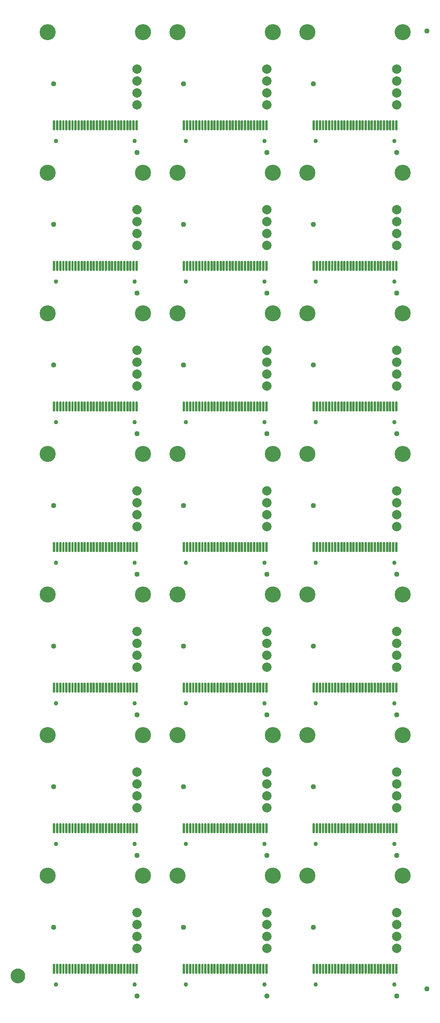
<source format=gbs>
G04 EAGLE Gerber RS-274X export*
G75*
%MOMM*%
%FSLAX34Y34*%
%LPD*%
%INSoldermask Bottom*%
%IPPOS*%
%AMOC8*
5,1,8,0,0,1.08239X$1,22.5*%
G01*
%ADD10C,0.228959*%
%ADD11C,0.927000*%
%ADD12C,3.429000*%
%ADD13C,1.127000*%
%ADD14C,2.006600*%
%ADD15C,1.270000*%
%ADD16C,1.627000*%


D10*
X289710Y149190D02*
X292190Y149190D01*
X292190Y130210D01*
X289710Y130210D01*
X289710Y149190D01*
X289710Y132385D02*
X292190Y132385D01*
X292190Y134560D02*
X289710Y134560D01*
X289710Y136735D02*
X292190Y136735D01*
X292190Y138910D02*
X289710Y138910D01*
X289710Y141085D02*
X292190Y141085D01*
X292190Y143260D02*
X289710Y143260D01*
X289710Y145435D02*
X292190Y145435D01*
X292190Y147610D02*
X289710Y147610D01*
X285690Y149190D02*
X283210Y149190D01*
X285690Y149190D02*
X285690Y130210D01*
X283210Y130210D01*
X283210Y149190D01*
X283210Y132385D02*
X285690Y132385D01*
X285690Y134560D02*
X283210Y134560D01*
X283210Y136735D02*
X285690Y136735D01*
X285690Y138910D02*
X283210Y138910D01*
X283210Y141085D02*
X285690Y141085D01*
X285690Y143260D02*
X283210Y143260D01*
X283210Y145435D02*
X285690Y145435D01*
X285690Y147610D02*
X283210Y147610D01*
X279190Y149190D02*
X276710Y149190D01*
X279190Y149190D02*
X279190Y130210D01*
X276710Y130210D01*
X276710Y149190D01*
X276710Y132385D02*
X279190Y132385D01*
X279190Y134560D02*
X276710Y134560D01*
X276710Y136735D02*
X279190Y136735D01*
X279190Y138910D02*
X276710Y138910D01*
X276710Y141085D02*
X279190Y141085D01*
X279190Y143260D02*
X276710Y143260D01*
X276710Y145435D02*
X279190Y145435D01*
X279190Y147610D02*
X276710Y147610D01*
X272690Y149190D02*
X270210Y149190D01*
X272690Y149190D02*
X272690Y130210D01*
X270210Y130210D01*
X270210Y149190D01*
X270210Y132385D02*
X272690Y132385D01*
X272690Y134560D02*
X270210Y134560D01*
X270210Y136735D02*
X272690Y136735D01*
X272690Y138910D02*
X270210Y138910D01*
X270210Y141085D02*
X272690Y141085D01*
X272690Y143260D02*
X270210Y143260D01*
X270210Y145435D02*
X272690Y145435D01*
X272690Y147610D02*
X270210Y147610D01*
X266190Y149190D02*
X263710Y149190D01*
X266190Y149190D02*
X266190Y130210D01*
X263710Y130210D01*
X263710Y149190D01*
X263710Y132385D02*
X266190Y132385D01*
X266190Y134560D02*
X263710Y134560D01*
X263710Y136735D02*
X266190Y136735D01*
X266190Y138910D02*
X263710Y138910D01*
X263710Y141085D02*
X266190Y141085D01*
X266190Y143260D02*
X263710Y143260D01*
X263710Y145435D02*
X266190Y145435D01*
X266190Y147610D02*
X263710Y147610D01*
X259690Y149190D02*
X257210Y149190D01*
X259690Y149190D02*
X259690Y130210D01*
X257210Y130210D01*
X257210Y149190D01*
X257210Y132385D02*
X259690Y132385D01*
X259690Y134560D02*
X257210Y134560D01*
X257210Y136735D02*
X259690Y136735D01*
X259690Y138910D02*
X257210Y138910D01*
X257210Y141085D02*
X259690Y141085D01*
X259690Y143260D02*
X257210Y143260D01*
X257210Y145435D02*
X259690Y145435D01*
X259690Y147610D02*
X257210Y147610D01*
X253190Y149190D02*
X250710Y149190D01*
X253190Y149190D02*
X253190Y130210D01*
X250710Y130210D01*
X250710Y149190D01*
X250710Y132385D02*
X253190Y132385D01*
X253190Y134560D02*
X250710Y134560D01*
X250710Y136735D02*
X253190Y136735D01*
X253190Y138910D02*
X250710Y138910D01*
X250710Y141085D02*
X253190Y141085D01*
X253190Y143260D02*
X250710Y143260D01*
X250710Y145435D02*
X253190Y145435D01*
X253190Y147610D02*
X250710Y147610D01*
X246690Y149190D02*
X244210Y149190D01*
X246690Y149190D02*
X246690Y130210D01*
X244210Y130210D01*
X244210Y149190D01*
X244210Y132385D02*
X246690Y132385D01*
X246690Y134560D02*
X244210Y134560D01*
X244210Y136735D02*
X246690Y136735D01*
X246690Y138910D02*
X244210Y138910D01*
X244210Y141085D02*
X246690Y141085D01*
X246690Y143260D02*
X244210Y143260D01*
X244210Y145435D02*
X246690Y145435D01*
X246690Y147610D02*
X244210Y147610D01*
X240190Y149190D02*
X237710Y149190D01*
X240190Y149190D02*
X240190Y130210D01*
X237710Y130210D01*
X237710Y149190D01*
X237710Y132385D02*
X240190Y132385D01*
X240190Y134560D02*
X237710Y134560D01*
X237710Y136735D02*
X240190Y136735D01*
X240190Y138910D02*
X237710Y138910D01*
X237710Y141085D02*
X240190Y141085D01*
X240190Y143260D02*
X237710Y143260D01*
X237710Y145435D02*
X240190Y145435D01*
X240190Y147610D02*
X237710Y147610D01*
X233690Y149190D02*
X231210Y149190D01*
X233690Y149190D02*
X233690Y130210D01*
X231210Y130210D01*
X231210Y149190D01*
X231210Y132385D02*
X233690Y132385D01*
X233690Y134560D02*
X231210Y134560D01*
X231210Y136735D02*
X233690Y136735D01*
X233690Y138910D02*
X231210Y138910D01*
X231210Y141085D02*
X233690Y141085D01*
X233690Y143260D02*
X231210Y143260D01*
X231210Y145435D02*
X233690Y145435D01*
X233690Y147610D02*
X231210Y147610D01*
X227190Y149190D02*
X224710Y149190D01*
X227190Y149190D02*
X227190Y130210D01*
X224710Y130210D01*
X224710Y149190D01*
X224710Y132385D02*
X227190Y132385D01*
X227190Y134560D02*
X224710Y134560D01*
X224710Y136735D02*
X227190Y136735D01*
X227190Y138910D02*
X224710Y138910D01*
X224710Y141085D02*
X227190Y141085D01*
X227190Y143260D02*
X224710Y143260D01*
X224710Y145435D02*
X227190Y145435D01*
X227190Y147610D02*
X224710Y147610D01*
X220690Y149190D02*
X218210Y149190D01*
X220690Y149190D02*
X220690Y130210D01*
X218210Y130210D01*
X218210Y149190D01*
X218210Y132385D02*
X220690Y132385D01*
X220690Y134560D02*
X218210Y134560D01*
X218210Y136735D02*
X220690Y136735D01*
X220690Y138910D02*
X218210Y138910D01*
X218210Y141085D02*
X220690Y141085D01*
X220690Y143260D02*
X218210Y143260D01*
X218210Y145435D02*
X220690Y145435D01*
X220690Y147610D02*
X218210Y147610D01*
X214190Y149190D02*
X211710Y149190D01*
X214190Y149190D02*
X214190Y130210D01*
X211710Y130210D01*
X211710Y149190D01*
X211710Y132385D02*
X214190Y132385D01*
X214190Y134560D02*
X211710Y134560D01*
X211710Y136735D02*
X214190Y136735D01*
X214190Y138910D02*
X211710Y138910D01*
X211710Y141085D02*
X214190Y141085D01*
X214190Y143260D02*
X211710Y143260D01*
X211710Y145435D02*
X214190Y145435D01*
X214190Y147610D02*
X211710Y147610D01*
X207690Y149190D02*
X205210Y149190D01*
X207690Y149190D02*
X207690Y130210D01*
X205210Y130210D01*
X205210Y149190D01*
X205210Y132385D02*
X207690Y132385D01*
X207690Y134560D02*
X205210Y134560D01*
X205210Y136735D02*
X207690Y136735D01*
X207690Y138910D02*
X205210Y138910D01*
X205210Y141085D02*
X207690Y141085D01*
X207690Y143260D02*
X205210Y143260D01*
X205210Y145435D02*
X207690Y145435D01*
X207690Y147610D02*
X205210Y147610D01*
X201190Y149190D02*
X198710Y149190D01*
X201190Y149190D02*
X201190Y130210D01*
X198710Y130210D01*
X198710Y149190D01*
X198710Y132385D02*
X201190Y132385D01*
X201190Y134560D02*
X198710Y134560D01*
X198710Y136735D02*
X201190Y136735D01*
X201190Y138910D02*
X198710Y138910D01*
X198710Y141085D02*
X201190Y141085D01*
X201190Y143260D02*
X198710Y143260D01*
X198710Y145435D02*
X201190Y145435D01*
X201190Y147610D02*
X198710Y147610D01*
X194690Y149190D02*
X192210Y149190D01*
X194690Y149190D02*
X194690Y130210D01*
X192210Y130210D01*
X192210Y149190D01*
X192210Y132385D02*
X194690Y132385D01*
X194690Y134560D02*
X192210Y134560D01*
X192210Y136735D02*
X194690Y136735D01*
X194690Y138910D02*
X192210Y138910D01*
X192210Y141085D02*
X194690Y141085D01*
X194690Y143260D02*
X192210Y143260D01*
X192210Y145435D02*
X194690Y145435D01*
X194690Y147610D02*
X192210Y147610D01*
X188190Y149190D02*
X185710Y149190D01*
X188190Y149190D02*
X188190Y130210D01*
X185710Y130210D01*
X185710Y149190D01*
X185710Y132385D02*
X188190Y132385D01*
X188190Y134560D02*
X185710Y134560D01*
X185710Y136735D02*
X188190Y136735D01*
X188190Y138910D02*
X185710Y138910D01*
X185710Y141085D02*
X188190Y141085D01*
X188190Y143260D02*
X185710Y143260D01*
X185710Y145435D02*
X188190Y145435D01*
X188190Y147610D02*
X185710Y147610D01*
X181690Y149190D02*
X179210Y149190D01*
X181690Y149190D02*
X181690Y130210D01*
X179210Y130210D01*
X179210Y149190D01*
X179210Y132385D02*
X181690Y132385D01*
X181690Y134560D02*
X179210Y134560D01*
X179210Y136735D02*
X181690Y136735D01*
X181690Y138910D02*
X179210Y138910D01*
X179210Y141085D02*
X181690Y141085D01*
X181690Y143260D02*
X179210Y143260D01*
X179210Y145435D02*
X181690Y145435D01*
X181690Y147610D02*
X179210Y147610D01*
X175190Y149190D02*
X172710Y149190D01*
X175190Y149190D02*
X175190Y130210D01*
X172710Y130210D01*
X172710Y149190D01*
X172710Y132385D02*
X175190Y132385D01*
X175190Y134560D02*
X172710Y134560D01*
X172710Y136735D02*
X175190Y136735D01*
X175190Y138910D02*
X172710Y138910D01*
X172710Y141085D02*
X175190Y141085D01*
X175190Y143260D02*
X172710Y143260D01*
X172710Y145435D02*
X175190Y145435D01*
X175190Y147610D02*
X172710Y147610D01*
X168690Y149190D02*
X166210Y149190D01*
X168690Y149190D02*
X168690Y130210D01*
X166210Y130210D01*
X166210Y149190D01*
X166210Y132385D02*
X168690Y132385D01*
X168690Y134560D02*
X166210Y134560D01*
X166210Y136735D02*
X168690Y136735D01*
X168690Y138910D02*
X166210Y138910D01*
X166210Y141085D02*
X168690Y141085D01*
X168690Y143260D02*
X166210Y143260D01*
X166210Y145435D02*
X168690Y145435D01*
X168690Y147610D02*
X166210Y147610D01*
X162190Y149190D02*
X159710Y149190D01*
X162190Y149190D02*
X162190Y130210D01*
X159710Y130210D01*
X159710Y149190D01*
X159710Y132385D02*
X162190Y132385D01*
X162190Y134560D02*
X159710Y134560D01*
X159710Y136735D02*
X162190Y136735D01*
X162190Y138910D02*
X159710Y138910D01*
X159710Y141085D02*
X162190Y141085D01*
X162190Y143260D02*
X159710Y143260D01*
X159710Y145435D02*
X162190Y145435D01*
X162190Y147610D02*
X159710Y147610D01*
X155690Y149190D02*
X153210Y149190D01*
X155690Y149190D02*
X155690Y130210D01*
X153210Y130210D01*
X153210Y149190D01*
X153210Y132385D02*
X155690Y132385D01*
X155690Y134560D02*
X153210Y134560D01*
X153210Y136735D02*
X155690Y136735D01*
X155690Y138910D02*
X153210Y138910D01*
X153210Y141085D02*
X155690Y141085D01*
X155690Y143260D02*
X153210Y143260D01*
X153210Y145435D02*
X155690Y145435D01*
X155690Y147610D02*
X153210Y147610D01*
X149190Y149190D02*
X146710Y149190D01*
X149190Y149190D02*
X149190Y130210D01*
X146710Y130210D01*
X146710Y149190D01*
X146710Y132385D02*
X149190Y132385D01*
X149190Y134560D02*
X146710Y134560D01*
X146710Y136735D02*
X149190Y136735D01*
X149190Y138910D02*
X146710Y138910D01*
X146710Y141085D02*
X149190Y141085D01*
X149190Y143260D02*
X146710Y143260D01*
X146710Y145435D02*
X149190Y145435D01*
X149190Y147610D02*
X146710Y147610D01*
X142690Y149190D02*
X140210Y149190D01*
X142690Y149190D02*
X142690Y130210D01*
X140210Y130210D01*
X140210Y149190D01*
X140210Y132385D02*
X142690Y132385D01*
X142690Y134560D02*
X140210Y134560D01*
X140210Y136735D02*
X142690Y136735D01*
X142690Y138910D02*
X140210Y138910D01*
X140210Y141085D02*
X142690Y141085D01*
X142690Y143260D02*
X140210Y143260D01*
X140210Y145435D02*
X142690Y145435D01*
X142690Y147610D02*
X140210Y147610D01*
X136190Y149190D02*
X133710Y149190D01*
X136190Y149190D02*
X136190Y130210D01*
X133710Y130210D01*
X133710Y149190D01*
X133710Y132385D02*
X136190Y132385D01*
X136190Y134560D02*
X133710Y134560D01*
X133710Y136735D02*
X136190Y136735D01*
X136190Y138910D02*
X133710Y138910D01*
X133710Y141085D02*
X136190Y141085D01*
X136190Y143260D02*
X133710Y143260D01*
X133710Y145435D02*
X136190Y145435D01*
X136190Y147610D02*
X133710Y147610D01*
X129690Y149190D02*
X127210Y149190D01*
X129690Y149190D02*
X129690Y130210D01*
X127210Y130210D01*
X127210Y149190D01*
X127210Y132385D02*
X129690Y132385D01*
X129690Y134560D02*
X127210Y134560D01*
X127210Y136735D02*
X129690Y136735D01*
X129690Y138910D02*
X127210Y138910D01*
X127210Y141085D02*
X129690Y141085D01*
X129690Y143260D02*
X127210Y143260D01*
X127210Y145435D02*
X129690Y145435D01*
X129690Y147610D02*
X127210Y147610D01*
X123190Y149190D02*
X120710Y149190D01*
X123190Y149190D02*
X123190Y130210D01*
X120710Y130210D01*
X120710Y149190D01*
X120710Y132385D02*
X123190Y132385D01*
X123190Y134560D02*
X120710Y134560D01*
X120710Y136735D02*
X123190Y136735D01*
X123190Y138910D02*
X120710Y138910D01*
X120710Y141085D02*
X123190Y141085D01*
X123190Y143260D02*
X120710Y143260D01*
X120710Y145435D02*
X123190Y145435D01*
X123190Y147610D02*
X120710Y147610D01*
X116690Y149190D02*
X114210Y149190D01*
X116690Y149190D02*
X116690Y130210D01*
X114210Y130210D01*
X114210Y149190D01*
X114210Y132385D02*
X116690Y132385D01*
X116690Y134560D02*
X114210Y134560D01*
X114210Y136735D02*
X116690Y136735D01*
X116690Y138910D02*
X114210Y138910D01*
X114210Y141085D02*
X116690Y141085D01*
X116690Y143260D02*
X114210Y143260D01*
X114210Y145435D02*
X116690Y145435D01*
X116690Y147610D02*
X114210Y147610D01*
D11*
X119450Y105700D03*
X286950Y105700D03*
D12*
X304800Y337820D03*
X101600Y337820D03*
D13*
X114300Y227330D03*
X292100Y81280D03*
D14*
X292100Y182880D03*
X292100Y208280D03*
X292100Y233680D03*
X292100Y259080D03*
D10*
X566570Y149190D02*
X569050Y149190D01*
X569050Y130210D01*
X566570Y130210D01*
X566570Y149190D01*
X566570Y132385D02*
X569050Y132385D01*
X569050Y134560D02*
X566570Y134560D01*
X566570Y136735D02*
X569050Y136735D01*
X569050Y138910D02*
X566570Y138910D01*
X566570Y141085D02*
X569050Y141085D01*
X569050Y143260D02*
X566570Y143260D01*
X566570Y145435D02*
X569050Y145435D01*
X569050Y147610D02*
X566570Y147610D01*
X562550Y149190D02*
X560070Y149190D01*
X562550Y149190D02*
X562550Y130210D01*
X560070Y130210D01*
X560070Y149190D01*
X560070Y132385D02*
X562550Y132385D01*
X562550Y134560D02*
X560070Y134560D01*
X560070Y136735D02*
X562550Y136735D01*
X562550Y138910D02*
X560070Y138910D01*
X560070Y141085D02*
X562550Y141085D01*
X562550Y143260D02*
X560070Y143260D01*
X560070Y145435D02*
X562550Y145435D01*
X562550Y147610D02*
X560070Y147610D01*
X556050Y149190D02*
X553570Y149190D01*
X556050Y149190D02*
X556050Y130210D01*
X553570Y130210D01*
X553570Y149190D01*
X553570Y132385D02*
X556050Y132385D01*
X556050Y134560D02*
X553570Y134560D01*
X553570Y136735D02*
X556050Y136735D01*
X556050Y138910D02*
X553570Y138910D01*
X553570Y141085D02*
X556050Y141085D01*
X556050Y143260D02*
X553570Y143260D01*
X553570Y145435D02*
X556050Y145435D01*
X556050Y147610D02*
X553570Y147610D01*
X549550Y149190D02*
X547070Y149190D01*
X549550Y149190D02*
X549550Y130210D01*
X547070Y130210D01*
X547070Y149190D01*
X547070Y132385D02*
X549550Y132385D01*
X549550Y134560D02*
X547070Y134560D01*
X547070Y136735D02*
X549550Y136735D01*
X549550Y138910D02*
X547070Y138910D01*
X547070Y141085D02*
X549550Y141085D01*
X549550Y143260D02*
X547070Y143260D01*
X547070Y145435D02*
X549550Y145435D01*
X549550Y147610D02*
X547070Y147610D01*
X543050Y149190D02*
X540570Y149190D01*
X543050Y149190D02*
X543050Y130210D01*
X540570Y130210D01*
X540570Y149190D01*
X540570Y132385D02*
X543050Y132385D01*
X543050Y134560D02*
X540570Y134560D01*
X540570Y136735D02*
X543050Y136735D01*
X543050Y138910D02*
X540570Y138910D01*
X540570Y141085D02*
X543050Y141085D01*
X543050Y143260D02*
X540570Y143260D01*
X540570Y145435D02*
X543050Y145435D01*
X543050Y147610D02*
X540570Y147610D01*
X536550Y149190D02*
X534070Y149190D01*
X536550Y149190D02*
X536550Y130210D01*
X534070Y130210D01*
X534070Y149190D01*
X534070Y132385D02*
X536550Y132385D01*
X536550Y134560D02*
X534070Y134560D01*
X534070Y136735D02*
X536550Y136735D01*
X536550Y138910D02*
X534070Y138910D01*
X534070Y141085D02*
X536550Y141085D01*
X536550Y143260D02*
X534070Y143260D01*
X534070Y145435D02*
X536550Y145435D01*
X536550Y147610D02*
X534070Y147610D01*
X530050Y149190D02*
X527570Y149190D01*
X530050Y149190D02*
X530050Y130210D01*
X527570Y130210D01*
X527570Y149190D01*
X527570Y132385D02*
X530050Y132385D01*
X530050Y134560D02*
X527570Y134560D01*
X527570Y136735D02*
X530050Y136735D01*
X530050Y138910D02*
X527570Y138910D01*
X527570Y141085D02*
X530050Y141085D01*
X530050Y143260D02*
X527570Y143260D01*
X527570Y145435D02*
X530050Y145435D01*
X530050Y147610D02*
X527570Y147610D01*
X523550Y149190D02*
X521070Y149190D01*
X523550Y149190D02*
X523550Y130210D01*
X521070Y130210D01*
X521070Y149190D01*
X521070Y132385D02*
X523550Y132385D01*
X523550Y134560D02*
X521070Y134560D01*
X521070Y136735D02*
X523550Y136735D01*
X523550Y138910D02*
X521070Y138910D01*
X521070Y141085D02*
X523550Y141085D01*
X523550Y143260D02*
X521070Y143260D01*
X521070Y145435D02*
X523550Y145435D01*
X523550Y147610D02*
X521070Y147610D01*
X517050Y149190D02*
X514570Y149190D01*
X517050Y149190D02*
X517050Y130210D01*
X514570Y130210D01*
X514570Y149190D01*
X514570Y132385D02*
X517050Y132385D01*
X517050Y134560D02*
X514570Y134560D01*
X514570Y136735D02*
X517050Y136735D01*
X517050Y138910D02*
X514570Y138910D01*
X514570Y141085D02*
X517050Y141085D01*
X517050Y143260D02*
X514570Y143260D01*
X514570Y145435D02*
X517050Y145435D01*
X517050Y147610D02*
X514570Y147610D01*
X510550Y149190D02*
X508070Y149190D01*
X510550Y149190D02*
X510550Y130210D01*
X508070Y130210D01*
X508070Y149190D01*
X508070Y132385D02*
X510550Y132385D01*
X510550Y134560D02*
X508070Y134560D01*
X508070Y136735D02*
X510550Y136735D01*
X510550Y138910D02*
X508070Y138910D01*
X508070Y141085D02*
X510550Y141085D01*
X510550Y143260D02*
X508070Y143260D01*
X508070Y145435D02*
X510550Y145435D01*
X510550Y147610D02*
X508070Y147610D01*
X504050Y149190D02*
X501570Y149190D01*
X504050Y149190D02*
X504050Y130210D01*
X501570Y130210D01*
X501570Y149190D01*
X501570Y132385D02*
X504050Y132385D01*
X504050Y134560D02*
X501570Y134560D01*
X501570Y136735D02*
X504050Y136735D01*
X504050Y138910D02*
X501570Y138910D01*
X501570Y141085D02*
X504050Y141085D01*
X504050Y143260D02*
X501570Y143260D01*
X501570Y145435D02*
X504050Y145435D01*
X504050Y147610D02*
X501570Y147610D01*
X497550Y149190D02*
X495070Y149190D01*
X497550Y149190D02*
X497550Y130210D01*
X495070Y130210D01*
X495070Y149190D01*
X495070Y132385D02*
X497550Y132385D01*
X497550Y134560D02*
X495070Y134560D01*
X495070Y136735D02*
X497550Y136735D01*
X497550Y138910D02*
X495070Y138910D01*
X495070Y141085D02*
X497550Y141085D01*
X497550Y143260D02*
X495070Y143260D01*
X495070Y145435D02*
X497550Y145435D01*
X497550Y147610D02*
X495070Y147610D01*
X491050Y149190D02*
X488570Y149190D01*
X491050Y149190D02*
X491050Y130210D01*
X488570Y130210D01*
X488570Y149190D01*
X488570Y132385D02*
X491050Y132385D01*
X491050Y134560D02*
X488570Y134560D01*
X488570Y136735D02*
X491050Y136735D01*
X491050Y138910D02*
X488570Y138910D01*
X488570Y141085D02*
X491050Y141085D01*
X491050Y143260D02*
X488570Y143260D01*
X488570Y145435D02*
X491050Y145435D01*
X491050Y147610D02*
X488570Y147610D01*
X484550Y149190D02*
X482070Y149190D01*
X484550Y149190D02*
X484550Y130210D01*
X482070Y130210D01*
X482070Y149190D01*
X482070Y132385D02*
X484550Y132385D01*
X484550Y134560D02*
X482070Y134560D01*
X482070Y136735D02*
X484550Y136735D01*
X484550Y138910D02*
X482070Y138910D01*
X482070Y141085D02*
X484550Y141085D01*
X484550Y143260D02*
X482070Y143260D01*
X482070Y145435D02*
X484550Y145435D01*
X484550Y147610D02*
X482070Y147610D01*
X478050Y149190D02*
X475570Y149190D01*
X478050Y149190D02*
X478050Y130210D01*
X475570Y130210D01*
X475570Y149190D01*
X475570Y132385D02*
X478050Y132385D01*
X478050Y134560D02*
X475570Y134560D01*
X475570Y136735D02*
X478050Y136735D01*
X478050Y138910D02*
X475570Y138910D01*
X475570Y141085D02*
X478050Y141085D01*
X478050Y143260D02*
X475570Y143260D01*
X475570Y145435D02*
X478050Y145435D01*
X478050Y147610D02*
X475570Y147610D01*
X471550Y149190D02*
X469070Y149190D01*
X471550Y149190D02*
X471550Y130210D01*
X469070Y130210D01*
X469070Y149190D01*
X469070Y132385D02*
X471550Y132385D01*
X471550Y134560D02*
X469070Y134560D01*
X469070Y136735D02*
X471550Y136735D01*
X471550Y138910D02*
X469070Y138910D01*
X469070Y141085D02*
X471550Y141085D01*
X471550Y143260D02*
X469070Y143260D01*
X469070Y145435D02*
X471550Y145435D01*
X471550Y147610D02*
X469070Y147610D01*
X465050Y149190D02*
X462570Y149190D01*
X465050Y149190D02*
X465050Y130210D01*
X462570Y130210D01*
X462570Y149190D01*
X462570Y132385D02*
X465050Y132385D01*
X465050Y134560D02*
X462570Y134560D01*
X462570Y136735D02*
X465050Y136735D01*
X465050Y138910D02*
X462570Y138910D01*
X462570Y141085D02*
X465050Y141085D01*
X465050Y143260D02*
X462570Y143260D01*
X462570Y145435D02*
X465050Y145435D01*
X465050Y147610D02*
X462570Y147610D01*
X458550Y149190D02*
X456070Y149190D01*
X458550Y149190D02*
X458550Y130210D01*
X456070Y130210D01*
X456070Y149190D01*
X456070Y132385D02*
X458550Y132385D01*
X458550Y134560D02*
X456070Y134560D01*
X456070Y136735D02*
X458550Y136735D01*
X458550Y138910D02*
X456070Y138910D01*
X456070Y141085D02*
X458550Y141085D01*
X458550Y143260D02*
X456070Y143260D01*
X456070Y145435D02*
X458550Y145435D01*
X458550Y147610D02*
X456070Y147610D01*
X452050Y149190D02*
X449570Y149190D01*
X452050Y149190D02*
X452050Y130210D01*
X449570Y130210D01*
X449570Y149190D01*
X449570Y132385D02*
X452050Y132385D01*
X452050Y134560D02*
X449570Y134560D01*
X449570Y136735D02*
X452050Y136735D01*
X452050Y138910D02*
X449570Y138910D01*
X449570Y141085D02*
X452050Y141085D01*
X452050Y143260D02*
X449570Y143260D01*
X449570Y145435D02*
X452050Y145435D01*
X452050Y147610D02*
X449570Y147610D01*
X445550Y149190D02*
X443070Y149190D01*
X445550Y149190D02*
X445550Y130210D01*
X443070Y130210D01*
X443070Y149190D01*
X443070Y132385D02*
X445550Y132385D01*
X445550Y134560D02*
X443070Y134560D01*
X443070Y136735D02*
X445550Y136735D01*
X445550Y138910D02*
X443070Y138910D01*
X443070Y141085D02*
X445550Y141085D01*
X445550Y143260D02*
X443070Y143260D01*
X443070Y145435D02*
X445550Y145435D01*
X445550Y147610D02*
X443070Y147610D01*
X439050Y149190D02*
X436570Y149190D01*
X439050Y149190D02*
X439050Y130210D01*
X436570Y130210D01*
X436570Y149190D01*
X436570Y132385D02*
X439050Y132385D01*
X439050Y134560D02*
X436570Y134560D01*
X436570Y136735D02*
X439050Y136735D01*
X439050Y138910D02*
X436570Y138910D01*
X436570Y141085D02*
X439050Y141085D01*
X439050Y143260D02*
X436570Y143260D01*
X436570Y145435D02*
X439050Y145435D01*
X439050Y147610D02*
X436570Y147610D01*
X432550Y149190D02*
X430070Y149190D01*
X432550Y149190D02*
X432550Y130210D01*
X430070Y130210D01*
X430070Y149190D01*
X430070Y132385D02*
X432550Y132385D01*
X432550Y134560D02*
X430070Y134560D01*
X430070Y136735D02*
X432550Y136735D01*
X432550Y138910D02*
X430070Y138910D01*
X430070Y141085D02*
X432550Y141085D01*
X432550Y143260D02*
X430070Y143260D01*
X430070Y145435D02*
X432550Y145435D01*
X432550Y147610D02*
X430070Y147610D01*
X426050Y149190D02*
X423570Y149190D01*
X426050Y149190D02*
X426050Y130210D01*
X423570Y130210D01*
X423570Y149190D01*
X423570Y132385D02*
X426050Y132385D01*
X426050Y134560D02*
X423570Y134560D01*
X423570Y136735D02*
X426050Y136735D01*
X426050Y138910D02*
X423570Y138910D01*
X423570Y141085D02*
X426050Y141085D01*
X426050Y143260D02*
X423570Y143260D01*
X423570Y145435D02*
X426050Y145435D01*
X426050Y147610D02*
X423570Y147610D01*
X419550Y149190D02*
X417070Y149190D01*
X419550Y149190D02*
X419550Y130210D01*
X417070Y130210D01*
X417070Y149190D01*
X417070Y132385D02*
X419550Y132385D01*
X419550Y134560D02*
X417070Y134560D01*
X417070Y136735D02*
X419550Y136735D01*
X419550Y138910D02*
X417070Y138910D01*
X417070Y141085D02*
X419550Y141085D01*
X419550Y143260D02*
X417070Y143260D01*
X417070Y145435D02*
X419550Y145435D01*
X419550Y147610D02*
X417070Y147610D01*
X413050Y149190D02*
X410570Y149190D01*
X413050Y149190D02*
X413050Y130210D01*
X410570Y130210D01*
X410570Y149190D01*
X410570Y132385D02*
X413050Y132385D01*
X413050Y134560D02*
X410570Y134560D01*
X410570Y136735D02*
X413050Y136735D01*
X413050Y138910D02*
X410570Y138910D01*
X410570Y141085D02*
X413050Y141085D01*
X413050Y143260D02*
X410570Y143260D01*
X410570Y145435D02*
X413050Y145435D01*
X413050Y147610D02*
X410570Y147610D01*
X406550Y149190D02*
X404070Y149190D01*
X406550Y149190D02*
X406550Y130210D01*
X404070Y130210D01*
X404070Y149190D01*
X404070Y132385D02*
X406550Y132385D01*
X406550Y134560D02*
X404070Y134560D01*
X404070Y136735D02*
X406550Y136735D01*
X406550Y138910D02*
X404070Y138910D01*
X404070Y141085D02*
X406550Y141085D01*
X406550Y143260D02*
X404070Y143260D01*
X404070Y145435D02*
X406550Y145435D01*
X406550Y147610D02*
X404070Y147610D01*
X400050Y149190D02*
X397570Y149190D01*
X400050Y149190D02*
X400050Y130210D01*
X397570Y130210D01*
X397570Y149190D01*
X397570Y132385D02*
X400050Y132385D01*
X400050Y134560D02*
X397570Y134560D01*
X397570Y136735D02*
X400050Y136735D01*
X400050Y138910D02*
X397570Y138910D01*
X397570Y141085D02*
X400050Y141085D01*
X400050Y143260D02*
X397570Y143260D01*
X397570Y145435D02*
X400050Y145435D01*
X400050Y147610D02*
X397570Y147610D01*
X393550Y149190D02*
X391070Y149190D01*
X393550Y149190D02*
X393550Y130210D01*
X391070Y130210D01*
X391070Y149190D01*
X391070Y132385D02*
X393550Y132385D01*
X393550Y134560D02*
X391070Y134560D01*
X391070Y136735D02*
X393550Y136735D01*
X393550Y138910D02*
X391070Y138910D01*
X391070Y141085D02*
X393550Y141085D01*
X393550Y143260D02*
X391070Y143260D01*
X391070Y145435D02*
X393550Y145435D01*
X393550Y147610D02*
X391070Y147610D01*
D11*
X396310Y105700D03*
X563810Y105700D03*
D12*
X581660Y337820D03*
X378460Y337820D03*
D13*
X391160Y227330D03*
X568960Y81280D03*
D14*
X568960Y182880D03*
X568960Y208280D03*
X568960Y233680D03*
X568960Y259080D03*
D10*
X843430Y149190D02*
X845910Y149190D01*
X845910Y130210D01*
X843430Y130210D01*
X843430Y149190D01*
X843430Y132385D02*
X845910Y132385D01*
X845910Y134560D02*
X843430Y134560D01*
X843430Y136735D02*
X845910Y136735D01*
X845910Y138910D02*
X843430Y138910D01*
X843430Y141085D02*
X845910Y141085D01*
X845910Y143260D02*
X843430Y143260D01*
X843430Y145435D02*
X845910Y145435D01*
X845910Y147610D02*
X843430Y147610D01*
X839410Y149190D02*
X836930Y149190D01*
X839410Y149190D02*
X839410Y130210D01*
X836930Y130210D01*
X836930Y149190D01*
X836930Y132385D02*
X839410Y132385D01*
X839410Y134560D02*
X836930Y134560D01*
X836930Y136735D02*
X839410Y136735D01*
X839410Y138910D02*
X836930Y138910D01*
X836930Y141085D02*
X839410Y141085D01*
X839410Y143260D02*
X836930Y143260D01*
X836930Y145435D02*
X839410Y145435D01*
X839410Y147610D02*
X836930Y147610D01*
X832910Y149190D02*
X830430Y149190D01*
X832910Y149190D02*
X832910Y130210D01*
X830430Y130210D01*
X830430Y149190D01*
X830430Y132385D02*
X832910Y132385D01*
X832910Y134560D02*
X830430Y134560D01*
X830430Y136735D02*
X832910Y136735D01*
X832910Y138910D02*
X830430Y138910D01*
X830430Y141085D02*
X832910Y141085D01*
X832910Y143260D02*
X830430Y143260D01*
X830430Y145435D02*
X832910Y145435D01*
X832910Y147610D02*
X830430Y147610D01*
X826410Y149190D02*
X823930Y149190D01*
X826410Y149190D02*
X826410Y130210D01*
X823930Y130210D01*
X823930Y149190D01*
X823930Y132385D02*
X826410Y132385D01*
X826410Y134560D02*
X823930Y134560D01*
X823930Y136735D02*
X826410Y136735D01*
X826410Y138910D02*
X823930Y138910D01*
X823930Y141085D02*
X826410Y141085D01*
X826410Y143260D02*
X823930Y143260D01*
X823930Y145435D02*
X826410Y145435D01*
X826410Y147610D02*
X823930Y147610D01*
X819910Y149190D02*
X817430Y149190D01*
X819910Y149190D02*
X819910Y130210D01*
X817430Y130210D01*
X817430Y149190D01*
X817430Y132385D02*
X819910Y132385D01*
X819910Y134560D02*
X817430Y134560D01*
X817430Y136735D02*
X819910Y136735D01*
X819910Y138910D02*
X817430Y138910D01*
X817430Y141085D02*
X819910Y141085D01*
X819910Y143260D02*
X817430Y143260D01*
X817430Y145435D02*
X819910Y145435D01*
X819910Y147610D02*
X817430Y147610D01*
X813410Y149190D02*
X810930Y149190D01*
X813410Y149190D02*
X813410Y130210D01*
X810930Y130210D01*
X810930Y149190D01*
X810930Y132385D02*
X813410Y132385D01*
X813410Y134560D02*
X810930Y134560D01*
X810930Y136735D02*
X813410Y136735D01*
X813410Y138910D02*
X810930Y138910D01*
X810930Y141085D02*
X813410Y141085D01*
X813410Y143260D02*
X810930Y143260D01*
X810930Y145435D02*
X813410Y145435D01*
X813410Y147610D02*
X810930Y147610D01*
X806910Y149190D02*
X804430Y149190D01*
X806910Y149190D02*
X806910Y130210D01*
X804430Y130210D01*
X804430Y149190D01*
X804430Y132385D02*
X806910Y132385D01*
X806910Y134560D02*
X804430Y134560D01*
X804430Y136735D02*
X806910Y136735D01*
X806910Y138910D02*
X804430Y138910D01*
X804430Y141085D02*
X806910Y141085D01*
X806910Y143260D02*
X804430Y143260D01*
X804430Y145435D02*
X806910Y145435D01*
X806910Y147610D02*
X804430Y147610D01*
X800410Y149190D02*
X797930Y149190D01*
X800410Y149190D02*
X800410Y130210D01*
X797930Y130210D01*
X797930Y149190D01*
X797930Y132385D02*
X800410Y132385D01*
X800410Y134560D02*
X797930Y134560D01*
X797930Y136735D02*
X800410Y136735D01*
X800410Y138910D02*
X797930Y138910D01*
X797930Y141085D02*
X800410Y141085D01*
X800410Y143260D02*
X797930Y143260D01*
X797930Y145435D02*
X800410Y145435D01*
X800410Y147610D02*
X797930Y147610D01*
X793910Y149190D02*
X791430Y149190D01*
X793910Y149190D02*
X793910Y130210D01*
X791430Y130210D01*
X791430Y149190D01*
X791430Y132385D02*
X793910Y132385D01*
X793910Y134560D02*
X791430Y134560D01*
X791430Y136735D02*
X793910Y136735D01*
X793910Y138910D02*
X791430Y138910D01*
X791430Y141085D02*
X793910Y141085D01*
X793910Y143260D02*
X791430Y143260D01*
X791430Y145435D02*
X793910Y145435D01*
X793910Y147610D02*
X791430Y147610D01*
X787410Y149190D02*
X784930Y149190D01*
X787410Y149190D02*
X787410Y130210D01*
X784930Y130210D01*
X784930Y149190D01*
X784930Y132385D02*
X787410Y132385D01*
X787410Y134560D02*
X784930Y134560D01*
X784930Y136735D02*
X787410Y136735D01*
X787410Y138910D02*
X784930Y138910D01*
X784930Y141085D02*
X787410Y141085D01*
X787410Y143260D02*
X784930Y143260D01*
X784930Y145435D02*
X787410Y145435D01*
X787410Y147610D02*
X784930Y147610D01*
X780910Y149190D02*
X778430Y149190D01*
X780910Y149190D02*
X780910Y130210D01*
X778430Y130210D01*
X778430Y149190D01*
X778430Y132385D02*
X780910Y132385D01*
X780910Y134560D02*
X778430Y134560D01*
X778430Y136735D02*
X780910Y136735D01*
X780910Y138910D02*
X778430Y138910D01*
X778430Y141085D02*
X780910Y141085D01*
X780910Y143260D02*
X778430Y143260D01*
X778430Y145435D02*
X780910Y145435D01*
X780910Y147610D02*
X778430Y147610D01*
X774410Y149190D02*
X771930Y149190D01*
X774410Y149190D02*
X774410Y130210D01*
X771930Y130210D01*
X771930Y149190D01*
X771930Y132385D02*
X774410Y132385D01*
X774410Y134560D02*
X771930Y134560D01*
X771930Y136735D02*
X774410Y136735D01*
X774410Y138910D02*
X771930Y138910D01*
X771930Y141085D02*
X774410Y141085D01*
X774410Y143260D02*
X771930Y143260D01*
X771930Y145435D02*
X774410Y145435D01*
X774410Y147610D02*
X771930Y147610D01*
X767910Y149190D02*
X765430Y149190D01*
X767910Y149190D02*
X767910Y130210D01*
X765430Y130210D01*
X765430Y149190D01*
X765430Y132385D02*
X767910Y132385D01*
X767910Y134560D02*
X765430Y134560D01*
X765430Y136735D02*
X767910Y136735D01*
X767910Y138910D02*
X765430Y138910D01*
X765430Y141085D02*
X767910Y141085D01*
X767910Y143260D02*
X765430Y143260D01*
X765430Y145435D02*
X767910Y145435D01*
X767910Y147610D02*
X765430Y147610D01*
X761410Y149190D02*
X758930Y149190D01*
X761410Y149190D02*
X761410Y130210D01*
X758930Y130210D01*
X758930Y149190D01*
X758930Y132385D02*
X761410Y132385D01*
X761410Y134560D02*
X758930Y134560D01*
X758930Y136735D02*
X761410Y136735D01*
X761410Y138910D02*
X758930Y138910D01*
X758930Y141085D02*
X761410Y141085D01*
X761410Y143260D02*
X758930Y143260D01*
X758930Y145435D02*
X761410Y145435D01*
X761410Y147610D02*
X758930Y147610D01*
X754910Y149190D02*
X752430Y149190D01*
X754910Y149190D02*
X754910Y130210D01*
X752430Y130210D01*
X752430Y149190D01*
X752430Y132385D02*
X754910Y132385D01*
X754910Y134560D02*
X752430Y134560D01*
X752430Y136735D02*
X754910Y136735D01*
X754910Y138910D02*
X752430Y138910D01*
X752430Y141085D02*
X754910Y141085D01*
X754910Y143260D02*
X752430Y143260D01*
X752430Y145435D02*
X754910Y145435D01*
X754910Y147610D02*
X752430Y147610D01*
X748410Y149190D02*
X745930Y149190D01*
X748410Y149190D02*
X748410Y130210D01*
X745930Y130210D01*
X745930Y149190D01*
X745930Y132385D02*
X748410Y132385D01*
X748410Y134560D02*
X745930Y134560D01*
X745930Y136735D02*
X748410Y136735D01*
X748410Y138910D02*
X745930Y138910D01*
X745930Y141085D02*
X748410Y141085D01*
X748410Y143260D02*
X745930Y143260D01*
X745930Y145435D02*
X748410Y145435D01*
X748410Y147610D02*
X745930Y147610D01*
X741910Y149190D02*
X739430Y149190D01*
X741910Y149190D02*
X741910Y130210D01*
X739430Y130210D01*
X739430Y149190D01*
X739430Y132385D02*
X741910Y132385D01*
X741910Y134560D02*
X739430Y134560D01*
X739430Y136735D02*
X741910Y136735D01*
X741910Y138910D02*
X739430Y138910D01*
X739430Y141085D02*
X741910Y141085D01*
X741910Y143260D02*
X739430Y143260D01*
X739430Y145435D02*
X741910Y145435D01*
X741910Y147610D02*
X739430Y147610D01*
X735410Y149190D02*
X732930Y149190D01*
X735410Y149190D02*
X735410Y130210D01*
X732930Y130210D01*
X732930Y149190D01*
X732930Y132385D02*
X735410Y132385D01*
X735410Y134560D02*
X732930Y134560D01*
X732930Y136735D02*
X735410Y136735D01*
X735410Y138910D02*
X732930Y138910D01*
X732930Y141085D02*
X735410Y141085D01*
X735410Y143260D02*
X732930Y143260D01*
X732930Y145435D02*
X735410Y145435D01*
X735410Y147610D02*
X732930Y147610D01*
X728910Y149190D02*
X726430Y149190D01*
X728910Y149190D02*
X728910Y130210D01*
X726430Y130210D01*
X726430Y149190D01*
X726430Y132385D02*
X728910Y132385D01*
X728910Y134560D02*
X726430Y134560D01*
X726430Y136735D02*
X728910Y136735D01*
X728910Y138910D02*
X726430Y138910D01*
X726430Y141085D02*
X728910Y141085D01*
X728910Y143260D02*
X726430Y143260D01*
X726430Y145435D02*
X728910Y145435D01*
X728910Y147610D02*
X726430Y147610D01*
X722410Y149190D02*
X719930Y149190D01*
X722410Y149190D02*
X722410Y130210D01*
X719930Y130210D01*
X719930Y149190D01*
X719930Y132385D02*
X722410Y132385D01*
X722410Y134560D02*
X719930Y134560D01*
X719930Y136735D02*
X722410Y136735D01*
X722410Y138910D02*
X719930Y138910D01*
X719930Y141085D02*
X722410Y141085D01*
X722410Y143260D02*
X719930Y143260D01*
X719930Y145435D02*
X722410Y145435D01*
X722410Y147610D02*
X719930Y147610D01*
X715910Y149190D02*
X713430Y149190D01*
X715910Y149190D02*
X715910Y130210D01*
X713430Y130210D01*
X713430Y149190D01*
X713430Y132385D02*
X715910Y132385D01*
X715910Y134560D02*
X713430Y134560D01*
X713430Y136735D02*
X715910Y136735D01*
X715910Y138910D02*
X713430Y138910D01*
X713430Y141085D02*
X715910Y141085D01*
X715910Y143260D02*
X713430Y143260D01*
X713430Y145435D02*
X715910Y145435D01*
X715910Y147610D02*
X713430Y147610D01*
X709410Y149190D02*
X706930Y149190D01*
X709410Y149190D02*
X709410Y130210D01*
X706930Y130210D01*
X706930Y149190D01*
X706930Y132385D02*
X709410Y132385D01*
X709410Y134560D02*
X706930Y134560D01*
X706930Y136735D02*
X709410Y136735D01*
X709410Y138910D02*
X706930Y138910D01*
X706930Y141085D02*
X709410Y141085D01*
X709410Y143260D02*
X706930Y143260D01*
X706930Y145435D02*
X709410Y145435D01*
X709410Y147610D02*
X706930Y147610D01*
X702910Y149190D02*
X700430Y149190D01*
X702910Y149190D02*
X702910Y130210D01*
X700430Y130210D01*
X700430Y149190D01*
X700430Y132385D02*
X702910Y132385D01*
X702910Y134560D02*
X700430Y134560D01*
X700430Y136735D02*
X702910Y136735D01*
X702910Y138910D02*
X700430Y138910D01*
X700430Y141085D02*
X702910Y141085D01*
X702910Y143260D02*
X700430Y143260D01*
X700430Y145435D02*
X702910Y145435D01*
X702910Y147610D02*
X700430Y147610D01*
X696410Y149190D02*
X693930Y149190D01*
X696410Y149190D02*
X696410Y130210D01*
X693930Y130210D01*
X693930Y149190D01*
X693930Y132385D02*
X696410Y132385D01*
X696410Y134560D02*
X693930Y134560D01*
X693930Y136735D02*
X696410Y136735D01*
X696410Y138910D02*
X693930Y138910D01*
X693930Y141085D02*
X696410Y141085D01*
X696410Y143260D02*
X693930Y143260D01*
X693930Y145435D02*
X696410Y145435D01*
X696410Y147610D02*
X693930Y147610D01*
X689910Y149190D02*
X687430Y149190D01*
X689910Y149190D02*
X689910Y130210D01*
X687430Y130210D01*
X687430Y149190D01*
X687430Y132385D02*
X689910Y132385D01*
X689910Y134560D02*
X687430Y134560D01*
X687430Y136735D02*
X689910Y136735D01*
X689910Y138910D02*
X687430Y138910D01*
X687430Y141085D02*
X689910Y141085D01*
X689910Y143260D02*
X687430Y143260D01*
X687430Y145435D02*
X689910Y145435D01*
X689910Y147610D02*
X687430Y147610D01*
X683410Y149190D02*
X680930Y149190D01*
X683410Y149190D02*
X683410Y130210D01*
X680930Y130210D01*
X680930Y149190D01*
X680930Y132385D02*
X683410Y132385D01*
X683410Y134560D02*
X680930Y134560D01*
X680930Y136735D02*
X683410Y136735D01*
X683410Y138910D02*
X680930Y138910D01*
X680930Y141085D02*
X683410Y141085D01*
X683410Y143260D02*
X680930Y143260D01*
X680930Y145435D02*
X683410Y145435D01*
X683410Y147610D02*
X680930Y147610D01*
X676910Y149190D02*
X674430Y149190D01*
X676910Y149190D02*
X676910Y130210D01*
X674430Y130210D01*
X674430Y149190D01*
X674430Y132385D02*
X676910Y132385D01*
X676910Y134560D02*
X674430Y134560D01*
X674430Y136735D02*
X676910Y136735D01*
X676910Y138910D02*
X674430Y138910D01*
X674430Y141085D02*
X676910Y141085D01*
X676910Y143260D02*
X674430Y143260D01*
X674430Y145435D02*
X676910Y145435D01*
X676910Y147610D02*
X674430Y147610D01*
X670410Y149190D02*
X667930Y149190D01*
X670410Y149190D02*
X670410Y130210D01*
X667930Y130210D01*
X667930Y149190D01*
X667930Y132385D02*
X670410Y132385D01*
X670410Y134560D02*
X667930Y134560D01*
X667930Y136735D02*
X670410Y136735D01*
X670410Y138910D02*
X667930Y138910D01*
X667930Y141085D02*
X670410Y141085D01*
X670410Y143260D02*
X667930Y143260D01*
X667930Y145435D02*
X670410Y145435D01*
X670410Y147610D02*
X667930Y147610D01*
D11*
X673170Y105700D03*
X840670Y105700D03*
D12*
X858520Y337820D03*
X655320Y337820D03*
D13*
X668020Y227330D03*
X845820Y81280D03*
D14*
X845820Y182880D03*
X845820Y208280D03*
X845820Y233680D03*
X845820Y259080D03*
D10*
X292190Y448910D02*
X289710Y448910D01*
X292190Y448910D02*
X292190Y429930D01*
X289710Y429930D01*
X289710Y448910D01*
X289710Y432105D02*
X292190Y432105D01*
X292190Y434280D02*
X289710Y434280D01*
X289710Y436455D02*
X292190Y436455D01*
X292190Y438630D02*
X289710Y438630D01*
X289710Y440805D02*
X292190Y440805D01*
X292190Y442980D02*
X289710Y442980D01*
X289710Y445155D02*
X292190Y445155D01*
X292190Y447330D02*
X289710Y447330D01*
X285690Y448910D02*
X283210Y448910D01*
X285690Y448910D02*
X285690Y429930D01*
X283210Y429930D01*
X283210Y448910D01*
X283210Y432105D02*
X285690Y432105D01*
X285690Y434280D02*
X283210Y434280D01*
X283210Y436455D02*
X285690Y436455D01*
X285690Y438630D02*
X283210Y438630D01*
X283210Y440805D02*
X285690Y440805D01*
X285690Y442980D02*
X283210Y442980D01*
X283210Y445155D02*
X285690Y445155D01*
X285690Y447330D02*
X283210Y447330D01*
X279190Y448910D02*
X276710Y448910D01*
X279190Y448910D02*
X279190Y429930D01*
X276710Y429930D01*
X276710Y448910D01*
X276710Y432105D02*
X279190Y432105D01*
X279190Y434280D02*
X276710Y434280D01*
X276710Y436455D02*
X279190Y436455D01*
X279190Y438630D02*
X276710Y438630D01*
X276710Y440805D02*
X279190Y440805D01*
X279190Y442980D02*
X276710Y442980D01*
X276710Y445155D02*
X279190Y445155D01*
X279190Y447330D02*
X276710Y447330D01*
X272690Y448910D02*
X270210Y448910D01*
X272690Y448910D02*
X272690Y429930D01*
X270210Y429930D01*
X270210Y448910D01*
X270210Y432105D02*
X272690Y432105D01*
X272690Y434280D02*
X270210Y434280D01*
X270210Y436455D02*
X272690Y436455D01*
X272690Y438630D02*
X270210Y438630D01*
X270210Y440805D02*
X272690Y440805D01*
X272690Y442980D02*
X270210Y442980D01*
X270210Y445155D02*
X272690Y445155D01*
X272690Y447330D02*
X270210Y447330D01*
X266190Y448910D02*
X263710Y448910D01*
X266190Y448910D02*
X266190Y429930D01*
X263710Y429930D01*
X263710Y448910D01*
X263710Y432105D02*
X266190Y432105D01*
X266190Y434280D02*
X263710Y434280D01*
X263710Y436455D02*
X266190Y436455D01*
X266190Y438630D02*
X263710Y438630D01*
X263710Y440805D02*
X266190Y440805D01*
X266190Y442980D02*
X263710Y442980D01*
X263710Y445155D02*
X266190Y445155D01*
X266190Y447330D02*
X263710Y447330D01*
X259690Y448910D02*
X257210Y448910D01*
X259690Y448910D02*
X259690Y429930D01*
X257210Y429930D01*
X257210Y448910D01*
X257210Y432105D02*
X259690Y432105D01*
X259690Y434280D02*
X257210Y434280D01*
X257210Y436455D02*
X259690Y436455D01*
X259690Y438630D02*
X257210Y438630D01*
X257210Y440805D02*
X259690Y440805D01*
X259690Y442980D02*
X257210Y442980D01*
X257210Y445155D02*
X259690Y445155D01*
X259690Y447330D02*
X257210Y447330D01*
X253190Y448910D02*
X250710Y448910D01*
X253190Y448910D02*
X253190Y429930D01*
X250710Y429930D01*
X250710Y448910D01*
X250710Y432105D02*
X253190Y432105D01*
X253190Y434280D02*
X250710Y434280D01*
X250710Y436455D02*
X253190Y436455D01*
X253190Y438630D02*
X250710Y438630D01*
X250710Y440805D02*
X253190Y440805D01*
X253190Y442980D02*
X250710Y442980D01*
X250710Y445155D02*
X253190Y445155D01*
X253190Y447330D02*
X250710Y447330D01*
X246690Y448910D02*
X244210Y448910D01*
X246690Y448910D02*
X246690Y429930D01*
X244210Y429930D01*
X244210Y448910D01*
X244210Y432105D02*
X246690Y432105D01*
X246690Y434280D02*
X244210Y434280D01*
X244210Y436455D02*
X246690Y436455D01*
X246690Y438630D02*
X244210Y438630D01*
X244210Y440805D02*
X246690Y440805D01*
X246690Y442980D02*
X244210Y442980D01*
X244210Y445155D02*
X246690Y445155D01*
X246690Y447330D02*
X244210Y447330D01*
X240190Y448910D02*
X237710Y448910D01*
X240190Y448910D02*
X240190Y429930D01*
X237710Y429930D01*
X237710Y448910D01*
X237710Y432105D02*
X240190Y432105D01*
X240190Y434280D02*
X237710Y434280D01*
X237710Y436455D02*
X240190Y436455D01*
X240190Y438630D02*
X237710Y438630D01*
X237710Y440805D02*
X240190Y440805D01*
X240190Y442980D02*
X237710Y442980D01*
X237710Y445155D02*
X240190Y445155D01*
X240190Y447330D02*
X237710Y447330D01*
X233690Y448910D02*
X231210Y448910D01*
X233690Y448910D02*
X233690Y429930D01*
X231210Y429930D01*
X231210Y448910D01*
X231210Y432105D02*
X233690Y432105D01*
X233690Y434280D02*
X231210Y434280D01*
X231210Y436455D02*
X233690Y436455D01*
X233690Y438630D02*
X231210Y438630D01*
X231210Y440805D02*
X233690Y440805D01*
X233690Y442980D02*
X231210Y442980D01*
X231210Y445155D02*
X233690Y445155D01*
X233690Y447330D02*
X231210Y447330D01*
X227190Y448910D02*
X224710Y448910D01*
X227190Y448910D02*
X227190Y429930D01*
X224710Y429930D01*
X224710Y448910D01*
X224710Y432105D02*
X227190Y432105D01*
X227190Y434280D02*
X224710Y434280D01*
X224710Y436455D02*
X227190Y436455D01*
X227190Y438630D02*
X224710Y438630D01*
X224710Y440805D02*
X227190Y440805D01*
X227190Y442980D02*
X224710Y442980D01*
X224710Y445155D02*
X227190Y445155D01*
X227190Y447330D02*
X224710Y447330D01*
X220690Y448910D02*
X218210Y448910D01*
X220690Y448910D02*
X220690Y429930D01*
X218210Y429930D01*
X218210Y448910D01*
X218210Y432105D02*
X220690Y432105D01*
X220690Y434280D02*
X218210Y434280D01*
X218210Y436455D02*
X220690Y436455D01*
X220690Y438630D02*
X218210Y438630D01*
X218210Y440805D02*
X220690Y440805D01*
X220690Y442980D02*
X218210Y442980D01*
X218210Y445155D02*
X220690Y445155D01*
X220690Y447330D02*
X218210Y447330D01*
X214190Y448910D02*
X211710Y448910D01*
X214190Y448910D02*
X214190Y429930D01*
X211710Y429930D01*
X211710Y448910D01*
X211710Y432105D02*
X214190Y432105D01*
X214190Y434280D02*
X211710Y434280D01*
X211710Y436455D02*
X214190Y436455D01*
X214190Y438630D02*
X211710Y438630D01*
X211710Y440805D02*
X214190Y440805D01*
X214190Y442980D02*
X211710Y442980D01*
X211710Y445155D02*
X214190Y445155D01*
X214190Y447330D02*
X211710Y447330D01*
X207690Y448910D02*
X205210Y448910D01*
X207690Y448910D02*
X207690Y429930D01*
X205210Y429930D01*
X205210Y448910D01*
X205210Y432105D02*
X207690Y432105D01*
X207690Y434280D02*
X205210Y434280D01*
X205210Y436455D02*
X207690Y436455D01*
X207690Y438630D02*
X205210Y438630D01*
X205210Y440805D02*
X207690Y440805D01*
X207690Y442980D02*
X205210Y442980D01*
X205210Y445155D02*
X207690Y445155D01*
X207690Y447330D02*
X205210Y447330D01*
X201190Y448910D02*
X198710Y448910D01*
X201190Y448910D02*
X201190Y429930D01*
X198710Y429930D01*
X198710Y448910D01*
X198710Y432105D02*
X201190Y432105D01*
X201190Y434280D02*
X198710Y434280D01*
X198710Y436455D02*
X201190Y436455D01*
X201190Y438630D02*
X198710Y438630D01*
X198710Y440805D02*
X201190Y440805D01*
X201190Y442980D02*
X198710Y442980D01*
X198710Y445155D02*
X201190Y445155D01*
X201190Y447330D02*
X198710Y447330D01*
X194690Y448910D02*
X192210Y448910D01*
X194690Y448910D02*
X194690Y429930D01*
X192210Y429930D01*
X192210Y448910D01*
X192210Y432105D02*
X194690Y432105D01*
X194690Y434280D02*
X192210Y434280D01*
X192210Y436455D02*
X194690Y436455D01*
X194690Y438630D02*
X192210Y438630D01*
X192210Y440805D02*
X194690Y440805D01*
X194690Y442980D02*
X192210Y442980D01*
X192210Y445155D02*
X194690Y445155D01*
X194690Y447330D02*
X192210Y447330D01*
X188190Y448910D02*
X185710Y448910D01*
X188190Y448910D02*
X188190Y429930D01*
X185710Y429930D01*
X185710Y448910D01*
X185710Y432105D02*
X188190Y432105D01*
X188190Y434280D02*
X185710Y434280D01*
X185710Y436455D02*
X188190Y436455D01*
X188190Y438630D02*
X185710Y438630D01*
X185710Y440805D02*
X188190Y440805D01*
X188190Y442980D02*
X185710Y442980D01*
X185710Y445155D02*
X188190Y445155D01*
X188190Y447330D02*
X185710Y447330D01*
X181690Y448910D02*
X179210Y448910D01*
X181690Y448910D02*
X181690Y429930D01*
X179210Y429930D01*
X179210Y448910D01*
X179210Y432105D02*
X181690Y432105D01*
X181690Y434280D02*
X179210Y434280D01*
X179210Y436455D02*
X181690Y436455D01*
X181690Y438630D02*
X179210Y438630D01*
X179210Y440805D02*
X181690Y440805D01*
X181690Y442980D02*
X179210Y442980D01*
X179210Y445155D02*
X181690Y445155D01*
X181690Y447330D02*
X179210Y447330D01*
X175190Y448910D02*
X172710Y448910D01*
X175190Y448910D02*
X175190Y429930D01*
X172710Y429930D01*
X172710Y448910D01*
X172710Y432105D02*
X175190Y432105D01*
X175190Y434280D02*
X172710Y434280D01*
X172710Y436455D02*
X175190Y436455D01*
X175190Y438630D02*
X172710Y438630D01*
X172710Y440805D02*
X175190Y440805D01*
X175190Y442980D02*
X172710Y442980D01*
X172710Y445155D02*
X175190Y445155D01*
X175190Y447330D02*
X172710Y447330D01*
X168690Y448910D02*
X166210Y448910D01*
X168690Y448910D02*
X168690Y429930D01*
X166210Y429930D01*
X166210Y448910D01*
X166210Y432105D02*
X168690Y432105D01*
X168690Y434280D02*
X166210Y434280D01*
X166210Y436455D02*
X168690Y436455D01*
X168690Y438630D02*
X166210Y438630D01*
X166210Y440805D02*
X168690Y440805D01*
X168690Y442980D02*
X166210Y442980D01*
X166210Y445155D02*
X168690Y445155D01*
X168690Y447330D02*
X166210Y447330D01*
X162190Y448910D02*
X159710Y448910D01*
X162190Y448910D02*
X162190Y429930D01*
X159710Y429930D01*
X159710Y448910D01*
X159710Y432105D02*
X162190Y432105D01*
X162190Y434280D02*
X159710Y434280D01*
X159710Y436455D02*
X162190Y436455D01*
X162190Y438630D02*
X159710Y438630D01*
X159710Y440805D02*
X162190Y440805D01*
X162190Y442980D02*
X159710Y442980D01*
X159710Y445155D02*
X162190Y445155D01*
X162190Y447330D02*
X159710Y447330D01*
X155690Y448910D02*
X153210Y448910D01*
X155690Y448910D02*
X155690Y429930D01*
X153210Y429930D01*
X153210Y448910D01*
X153210Y432105D02*
X155690Y432105D01*
X155690Y434280D02*
X153210Y434280D01*
X153210Y436455D02*
X155690Y436455D01*
X155690Y438630D02*
X153210Y438630D01*
X153210Y440805D02*
X155690Y440805D01*
X155690Y442980D02*
X153210Y442980D01*
X153210Y445155D02*
X155690Y445155D01*
X155690Y447330D02*
X153210Y447330D01*
X149190Y448910D02*
X146710Y448910D01*
X149190Y448910D02*
X149190Y429930D01*
X146710Y429930D01*
X146710Y448910D01*
X146710Y432105D02*
X149190Y432105D01*
X149190Y434280D02*
X146710Y434280D01*
X146710Y436455D02*
X149190Y436455D01*
X149190Y438630D02*
X146710Y438630D01*
X146710Y440805D02*
X149190Y440805D01*
X149190Y442980D02*
X146710Y442980D01*
X146710Y445155D02*
X149190Y445155D01*
X149190Y447330D02*
X146710Y447330D01*
X142690Y448910D02*
X140210Y448910D01*
X142690Y448910D02*
X142690Y429930D01*
X140210Y429930D01*
X140210Y448910D01*
X140210Y432105D02*
X142690Y432105D01*
X142690Y434280D02*
X140210Y434280D01*
X140210Y436455D02*
X142690Y436455D01*
X142690Y438630D02*
X140210Y438630D01*
X140210Y440805D02*
X142690Y440805D01*
X142690Y442980D02*
X140210Y442980D01*
X140210Y445155D02*
X142690Y445155D01*
X142690Y447330D02*
X140210Y447330D01*
X136190Y448910D02*
X133710Y448910D01*
X136190Y448910D02*
X136190Y429930D01*
X133710Y429930D01*
X133710Y448910D01*
X133710Y432105D02*
X136190Y432105D01*
X136190Y434280D02*
X133710Y434280D01*
X133710Y436455D02*
X136190Y436455D01*
X136190Y438630D02*
X133710Y438630D01*
X133710Y440805D02*
X136190Y440805D01*
X136190Y442980D02*
X133710Y442980D01*
X133710Y445155D02*
X136190Y445155D01*
X136190Y447330D02*
X133710Y447330D01*
X129690Y448910D02*
X127210Y448910D01*
X129690Y448910D02*
X129690Y429930D01*
X127210Y429930D01*
X127210Y448910D01*
X127210Y432105D02*
X129690Y432105D01*
X129690Y434280D02*
X127210Y434280D01*
X127210Y436455D02*
X129690Y436455D01*
X129690Y438630D02*
X127210Y438630D01*
X127210Y440805D02*
X129690Y440805D01*
X129690Y442980D02*
X127210Y442980D01*
X127210Y445155D02*
X129690Y445155D01*
X129690Y447330D02*
X127210Y447330D01*
X123190Y448910D02*
X120710Y448910D01*
X123190Y448910D02*
X123190Y429930D01*
X120710Y429930D01*
X120710Y448910D01*
X120710Y432105D02*
X123190Y432105D01*
X123190Y434280D02*
X120710Y434280D01*
X120710Y436455D02*
X123190Y436455D01*
X123190Y438630D02*
X120710Y438630D01*
X120710Y440805D02*
X123190Y440805D01*
X123190Y442980D02*
X120710Y442980D01*
X120710Y445155D02*
X123190Y445155D01*
X123190Y447330D02*
X120710Y447330D01*
X116690Y448910D02*
X114210Y448910D01*
X116690Y448910D02*
X116690Y429930D01*
X114210Y429930D01*
X114210Y448910D01*
X114210Y432105D02*
X116690Y432105D01*
X116690Y434280D02*
X114210Y434280D01*
X114210Y436455D02*
X116690Y436455D01*
X116690Y438630D02*
X114210Y438630D01*
X114210Y440805D02*
X116690Y440805D01*
X116690Y442980D02*
X114210Y442980D01*
X114210Y445155D02*
X116690Y445155D01*
X116690Y447330D02*
X114210Y447330D01*
D11*
X119450Y405420D03*
X286950Y405420D03*
D12*
X304800Y637540D03*
X101600Y637540D03*
D13*
X114300Y527050D03*
X292100Y381000D03*
D14*
X292100Y482600D03*
X292100Y508000D03*
X292100Y533400D03*
X292100Y558800D03*
D10*
X566570Y448910D02*
X569050Y448910D01*
X569050Y429930D01*
X566570Y429930D01*
X566570Y448910D01*
X566570Y432105D02*
X569050Y432105D01*
X569050Y434280D02*
X566570Y434280D01*
X566570Y436455D02*
X569050Y436455D01*
X569050Y438630D02*
X566570Y438630D01*
X566570Y440805D02*
X569050Y440805D01*
X569050Y442980D02*
X566570Y442980D01*
X566570Y445155D02*
X569050Y445155D01*
X569050Y447330D02*
X566570Y447330D01*
X562550Y448910D02*
X560070Y448910D01*
X562550Y448910D02*
X562550Y429930D01*
X560070Y429930D01*
X560070Y448910D01*
X560070Y432105D02*
X562550Y432105D01*
X562550Y434280D02*
X560070Y434280D01*
X560070Y436455D02*
X562550Y436455D01*
X562550Y438630D02*
X560070Y438630D01*
X560070Y440805D02*
X562550Y440805D01*
X562550Y442980D02*
X560070Y442980D01*
X560070Y445155D02*
X562550Y445155D01*
X562550Y447330D02*
X560070Y447330D01*
X556050Y448910D02*
X553570Y448910D01*
X556050Y448910D02*
X556050Y429930D01*
X553570Y429930D01*
X553570Y448910D01*
X553570Y432105D02*
X556050Y432105D01*
X556050Y434280D02*
X553570Y434280D01*
X553570Y436455D02*
X556050Y436455D01*
X556050Y438630D02*
X553570Y438630D01*
X553570Y440805D02*
X556050Y440805D01*
X556050Y442980D02*
X553570Y442980D01*
X553570Y445155D02*
X556050Y445155D01*
X556050Y447330D02*
X553570Y447330D01*
X549550Y448910D02*
X547070Y448910D01*
X549550Y448910D02*
X549550Y429930D01*
X547070Y429930D01*
X547070Y448910D01*
X547070Y432105D02*
X549550Y432105D01*
X549550Y434280D02*
X547070Y434280D01*
X547070Y436455D02*
X549550Y436455D01*
X549550Y438630D02*
X547070Y438630D01*
X547070Y440805D02*
X549550Y440805D01*
X549550Y442980D02*
X547070Y442980D01*
X547070Y445155D02*
X549550Y445155D01*
X549550Y447330D02*
X547070Y447330D01*
X543050Y448910D02*
X540570Y448910D01*
X543050Y448910D02*
X543050Y429930D01*
X540570Y429930D01*
X540570Y448910D01*
X540570Y432105D02*
X543050Y432105D01*
X543050Y434280D02*
X540570Y434280D01*
X540570Y436455D02*
X543050Y436455D01*
X543050Y438630D02*
X540570Y438630D01*
X540570Y440805D02*
X543050Y440805D01*
X543050Y442980D02*
X540570Y442980D01*
X540570Y445155D02*
X543050Y445155D01*
X543050Y447330D02*
X540570Y447330D01*
X536550Y448910D02*
X534070Y448910D01*
X536550Y448910D02*
X536550Y429930D01*
X534070Y429930D01*
X534070Y448910D01*
X534070Y432105D02*
X536550Y432105D01*
X536550Y434280D02*
X534070Y434280D01*
X534070Y436455D02*
X536550Y436455D01*
X536550Y438630D02*
X534070Y438630D01*
X534070Y440805D02*
X536550Y440805D01*
X536550Y442980D02*
X534070Y442980D01*
X534070Y445155D02*
X536550Y445155D01*
X536550Y447330D02*
X534070Y447330D01*
X530050Y448910D02*
X527570Y448910D01*
X530050Y448910D02*
X530050Y429930D01*
X527570Y429930D01*
X527570Y448910D01*
X527570Y432105D02*
X530050Y432105D01*
X530050Y434280D02*
X527570Y434280D01*
X527570Y436455D02*
X530050Y436455D01*
X530050Y438630D02*
X527570Y438630D01*
X527570Y440805D02*
X530050Y440805D01*
X530050Y442980D02*
X527570Y442980D01*
X527570Y445155D02*
X530050Y445155D01*
X530050Y447330D02*
X527570Y447330D01*
X523550Y448910D02*
X521070Y448910D01*
X523550Y448910D02*
X523550Y429930D01*
X521070Y429930D01*
X521070Y448910D01*
X521070Y432105D02*
X523550Y432105D01*
X523550Y434280D02*
X521070Y434280D01*
X521070Y436455D02*
X523550Y436455D01*
X523550Y438630D02*
X521070Y438630D01*
X521070Y440805D02*
X523550Y440805D01*
X523550Y442980D02*
X521070Y442980D01*
X521070Y445155D02*
X523550Y445155D01*
X523550Y447330D02*
X521070Y447330D01*
X517050Y448910D02*
X514570Y448910D01*
X517050Y448910D02*
X517050Y429930D01*
X514570Y429930D01*
X514570Y448910D01*
X514570Y432105D02*
X517050Y432105D01*
X517050Y434280D02*
X514570Y434280D01*
X514570Y436455D02*
X517050Y436455D01*
X517050Y438630D02*
X514570Y438630D01*
X514570Y440805D02*
X517050Y440805D01*
X517050Y442980D02*
X514570Y442980D01*
X514570Y445155D02*
X517050Y445155D01*
X517050Y447330D02*
X514570Y447330D01*
X510550Y448910D02*
X508070Y448910D01*
X510550Y448910D02*
X510550Y429930D01*
X508070Y429930D01*
X508070Y448910D01*
X508070Y432105D02*
X510550Y432105D01*
X510550Y434280D02*
X508070Y434280D01*
X508070Y436455D02*
X510550Y436455D01*
X510550Y438630D02*
X508070Y438630D01*
X508070Y440805D02*
X510550Y440805D01*
X510550Y442980D02*
X508070Y442980D01*
X508070Y445155D02*
X510550Y445155D01*
X510550Y447330D02*
X508070Y447330D01*
X504050Y448910D02*
X501570Y448910D01*
X504050Y448910D02*
X504050Y429930D01*
X501570Y429930D01*
X501570Y448910D01*
X501570Y432105D02*
X504050Y432105D01*
X504050Y434280D02*
X501570Y434280D01*
X501570Y436455D02*
X504050Y436455D01*
X504050Y438630D02*
X501570Y438630D01*
X501570Y440805D02*
X504050Y440805D01*
X504050Y442980D02*
X501570Y442980D01*
X501570Y445155D02*
X504050Y445155D01*
X504050Y447330D02*
X501570Y447330D01*
X497550Y448910D02*
X495070Y448910D01*
X497550Y448910D02*
X497550Y429930D01*
X495070Y429930D01*
X495070Y448910D01*
X495070Y432105D02*
X497550Y432105D01*
X497550Y434280D02*
X495070Y434280D01*
X495070Y436455D02*
X497550Y436455D01*
X497550Y438630D02*
X495070Y438630D01*
X495070Y440805D02*
X497550Y440805D01*
X497550Y442980D02*
X495070Y442980D01*
X495070Y445155D02*
X497550Y445155D01*
X497550Y447330D02*
X495070Y447330D01*
X491050Y448910D02*
X488570Y448910D01*
X491050Y448910D02*
X491050Y429930D01*
X488570Y429930D01*
X488570Y448910D01*
X488570Y432105D02*
X491050Y432105D01*
X491050Y434280D02*
X488570Y434280D01*
X488570Y436455D02*
X491050Y436455D01*
X491050Y438630D02*
X488570Y438630D01*
X488570Y440805D02*
X491050Y440805D01*
X491050Y442980D02*
X488570Y442980D01*
X488570Y445155D02*
X491050Y445155D01*
X491050Y447330D02*
X488570Y447330D01*
X484550Y448910D02*
X482070Y448910D01*
X484550Y448910D02*
X484550Y429930D01*
X482070Y429930D01*
X482070Y448910D01*
X482070Y432105D02*
X484550Y432105D01*
X484550Y434280D02*
X482070Y434280D01*
X482070Y436455D02*
X484550Y436455D01*
X484550Y438630D02*
X482070Y438630D01*
X482070Y440805D02*
X484550Y440805D01*
X484550Y442980D02*
X482070Y442980D01*
X482070Y445155D02*
X484550Y445155D01*
X484550Y447330D02*
X482070Y447330D01*
X478050Y448910D02*
X475570Y448910D01*
X478050Y448910D02*
X478050Y429930D01*
X475570Y429930D01*
X475570Y448910D01*
X475570Y432105D02*
X478050Y432105D01*
X478050Y434280D02*
X475570Y434280D01*
X475570Y436455D02*
X478050Y436455D01*
X478050Y438630D02*
X475570Y438630D01*
X475570Y440805D02*
X478050Y440805D01*
X478050Y442980D02*
X475570Y442980D01*
X475570Y445155D02*
X478050Y445155D01*
X478050Y447330D02*
X475570Y447330D01*
X471550Y448910D02*
X469070Y448910D01*
X471550Y448910D02*
X471550Y429930D01*
X469070Y429930D01*
X469070Y448910D01*
X469070Y432105D02*
X471550Y432105D01*
X471550Y434280D02*
X469070Y434280D01*
X469070Y436455D02*
X471550Y436455D01*
X471550Y438630D02*
X469070Y438630D01*
X469070Y440805D02*
X471550Y440805D01*
X471550Y442980D02*
X469070Y442980D01*
X469070Y445155D02*
X471550Y445155D01*
X471550Y447330D02*
X469070Y447330D01*
X465050Y448910D02*
X462570Y448910D01*
X465050Y448910D02*
X465050Y429930D01*
X462570Y429930D01*
X462570Y448910D01*
X462570Y432105D02*
X465050Y432105D01*
X465050Y434280D02*
X462570Y434280D01*
X462570Y436455D02*
X465050Y436455D01*
X465050Y438630D02*
X462570Y438630D01*
X462570Y440805D02*
X465050Y440805D01*
X465050Y442980D02*
X462570Y442980D01*
X462570Y445155D02*
X465050Y445155D01*
X465050Y447330D02*
X462570Y447330D01*
X458550Y448910D02*
X456070Y448910D01*
X458550Y448910D02*
X458550Y429930D01*
X456070Y429930D01*
X456070Y448910D01*
X456070Y432105D02*
X458550Y432105D01*
X458550Y434280D02*
X456070Y434280D01*
X456070Y436455D02*
X458550Y436455D01*
X458550Y438630D02*
X456070Y438630D01*
X456070Y440805D02*
X458550Y440805D01*
X458550Y442980D02*
X456070Y442980D01*
X456070Y445155D02*
X458550Y445155D01*
X458550Y447330D02*
X456070Y447330D01*
X452050Y448910D02*
X449570Y448910D01*
X452050Y448910D02*
X452050Y429930D01*
X449570Y429930D01*
X449570Y448910D01*
X449570Y432105D02*
X452050Y432105D01*
X452050Y434280D02*
X449570Y434280D01*
X449570Y436455D02*
X452050Y436455D01*
X452050Y438630D02*
X449570Y438630D01*
X449570Y440805D02*
X452050Y440805D01*
X452050Y442980D02*
X449570Y442980D01*
X449570Y445155D02*
X452050Y445155D01*
X452050Y447330D02*
X449570Y447330D01*
X445550Y448910D02*
X443070Y448910D01*
X445550Y448910D02*
X445550Y429930D01*
X443070Y429930D01*
X443070Y448910D01*
X443070Y432105D02*
X445550Y432105D01*
X445550Y434280D02*
X443070Y434280D01*
X443070Y436455D02*
X445550Y436455D01*
X445550Y438630D02*
X443070Y438630D01*
X443070Y440805D02*
X445550Y440805D01*
X445550Y442980D02*
X443070Y442980D01*
X443070Y445155D02*
X445550Y445155D01*
X445550Y447330D02*
X443070Y447330D01*
X439050Y448910D02*
X436570Y448910D01*
X439050Y448910D02*
X439050Y429930D01*
X436570Y429930D01*
X436570Y448910D01*
X436570Y432105D02*
X439050Y432105D01*
X439050Y434280D02*
X436570Y434280D01*
X436570Y436455D02*
X439050Y436455D01*
X439050Y438630D02*
X436570Y438630D01*
X436570Y440805D02*
X439050Y440805D01*
X439050Y442980D02*
X436570Y442980D01*
X436570Y445155D02*
X439050Y445155D01*
X439050Y447330D02*
X436570Y447330D01*
X432550Y448910D02*
X430070Y448910D01*
X432550Y448910D02*
X432550Y429930D01*
X430070Y429930D01*
X430070Y448910D01*
X430070Y432105D02*
X432550Y432105D01*
X432550Y434280D02*
X430070Y434280D01*
X430070Y436455D02*
X432550Y436455D01*
X432550Y438630D02*
X430070Y438630D01*
X430070Y440805D02*
X432550Y440805D01*
X432550Y442980D02*
X430070Y442980D01*
X430070Y445155D02*
X432550Y445155D01*
X432550Y447330D02*
X430070Y447330D01*
X426050Y448910D02*
X423570Y448910D01*
X426050Y448910D02*
X426050Y429930D01*
X423570Y429930D01*
X423570Y448910D01*
X423570Y432105D02*
X426050Y432105D01*
X426050Y434280D02*
X423570Y434280D01*
X423570Y436455D02*
X426050Y436455D01*
X426050Y438630D02*
X423570Y438630D01*
X423570Y440805D02*
X426050Y440805D01*
X426050Y442980D02*
X423570Y442980D01*
X423570Y445155D02*
X426050Y445155D01*
X426050Y447330D02*
X423570Y447330D01*
X419550Y448910D02*
X417070Y448910D01*
X419550Y448910D02*
X419550Y429930D01*
X417070Y429930D01*
X417070Y448910D01*
X417070Y432105D02*
X419550Y432105D01*
X419550Y434280D02*
X417070Y434280D01*
X417070Y436455D02*
X419550Y436455D01*
X419550Y438630D02*
X417070Y438630D01*
X417070Y440805D02*
X419550Y440805D01*
X419550Y442980D02*
X417070Y442980D01*
X417070Y445155D02*
X419550Y445155D01*
X419550Y447330D02*
X417070Y447330D01*
X413050Y448910D02*
X410570Y448910D01*
X413050Y448910D02*
X413050Y429930D01*
X410570Y429930D01*
X410570Y448910D01*
X410570Y432105D02*
X413050Y432105D01*
X413050Y434280D02*
X410570Y434280D01*
X410570Y436455D02*
X413050Y436455D01*
X413050Y438630D02*
X410570Y438630D01*
X410570Y440805D02*
X413050Y440805D01*
X413050Y442980D02*
X410570Y442980D01*
X410570Y445155D02*
X413050Y445155D01*
X413050Y447330D02*
X410570Y447330D01*
X406550Y448910D02*
X404070Y448910D01*
X406550Y448910D02*
X406550Y429930D01*
X404070Y429930D01*
X404070Y448910D01*
X404070Y432105D02*
X406550Y432105D01*
X406550Y434280D02*
X404070Y434280D01*
X404070Y436455D02*
X406550Y436455D01*
X406550Y438630D02*
X404070Y438630D01*
X404070Y440805D02*
X406550Y440805D01*
X406550Y442980D02*
X404070Y442980D01*
X404070Y445155D02*
X406550Y445155D01*
X406550Y447330D02*
X404070Y447330D01*
X400050Y448910D02*
X397570Y448910D01*
X400050Y448910D02*
X400050Y429930D01*
X397570Y429930D01*
X397570Y448910D01*
X397570Y432105D02*
X400050Y432105D01*
X400050Y434280D02*
X397570Y434280D01*
X397570Y436455D02*
X400050Y436455D01*
X400050Y438630D02*
X397570Y438630D01*
X397570Y440805D02*
X400050Y440805D01*
X400050Y442980D02*
X397570Y442980D01*
X397570Y445155D02*
X400050Y445155D01*
X400050Y447330D02*
X397570Y447330D01*
X393550Y448910D02*
X391070Y448910D01*
X393550Y448910D02*
X393550Y429930D01*
X391070Y429930D01*
X391070Y448910D01*
X391070Y432105D02*
X393550Y432105D01*
X393550Y434280D02*
X391070Y434280D01*
X391070Y436455D02*
X393550Y436455D01*
X393550Y438630D02*
X391070Y438630D01*
X391070Y440805D02*
X393550Y440805D01*
X393550Y442980D02*
X391070Y442980D01*
X391070Y445155D02*
X393550Y445155D01*
X393550Y447330D02*
X391070Y447330D01*
D11*
X396310Y405420D03*
X563810Y405420D03*
D12*
X581660Y637540D03*
X378460Y637540D03*
D13*
X391160Y527050D03*
X568960Y381000D03*
D14*
X568960Y482600D03*
X568960Y508000D03*
X568960Y533400D03*
X568960Y558800D03*
D10*
X843430Y448910D02*
X845910Y448910D01*
X845910Y429930D01*
X843430Y429930D01*
X843430Y448910D01*
X843430Y432105D02*
X845910Y432105D01*
X845910Y434280D02*
X843430Y434280D01*
X843430Y436455D02*
X845910Y436455D01*
X845910Y438630D02*
X843430Y438630D01*
X843430Y440805D02*
X845910Y440805D01*
X845910Y442980D02*
X843430Y442980D01*
X843430Y445155D02*
X845910Y445155D01*
X845910Y447330D02*
X843430Y447330D01*
X839410Y448910D02*
X836930Y448910D01*
X839410Y448910D02*
X839410Y429930D01*
X836930Y429930D01*
X836930Y448910D01*
X836930Y432105D02*
X839410Y432105D01*
X839410Y434280D02*
X836930Y434280D01*
X836930Y436455D02*
X839410Y436455D01*
X839410Y438630D02*
X836930Y438630D01*
X836930Y440805D02*
X839410Y440805D01*
X839410Y442980D02*
X836930Y442980D01*
X836930Y445155D02*
X839410Y445155D01*
X839410Y447330D02*
X836930Y447330D01*
X832910Y448910D02*
X830430Y448910D01*
X832910Y448910D02*
X832910Y429930D01*
X830430Y429930D01*
X830430Y448910D01*
X830430Y432105D02*
X832910Y432105D01*
X832910Y434280D02*
X830430Y434280D01*
X830430Y436455D02*
X832910Y436455D01*
X832910Y438630D02*
X830430Y438630D01*
X830430Y440805D02*
X832910Y440805D01*
X832910Y442980D02*
X830430Y442980D01*
X830430Y445155D02*
X832910Y445155D01*
X832910Y447330D02*
X830430Y447330D01*
X826410Y448910D02*
X823930Y448910D01*
X826410Y448910D02*
X826410Y429930D01*
X823930Y429930D01*
X823930Y448910D01*
X823930Y432105D02*
X826410Y432105D01*
X826410Y434280D02*
X823930Y434280D01*
X823930Y436455D02*
X826410Y436455D01*
X826410Y438630D02*
X823930Y438630D01*
X823930Y440805D02*
X826410Y440805D01*
X826410Y442980D02*
X823930Y442980D01*
X823930Y445155D02*
X826410Y445155D01*
X826410Y447330D02*
X823930Y447330D01*
X819910Y448910D02*
X817430Y448910D01*
X819910Y448910D02*
X819910Y429930D01*
X817430Y429930D01*
X817430Y448910D01*
X817430Y432105D02*
X819910Y432105D01*
X819910Y434280D02*
X817430Y434280D01*
X817430Y436455D02*
X819910Y436455D01*
X819910Y438630D02*
X817430Y438630D01*
X817430Y440805D02*
X819910Y440805D01*
X819910Y442980D02*
X817430Y442980D01*
X817430Y445155D02*
X819910Y445155D01*
X819910Y447330D02*
X817430Y447330D01*
X813410Y448910D02*
X810930Y448910D01*
X813410Y448910D02*
X813410Y429930D01*
X810930Y429930D01*
X810930Y448910D01*
X810930Y432105D02*
X813410Y432105D01*
X813410Y434280D02*
X810930Y434280D01*
X810930Y436455D02*
X813410Y436455D01*
X813410Y438630D02*
X810930Y438630D01*
X810930Y440805D02*
X813410Y440805D01*
X813410Y442980D02*
X810930Y442980D01*
X810930Y445155D02*
X813410Y445155D01*
X813410Y447330D02*
X810930Y447330D01*
X806910Y448910D02*
X804430Y448910D01*
X806910Y448910D02*
X806910Y429930D01*
X804430Y429930D01*
X804430Y448910D01*
X804430Y432105D02*
X806910Y432105D01*
X806910Y434280D02*
X804430Y434280D01*
X804430Y436455D02*
X806910Y436455D01*
X806910Y438630D02*
X804430Y438630D01*
X804430Y440805D02*
X806910Y440805D01*
X806910Y442980D02*
X804430Y442980D01*
X804430Y445155D02*
X806910Y445155D01*
X806910Y447330D02*
X804430Y447330D01*
X800410Y448910D02*
X797930Y448910D01*
X800410Y448910D02*
X800410Y429930D01*
X797930Y429930D01*
X797930Y448910D01*
X797930Y432105D02*
X800410Y432105D01*
X800410Y434280D02*
X797930Y434280D01*
X797930Y436455D02*
X800410Y436455D01*
X800410Y438630D02*
X797930Y438630D01*
X797930Y440805D02*
X800410Y440805D01*
X800410Y442980D02*
X797930Y442980D01*
X797930Y445155D02*
X800410Y445155D01*
X800410Y447330D02*
X797930Y447330D01*
X793910Y448910D02*
X791430Y448910D01*
X793910Y448910D02*
X793910Y429930D01*
X791430Y429930D01*
X791430Y448910D01*
X791430Y432105D02*
X793910Y432105D01*
X793910Y434280D02*
X791430Y434280D01*
X791430Y436455D02*
X793910Y436455D01*
X793910Y438630D02*
X791430Y438630D01*
X791430Y440805D02*
X793910Y440805D01*
X793910Y442980D02*
X791430Y442980D01*
X791430Y445155D02*
X793910Y445155D01*
X793910Y447330D02*
X791430Y447330D01*
X787410Y448910D02*
X784930Y448910D01*
X787410Y448910D02*
X787410Y429930D01*
X784930Y429930D01*
X784930Y448910D01*
X784930Y432105D02*
X787410Y432105D01*
X787410Y434280D02*
X784930Y434280D01*
X784930Y436455D02*
X787410Y436455D01*
X787410Y438630D02*
X784930Y438630D01*
X784930Y440805D02*
X787410Y440805D01*
X787410Y442980D02*
X784930Y442980D01*
X784930Y445155D02*
X787410Y445155D01*
X787410Y447330D02*
X784930Y447330D01*
X780910Y448910D02*
X778430Y448910D01*
X780910Y448910D02*
X780910Y429930D01*
X778430Y429930D01*
X778430Y448910D01*
X778430Y432105D02*
X780910Y432105D01*
X780910Y434280D02*
X778430Y434280D01*
X778430Y436455D02*
X780910Y436455D01*
X780910Y438630D02*
X778430Y438630D01*
X778430Y440805D02*
X780910Y440805D01*
X780910Y442980D02*
X778430Y442980D01*
X778430Y445155D02*
X780910Y445155D01*
X780910Y447330D02*
X778430Y447330D01*
X774410Y448910D02*
X771930Y448910D01*
X774410Y448910D02*
X774410Y429930D01*
X771930Y429930D01*
X771930Y448910D01*
X771930Y432105D02*
X774410Y432105D01*
X774410Y434280D02*
X771930Y434280D01*
X771930Y436455D02*
X774410Y436455D01*
X774410Y438630D02*
X771930Y438630D01*
X771930Y440805D02*
X774410Y440805D01*
X774410Y442980D02*
X771930Y442980D01*
X771930Y445155D02*
X774410Y445155D01*
X774410Y447330D02*
X771930Y447330D01*
X767910Y448910D02*
X765430Y448910D01*
X767910Y448910D02*
X767910Y429930D01*
X765430Y429930D01*
X765430Y448910D01*
X765430Y432105D02*
X767910Y432105D01*
X767910Y434280D02*
X765430Y434280D01*
X765430Y436455D02*
X767910Y436455D01*
X767910Y438630D02*
X765430Y438630D01*
X765430Y440805D02*
X767910Y440805D01*
X767910Y442980D02*
X765430Y442980D01*
X765430Y445155D02*
X767910Y445155D01*
X767910Y447330D02*
X765430Y447330D01*
X761410Y448910D02*
X758930Y448910D01*
X761410Y448910D02*
X761410Y429930D01*
X758930Y429930D01*
X758930Y448910D01*
X758930Y432105D02*
X761410Y432105D01*
X761410Y434280D02*
X758930Y434280D01*
X758930Y436455D02*
X761410Y436455D01*
X761410Y438630D02*
X758930Y438630D01*
X758930Y440805D02*
X761410Y440805D01*
X761410Y442980D02*
X758930Y442980D01*
X758930Y445155D02*
X761410Y445155D01*
X761410Y447330D02*
X758930Y447330D01*
X754910Y448910D02*
X752430Y448910D01*
X754910Y448910D02*
X754910Y429930D01*
X752430Y429930D01*
X752430Y448910D01*
X752430Y432105D02*
X754910Y432105D01*
X754910Y434280D02*
X752430Y434280D01*
X752430Y436455D02*
X754910Y436455D01*
X754910Y438630D02*
X752430Y438630D01*
X752430Y440805D02*
X754910Y440805D01*
X754910Y442980D02*
X752430Y442980D01*
X752430Y445155D02*
X754910Y445155D01*
X754910Y447330D02*
X752430Y447330D01*
X748410Y448910D02*
X745930Y448910D01*
X748410Y448910D02*
X748410Y429930D01*
X745930Y429930D01*
X745930Y448910D01*
X745930Y432105D02*
X748410Y432105D01*
X748410Y434280D02*
X745930Y434280D01*
X745930Y436455D02*
X748410Y436455D01*
X748410Y438630D02*
X745930Y438630D01*
X745930Y440805D02*
X748410Y440805D01*
X748410Y442980D02*
X745930Y442980D01*
X745930Y445155D02*
X748410Y445155D01*
X748410Y447330D02*
X745930Y447330D01*
X741910Y448910D02*
X739430Y448910D01*
X741910Y448910D02*
X741910Y429930D01*
X739430Y429930D01*
X739430Y448910D01*
X739430Y432105D02*
X741910Y432105D01*
X741910Y434280D02*
X739430Y434280D01*
X739430Y436455D02*
X741910Y436455D01*
X741910Y438630D02*
X739430Y438630D01*
X739430Y440805D02*
X741910Y440805D01*
X741910Y442980D02*
X739430Y442980D01*
X739430Y445155D02*
X741910Y445155D01*
X741910Y447330D02*
X739430Y447330D01*
X735410Y448910D02*
X732930Y448910D01*
X735410Y448910D02*
X735410Y429930D01*
X732930Y429930D01*
X732930Y448910D01*
X732930Y432105D02*
X735410Y432105D01*
X735410Y434280D02*
X732930Y434280D01*
X732930Y436455D02*
X735410Y436455D01*
X735410Y438630D02*
X732930Y438630D01*
X732930Y440805D02*
X735410Y440805D01*
X735410Y442980D02*
X732930Y442980D01*
X732930Y445155D02*
X735410Y445155D01*
X735410Y447330D02*
X732930Y447330D01*
X728910Y448910D02*
X726430Y448910D01*
X728910Y448910D02*
X728910Y429930D01*
X726430Y429930D01*
X726430Y448910D01*
X726430Y432105D02*
X728910Y432105D01*
X728910Y434280D02*
X726430Y434280D01*
X726430Y436455D02*
X728910Y436455D01*
X728910Y438630D02*
X726430Y438630D01*
X726430Y440805D02*
X728910Y440805D01*
X728910Y442980D02*
X726430Y442980D01*
X726430Y445155D02*
X728910Y445155D01*
X728910Y447330D02*
X726430Y447330D01*
X722410Y448910D02*
X719930Y448910D01*
X722410Y448910D02*
X722410Y429930D01*
X719930Y429930D01*
X719930Y448910D01*
X719930Y432105D02*
X722410Y432105D01*
X722410Y434280D02*
X719930Y434280D01*
X719930Y436455D02*
X722410Y436455D01*
X722410Y438630D02*
X719930Y438630D01*
X719930Y440805D02*
X722410Y440805D01*
X722410Y442980D02*
X719930Y442980D01*
X719930Y445155D02*
X722410Y445155D01*
X722410Y447330D02*
X719930Y447330D01*
X715910Y448910D02*
X713430Y448910D01*
X715910Y448910D02*
X715910Y429930D01*
X713430Y429930D01*
X713430Y448910D01*
X713430Y432105D02*
X715910Y432105D01*
X715910Y434280D02*
X713430Y434280D01*
X713430Y436455D02*
X715910Y436455D01*
X715910Y438630D02*
X713430Y438630D01*
X713430Y440805D02*
X715910Y440805D01*
X715910Y442980D02*
X713430Y442980D01*
X713430Y445155D02*
X715910Y445155D01*
X715910Y447330D02*
X713430Y447330D01*
X709410Y448910D02*
X706930Y448910D01*
X709410Y448910D02*
X709410Y429930D01*
X706930Y429930D01*
X706930Y448910D01*
X706930Y432105D02*
X709410Y432105D01*
X709410Y434280D02*
X706930Y434280D01*
X706930Y436455D02*
X709410Y436455D01*
X709410Y438630D02*
X706930Y438630D01*
X706930Y440805D02*
X709410Y440805D01*
X709410Y442980D02*
X706930Y442980D01*
X706930Y445155D02*
X709410Y445155D01*
X709410Y447330D02*
X706930Y447330D01*
X702910Y448910D02*
X700430Y448910D01*
X702910Y448910D02*
X702910Y429930D01*
X700430Y429930D01*
X700430Y448910D01*
X700430Y432105D02*
X702910Y432105D01*
X702910Y434280D02*
X700430Y434280D01*
X700430Y436455D02*
X702910Y436455D01*
X702910Y438630D02*
X700430Y438630D01*
X700430Y440805D02*
X702910Y440805D01*
X702910Y442980D02*
X700430Y442980D01*
X700430Y445155D02*
X702910Y445155D01*
X702910Y447330D02*
X700430Y447330D01*
X696410Y448910D02*
X693930Y448910D01*
X696410Y448910D02*
X696410Y429930D01*
X693930Y429930D01*
X693930Y448910D01*
X693930Y432105D02*
X696410Y432105D01*
X696410Y434280D02*
X693930Y434280D01*
X693930Y436455D02*
X696410Y436455D01*
X696410Y438630D02*
X693930Y438630D01*
X693930Y440805D02*
X696410Y440805D01*
X696410Y442980D02*
X693930Y442980D01*
X693930Y445155D02*
X696410Y445155D01*
X696410Y447330D02*
X693930Y447330D01*
X689910Y448910D02*
X687430Y448910D01*
X689910Y448910D02*
X689910Y429930D01*
X687430Y429930D01*
X687430Y448910D01*
X687430Y432105D02*
X689910Y432105D01*
X689910Y434280D02*
X687430Y434280D01*
X687430Y436455D02*
X689910Y436455D01*
X689910Y438630D02*
X687430Y438630D01*
X687430Y440805D02*
X689910Y440805D01*
X689910Y442980D02*
X687430Y442980D01*
X687430Y445155D02*
X689910Y445155D01*
X689910Y447330D02*
X687430Y447330D01*
X683410Y448910D02*
X680930Y448910D01*
X683410Y448910D02*
X683410Y429930D01*
X680930Y429930D01*
X680930Y448910D01*
X680930Y432105D02*
X683410Y432105D01*
X683410Y434280D02*
X680930Y434280D01*
X680930Y436455D02*
X683410Y436455D01*
X683410Y438630D02*
X680930Y438630D01*
X680930Y440805D02*
X683410Y440805D01*
X683410Y442980D02*
X680930Y442980D01*
X680930Y445155D02*
X683410Y445155D01*
X683410Y447330D02*
X680930Y447330D01*
X676910Y448910D02*
X674430Y448910D01*
X676910Y448910D02*
X676910Y429930D01*
X674430Y429930D01*
X674430Y448910D01*
X674430Y432105D02*
X676910Y432105D01*
X676910Y434280D02*
X674430Y434280D01*
X674430Y436455D02*
X676910Y436455D01*
X676910Y438630D02*
X674430Y438630D01*
X674430Y440805D02*
X676910Y440805D01*
X676910Y442980D02*
X674430Y442980D01*
X674430Y445155D02*
X676910Y445155D01*
X676910Y447330D02*
X674430Y447330D01*
X670410Y448910D02*
X667930Y448910D01*
X670410Y448910D02*
X670410Y429930D01*
X667930Y429930D01*
X667930Y448910D01*
X667930Y432105D02*
X670410Y432105D01*
X670410Y434280D02*
X667930Y434280D01*
X667930Y436455D02*
X670410Y436455D01*
X670410Y438630D02*
X667930Y438630D01*
X667930Y440805D02*
X670410Y440805D01*
X670410Y442980D02*
X667930Y442980D01*
X667930Y445155D02*
X670410Y445155D01*
X670410Y447330D02*
X667930Y447330D01*
D11*
X673170Y405420D03*
X840670Y405420D03*
D12*
X858520Y637540D03*
X655320Y637540D03*
D13*
X668020Y527050D03*
X845820Y381000D03*
D14*
X845820Y482600D03*
X845820Y508000D03*
X845820Y533400D03*
X845820Y558800D03*
D10*
X292190Y748630D02*
X289710Y748630D01*
X292190Y748630D02*
X292190Y729650D01*
X289710Y729650D01*
X289710Y748630D01*
X289710Y731825D02*
X292190Y731825D01*
X292190Y734000D02*
X289710Y734000D01*
X289710Y736175D02*
X292190Y736175D01*
X292190Y738350D02*
X289710Y738350D01*
X289710Y740525D02*
X292190Y740525D01*
X292190Y742700D02*
X289710Y742700D01*
X289710Y744875D02*
X292190Y744875D01*
X292190Y747050D02*
X289710Y747050D01*
X285690Y748630D02*
X283210Y748630D01*
X285690Y748630D02*
X285690Y729650D01*
X283210Y729650D01*
X283210Y748630D01*
X283210Y731825D02*
X285690Y731825D01*
X285690Y734000D02*
X283210Y734000D01*
X283210Y736175D02*
X285690Y736175D01*
X285690Y738350D02*
X283210Y738350D01*
X283210Y740525D02*
X285690Y740525D01*
X285690Y742700D02*
X283210Y742700D01*
X283210Y744875D02*
X285690Y744875D01*
X285690Y747050D02*
X283210Y747050D01*
X279190Y748630D02*
X276710Y748630D01*
X279190Y748630D02*
X279190Y729650D01*
X276710Y729650D01*
X276710Y748630D01*
X276710Y731825D02*
X279190Y731825D01*
X279190Y734000D02*
X276710Y734000D01*
X276710Y736175D02*
X279190Y736175D01*
X279190Y738350D02*
X276710Y738350D01*
X276710Y740525D02*
X279190Y740525D01*
X279190Y742700D02*
X276710Y742700D01*
X276710Y744875D02*
X279190Y744875D01*
X279190Y747050D02*
X276710Y747050D01*
X272690Y748630D02*
X270210Y748630D01*
X272690Y748630D02*
X272690Y729650D01*
X270210Y729650D01*
X270210Y748630D01*
X270210Y731825D02*
X272690Y731825D01*
X272690Y734000D02*
X270210Y734000D01*
X270210Y736175D02*
X272690Y736175D01*
X272690Y738350D02*
X270210Y738350D01*
X270210Y740525D02*
X272690Y740525D01*
X272690Y742700D02*
X270210Y742700D01*
X270210Y744875D02*
X272690Y744875D01*
X272690Y747050D02*
X270210Y747050D01*
X266190Y748630D02*
X263710Y748630D01*
X266190Y748630D02*
X266190Y729650D01*
X263710Y729650D01*
X263710Y748630D01*
X263710Y731825D02*
X266190Y731825D01*
X266190Y734000D02*
X263710Y734000D01*
X263710Y736175D02*
X266190Y736175D01*
X266190Y738350D02*
X263710Y738350D01*
X263710Y740525D02*
X266190Y740525D01*
X266190Y742700D02*
X263710Y742700D01*
X263710Y744875D02*
X266190Y744875D01*
X266190Y747050D02*
X263710Y747050D01*
X259690Y748630D02*
X257210Y748630D01*
X259690Y748630D02*
X259690Y729650D01*
X257210Y729650D01*
X257210Y748630D01*
X257210Y731825D02*
X259690Y731825D01*
X259690Y734000D02*
X257210Y734000D01*
X257210Y736175D02*
X259690Y736175D01*
X259690Y738350D02*
X257210Y738350D01*
X257210Y740525D02*
X259690Y740525D01*
X259690Y742700D02*
X257210Y742700D01*
X257210Y744875D02*
X259690Y744875D01*
X259690Y747050D02*
X257210Y747050D01*
X253190Y748630D02*
X250710Y748630D01*
X253190Y748630D02*
X253190Y729650D01*
X250710Y729650D01*
X250710Y748630D01*
X250710Y731825D02*
X253190Y731825D01*
X253190Y734000D02*
X250710Y734000D01*
X250710Y736175D02*
X253190Y736175D01*
X253190Y738350D02*
X250710Y738350D01*
X250710Y740525D02*
X253190Y740525D01*
X253190Y742700D02*
X250710Y742700D01*
X250710Y744875D02*
X253190Y744875D01*
X253190Y747050D02*
X250710Y747050D01*
X246690Y748630D02*
X244210Y748630D01*
X246690Y748630D02*
X246690Y729650D01*
X244210Y729650D01*
X244210Y748630D01*
X244210Y731825D02*
X246690Y731825D01*
X246690Y734000D02*
X244210Y734000D01*
X244210Y736175D02*
X246690Y736175D01*
X246690Y738350D02*
X244210Y738350D01*
X244210Y740525D02*
X246690Y740525D01*
X246690Y742700D02*
X244210Y742700D01*
X244210Y744875D02*
X246690Y744875D01*
X246690Y747050D02*
X244210Y747050D01*
X240190Y748630D02*
X237710Y748630D01*
X240190Y748630D02*
X240190Y729650D01*
X237710Y729650D01*
X237710Y748630D01*
X237710Y731825D02*
X240190Y731825D01*
X240190Y734000D02*
X237710Y734000D01*
X237710Y736175D02*
X240190Y736175D01*
X240190Y738350D02*
X237710Y738350D01*
X237710Y740525D02*
X240190Y740525D01*
X240190Y742700D02*
X237710Y742700D01*
X237710Y744875D02*
X240190Y744875D01*
X240190Y747050D02*
X237710Y747050D01*
X233690Y748630D02*
X231210Y748630D01*
X233690Y748630D02*
X233690Y729650D01*
X231210Y729650D01*
X231210Y748630D01*
X231210Y731825D02*
X233690Y731825D01*
X233690Y734000D02*
X231210Y734000D01*
X231210Y736175D02*
X233690Y736175D01*
X233690Y738350D02*
X231210Y738350D01*
X231210Y740525D02*
X233690Y740525D01*
X233690Y742700D02*
X231210Y742700D01*
X231210Y744875D02*
X233690Y744875D01*
X233690Y747050D02*
X231210Y747050D01*
X227190Y748630D02*
X224710Y748630D01*
X227190Y748630D02*
X227190Y729650D01*
X224710Y729650D01*
X224710Y748630D01*
X224710Y731825D02*
X227190Y731825D01*
X227190Y734000D02*
X224710Y734000D01*
X224710Y736175D02*
X227190Y736175D01*
X227190Y738350D02*
X224710Y738350D01*
X224710Y740525D02*
X227190Y740525D01*
X227190Y742700D02*
X224710Y742700D01*
X224710Y744875D02*
X227190Y744875D01*
X227190Y747050D02*
X224710Y747050D01*
X220690Y748630D02*
X218210Y748630D01*
X220690Y748630D02*
X220690Y729650D01*
X218210Y729650D01*
X218210Y748630D01*
X218210Y731825D02*
X220690Y731825D01*
X220690Y734000D02*
X218210Y734000D01*
X218210Y736175D02*
X220690Y736175D01*
X220690Y738350D02*
X218210Y738350D01*
X218210Y740525D02*
X220690Y740525D01*
X220690Y742700D02*
X218210Y742700D01*
X218210Y744875D02*
X220690Y744875D01*
X220690Y747050D02*
X218210Y747050D01*
X214190Y748630D02*
X211710Y748630D01*
X214190Y748630D02*
X214190Y729650D01*
X211710Y729650D01*
X211710Y748630D01*
X211710Y731825D02*
X214190Y731825D01*
X214190Y734000D02*
X211710Y734000D01*
X211710Y736175D02*
X214190Y736175D01*
X214190Y738350D02*
X211710Y738350D01*
X211710Y740525D02*
X214190Y740525D01*
X214190Y742700D02*
X211710Y742700D01*
X211710Y744875D02*
X214190Y744875D01*
X214190Y747050D02*
X211710Y747050D01*
X207690Y748630D02*
X205210Y748630D01*
X207690Y748630D02*
X207690Y729650D01*
X205210Y729650D01*
X205210Y748630D01*
X205210Y731825D02*
X207690Y731825D01*
X207690Y734000D02*
X205210Y734000D01*
X205210Y736175D02*
X207690Y736175D01*
X207690Y738350D02*
X205210Y738350D01*
X205210Y740525D02*
X207690Y740525D01*
X207690Y742700D02*
X205210Y742700D01*
X205210Y744875D02*
X207690Y744875D01*
X207690Y747050D02*
X205210Y747050D01*
X201190Y748630D02*
X198710Y748630D01*
X201190Y748630D02*
X201190Y729650D01*
X198710Y729650D01*
X198710Y748630D01*
X198710Y731825D02*
X201190Y731825D01*
X201190Y734000D02*
X198710Y734000D01*
X198710Y736175D02*
X201190Y736175D01*
X201190Y738350D02*
X198710Y738350D01*
X198710Y740525D02*
X201190Y740525D01*
X201190Y742700D02*
X198710Y742700D01*
X198710Y744875D02*
X201190Y744875D01*
X201190Y747050D02*
X198710Y747050D01*
X194690Y748630D02*
X192210Y748630D01*
X194690Y748630D02*
X194690Y729650D01*
X192210Y729650D01*
X192210Y748630D01*
X192210Y731825D02*
X194690Y731825D01*
X194690Y734000D02*
X192210Y734000D01*
X192210Y736175D02*
X194690Y736175D01*
X194690Y738350D02*
X192210Y738350D01*
X192210Y740525D02*
X194690Y740525D01*
X194690Y742700D02*
X192210Y742700D01*
X192210Y744875D02*
X194690Y744875D01*
X194690Y747050D02*
X192210Y747050D01*
X188190Y748630D02*
X185710Y748630D01*
X188190Y748630D02*
X188190Y729650D01*
X185710Y729650D01*
X185710Y748630D01*
X185710Y731825D02*
X188190Y731825D01*
X188190Y734000D02*
X185710Y734000D01*
X185710Y736175D02*
X188190Y736175D01*
X188190Y738350D02*
X185710Y738350D01*
X185710Y740525D02*
X188190Y740525D01*
X188190Y742700D02*
X185710Y742700D01*
X185710Y744875D02*
X188190Y744875D01*
X188190Y747050D02*
X185710Y747050D01*
X181690Y748630D02*
X179210Y748630D01*
X181690Y748630D02*
X181690Y729650D01*
X179210Y729650D01*
X179210Y748630D01*
X179210Y731825D02*
X181690Y731825D01*
X181690Y734000D02*
X179210Y734000D01*
X179210Y736175D02*
X181690Y736175D01*
X181690Y738350D02*
X179210Y738350D01*
X179210Y740525D02*
X181690Y740525D01*
X181690Y742700D02*
X179210Y742700D01*
X179210Y744875D02*
X181690Y744875D01*
X181690Y747050D02*
X179210Y747050D01*
X175190Y748630D02*
X172710Y748630D01*
X175190Y748630D02*
X175190Y729650D01*
X172710Y729650D01*
X172710Y748630D01*
X172710Y731825D02*
X175190Y731825D01*
X175190Y734000D02*
X172710Y734000D01*
X172710Y736175D02*
X175190Y736175D01*
X175190Y738350D02*
X172710Y738350D01*
X172710Y740525D02*
X175190Y740525D01*
X175190Y742700D02*
X172710Y742700D01*
X172710Y744875D02*
X175190Y744875D01*
X175190Y747050D02*
X172710Y747050D01*
X168690Y748630D02*
X166210Y748630D01*
X168690Y748630D02*
X168690Y729650D01*
X166210Y729650D01*
X166210Y748630D01*
X166210Y731825D02*
X168690Y731825D01*
X168690Y734000D02*
X166210Y734000D01*
X166210Y736175D02*
X168690Y736175D01*
X168690Y738350D02*
X166210Y738350D01*
X166210Y740525D02*
X168690Y740525D01*
X168690Y742700D02*
X166210Y742700D01*
X166210Y744875D02*
X168690Y744875D01*
X168690Y747050D02*
X166210Y747050D01*
X162190Y748630D02*
X159710Y748630D01*
X162190Y748630D02*
X162190Y729650D01*
X159710Y729650D01*
X159710Y748630D01*
X159710Y731825D02*
X162190Y731825D01*
X162190Y734000D02*
X159710Y734000D01*
X159710Y736175D02*
X162190Y736175D01*
X162190Y738350D02*
X159710Y738350D01*
X159710Y740525D02*
X162190Y740525D01*
X162190Y742700D02*
X159710Y742700D01*
X159710Y744875D02*
X162190Y744875D01*
X162190Y747050D02*
X159710Y747050D01*
X155690Y748630D02*
X153210Y748630D01*
X155690Y748630D02*
X155690Y729650D01*
X153210Y729650D01*
X153210Y748630D01*
X153210Y731825D02*
X155690Y731825D01*
X155690Y734000D02*
X153210Y734000D01*
X153210Y736175D02*
X155690Y736175D01*
X155690Y738350D02*
X153210Y738350D01*
X153210Y740525D02*
X155690Y740525D01*
X155690Y742700D02*
X153210Y742700D01*
X153210Y744875D02*
X155690Y744875D01*
X155690Y747050D02*
X153210Y747050D01*
X149190Y748630D02*
X146710Y748630D01*
X149190Y748630D02*
X149190Y729650D01*
X146710Y729650D01*
X146710Y748630D01*
X146710Y731825D02*
X149190Y731825D01*
X149190Y734000D02*
X146710Y734000D01*
X146710Y736175D02*
X149190Y736175D01*
X149190Y738350D02*
X146710Y738350D01*
X146710Y740525D02*
X149190Y740525D01*
X149190Y742700D02*
X146710Y742700D01*
X146710Y744875D02*
X149190Y744875D01*
X149190Y747050D02*
X146710Y747050D01*
X142690Y748630D02*
X140210Y748630D01*
X142690Y748630D02*
X142690Y729650D01*
X140210Y729650D01*
X140210Y748630D01*
X140210Y731825D02*
X142690Y731825D01*
X142690Y734000D02*
X140210Y734000D01*
X140210Y736175D02*
X142690Y736175D01*
X142690Y738350D02*
X140210Y738350D01*
X140210Y740525D02*
X142690Y740525D01*
X142690Y742700D02*
X140210Y742700D01*
X140210Y744875D02*
X142690Y744875D01*
X142690Y747050D02*
X140210Y747050D01*
X136190Y748630D02*
X133710Y748630D01*
X136190Y748630D02*
X136190Y729650D01*
X133710Y729650D01*
X133710Y748630D01*
X133710Y731825D02*
X136190Y731825D01*
X136190Y734000D02*
X133710Y734000D01*
X133710Y736175D02*
X136190Y736175D01*
X136190Y738350D02*
X133710Y738350D01*
X133710Y740525D02*
X136190Y740525D01*
X136190Y742700D02*
X133710Y742700D01*
X133710Y744875D02*
X136190Y744875D01*
X136190Y747050D02*
X133710Y747050D01*
X129690Y748630D02*
X127210Y748630D01*
X129690Y748630D02*
X129690Y729650D01*
X127210Y729650D01*
X127210Y748630D01*
X127210Y731825D02*
X129690Y731825D01*
X129690Y734000D02*
X127210Y734000D01*
X127210Y736175D02*
X129690Y736175D01*
X129690Y738350D02*
X127210Y738350D01*
X127210Y740525D02*
X129690Y740525D01*
X129690Y742700D02*
X127210Y742700D01*
X127210Y744875D02*
X129690Y744875D01*
X129690Y747050D02*
X127210Y747050D01*
X123190Y748630D02*
X120710Y748630D01*
X123190Y748630D02*
X123190Y729650D01*
X120710Y729650D01*
X120710Y748630D01*
X120710Y731825D02*
X123190Y731825D01*
X123190Y734000D02*
X120710Y734000D01*
X120710Y736175D02*
X123190Y736175D01*
X123190Y738350D02*
X120710Y738350D01*
X120710Y740525D02*
X123190Y740525D01*
X123190Y742700D02*
X120710Y742700D01*
X120710Y744875D02*
X123190Y744875D01*
X123190Y747050D02*
X120710Y747050D01*
X116690Y748630D02*
X114210Y748630D01*
X116690Y748630D02*
X116690Y729650D01*
X114210Y729650D01*
X114210Y748630D01*
X114210Y731825D02*
X116690Y731825D01*
X116690Y734000D02*
X114210Y734000D01*
X114210Y736175D02*
X116690Y736175D01*
X116690Y738350D02*
X114210Y738350D01*
X114210Y740525D02*
X116690Y740525D01*
X116690Y742700D02*
X114210Y742700D01*
X114210Y744875D02*
X116690Y744875D01*
X116690Y747050D02*
X114210Y747050D01*
D11*
X119450Y705140D03*
X286950Y705140D03*
D12*
X304800Y937260D03*
X101600Y937260D03*
D13*
X114300Y826770D03*
X292100Y680720D03*
D14*
X292100Y782320D03*
X292100Y807720D03*
X292100Y833120D03*
X292100Y858520D03*
D10*
X566570Y748630D02*
X569050Y748630D01*
X569050Y729650D01*
X566570Y729650D01*
X566570Y748630D01*
X566570Y731825D02*
X569050Y731825D01*
X569050Y734000D02*
X566570Y734000D01*
X566570Y736175D02*
X569050Y736175D01*
X569050Y738350D02*
X566570Y738350D01*
X566570Y740525D02*
X569050Y740525D01*
X569050Y742700D02*
X566570Y742700D01*
X566570Y744875D02*
X569050Y744875D01*
X569050Y747050D02*
X566570Y747050D01*
X562550Y748630D02*
X560070Y748630D01*
X562550Y748630D02*
X562550Y729650D01*
X560070Y729650D01*
X560070Y748630D01*
X560070Y731825D02*
X562550Y731825D01*
X562550Y734000D02*
X560070Y734000D01*
X560070Y736175D02*
X562550Y736175D01*
X562550Y738350D02*
X560070Y738350D01*
X560070Y740525D02*
X562550Y740525D01*
X562550Y742700D02*
X560070Y742700D01*
X560070Y744875D02*
X562550Y744875D01*
X562550Y747050D02*
X560070Y747050D01*
X556050Y748630D02*
X553570Y748630D01*
X556050Y748630D02*
X556050Y729650D01*
X553570Y729650D01*
X553570Y748630D01*
X553570Y731825D02*
X556050Y731825D01*
X556050Y734000D02*
X553570Y734000D01*
X553570Y736175D02*
X556050Y736175D01*
X556050Y738350D02*
X553570Y738350D01*
X553570Y740525D02*
X556050Y740525D01*
X556050Y742700D02*
X553570Y742700D01*
X553570Y744875D02*
X556050Y744875D01*
X556050Y747050D02*
X553570Y747050D01*
X549550Y748630D02*
X547070Y748630D01*
X549550Y748630D02*
X549550Y729650D01*
X547070Y729650D01*
X547070Y748630D01*
X547070Y731825D02*
X549550Y731825D01*
X549550Y734000D02*
X547070Y734000D01*
X547070Y736175D02*
X549550Y736175D01*
X549550Y738350D02*
X547070Y738350D01*
X547070Y740525D02*
X549550Y740525D01*
X549550Y742700D02*
X547070Y742700D01*
X547070Y744875D02*
X549550Y744875D01*
X549550Y747050D02*
X547070Y747050D01*
X543050Y748630D02*
X540570Y748630D01*
X543050Y748630D02*
X543050Y729650D01*
X540570Y729650D01*
X540570Y748630D01*
X540570Y731825D02*
X543050Y731825D01*
X543050Y734000D02*
X540570Y734000D01*
X540570Y736175D02*
X543050Y736175D01*
X543050Y738350D02*
X540570Y738350D01*
X540570Y740525D02*
X543050Y740525D01*
X543050Y742700D02*
X540570Y742700D01*
X540570Y744875D02*
X543050Y744875D01*
X543050Y747050D02*
X540570Y747050D01*
X536550Y748630D02*
X534070Y748630D01*
X536550Y748630D02*
X536550Y729650D01*
X534070Y729650D01*
X534070Y748630D01*
X534070Y731825D02*
X536550Y731825D01*
X536550Y734000D02*
X534070Y734000D01*
X534070Y736175D02*
X536550Y736175D01*
X536550Y738350D02*
X534070Y738350D01*
X534070Y740525D02*
X536550Y740525D01*
X536550Y742700D02*
X534070Y742700D01*
X534070Y744875D02*
X536550Y744875D01*
X536550Y747050D02*
X534070Y747050D01*
X530050Y748630D02*
X527570Y748630D01*
X530050Y748630D02*
X530050Y729650D01*
X527570Y729650D01*
X527570Y748630D01*
X527570Y731825D02*
X530050Y731825D01*
X530050Y734000D02*
X527570Y734000D01*
X527570Y736175D02*
X530050Y736175D01*
X530050Y738350D02*
X527570Y738350D01*
X527570Y740525D02*
X530050Y740525D01*
X530050Y742700D02*
X527570Y742700D01*
X527570Y744875D02*
X530050Y744875D01*
X530050Y747050D02*
X527570Y747050D01*
X523550Y748630D02*
X521070Y748630D01*
X523550Y748630D02*
X523550Y729650D01*
X521070Y729650D01*
X521070Y748630D01*
X521070Y731825D02*
X523550Y731825D01*
X523550Y734000D02*
X521070Y734000D01*
X521070Y736175D02*
X523550Y736175D01*
X523550Y738350D02*
X521070Y738350D01*
X521070Y740525D02*
X523550Y740525D01*
X523550Y742700D02*
X521070Y742700D01*
X521070Y744875D02*
X523550Y744875D01*
X523550Y747050D02*
X521070Y747050D01*
X517050Y748630D02*
X514570Y748630D01*
X517050Y748630D02*
X517050Y729650D01*
X514570Y729650D01*
X514570Y748630D01*
X514570Y731825D02*
X517050Y731825D01*
X517050Y734000D02*
X514570Y734000D01*
X514570Y736175D02*
X517050Y736175D01*
X517050Y738350D02*
X514570Y738350D01*
X514570Y740525D02*
X517050Y740525D01*
X517050Y742700D02*
X514570Y742700D01*
X514570Y744875D02*
X517050Y744875D01*
X517050Y747050D02*
X514570Y747050D01*
X510550Y748630D02*
X508070Y748630D01*
X510550Y748630D02*
X510550Y729650D01*
X508070Y729650D01*
X508070Y748630D01*
X508070Y731825D02*
X510550Y731825D01*
X510550Y734000D02*
X508070Y734000D01*
X508070Y736175D02*
X510550Y736175D01*
X510550Y738350D02*
X508070Y738350D01*
X508070Y740525D02*
X510550Y740525D01*
X510550Y742700D02*
X508070Y742700D01*
X508070Y744875D02*
X510550Y744875D01*
X510550Y747050D02*
X508070Y747050D01*
X504050Y748630D02*
X501570Y748630D01*
X504050Y748630D02*
X504050Y729650D01*
X501570Y729650D01*
X501570Y748630D01*
X501570Y731825D02*
X504050Y731825D01*
X504050Y734000D02*
X501570Y734000D01*
X501570Y736175D02*
X504050Y736175D01*
X504050Y738350D02*
X501570Y738350D01*
X501570Y740525D02*
X504050Y740525D01*
X504050Y742700D02*
X501570Y742700D01*
X501570Y744875D02*
X504050Y744875D01*
X504050Y747050D02*
X501570Y747050D01*
X497550Y748630D02*
X495070Y748630D01*
X497550Y748630D02*
X497550Y729650D01*
X495070Y729650D01*
X495070Y748630D01*
X495070Y731825D02*
X497550Y731825D01*
X497550Y734000D02*
X495070Y734000D01*
X495070Y736175D02*
X497550Y736175D01*
X497550Y738350D02*
X495070Y738350D01*
X495070Y740525D02*
X497550Y740525D01*
X497550Y742700D02*
X495070Y742700D01*
X495070Y744875D02*
X497550Y744875D01*
X497550Y747050D02*
X495070Y747050D01*
X491050Y748630D02*
X488570Y748630D01*
X491050Y748630D02*
X491050Y729650D01*
X488570Y729650D01*
X488570Y748630D01*
X488570Y731825D02*
X491050Y731825D01*
X491050Y734000D02*
X488570Y734000D01*
X488570Y736175D02*
X491050Y736175D01*
X491050Y738350D02*
X488570Y738350D01*
X488570Y740525D02*
X491050Y740525D01*
X491050Y742700D02*
X488570Y742700D01*
X488570Y744875D02*
X491050Y744875D01*
X491050Y747050D02*
X488570Y747050D01*
X484550Y748630D02*
X482070Y748630D01*
X484550Y748630D02*
X484550Y729650D01*
X482070Y729650D01*
X482070Y748630D01*
X482070Y731825D02*
X484550Y731825D01*
X484550Y734000D02*
X482070Y734000D01*
X482070Y736175D02*
X484550Y736175D01*
X484550Y738350D02*
X482070Y738350D01*
X482070Y740525D02*
X484550Y740525D01*
X484550Y742700D02*
X482070Y742700D01*
X482070Y744875D02*
X484550Y744875D01*
X484550Y747050D02*
X482070Y747050D01*
X478050Y748630D02*
X475570Y748630D01*
X478050Y748630D02*
X478050Y729650D01*
X475570Y729650D01*
X475570Y748630D01*
X475570Y731825D02*
X478050Y731825D01*
X478050Y734000D02*
X475570Y734000D01*
X475570Y736175D02*
X478050Y736175D01*
X478050Y738350D02*
X475570Y738350D01*
X475570Y740525D02*
X478050Y740525D01*
X478050Y742700D02*
X475570Y742700D01*
X475570Y744875D02*
X478050Y744875D01*
X478050Y747050D02*
X475570Y747050D01*
X471550Y748630D02*
X469070Y748630D01*
X471550Y748630D02*
X471550Y729650D01*
X469070Y729650D01*
X469070Y748630D01*
X469070Y731825D02*
X471550Y731825D01*
X471550Y734000D02*
X469070Y734000D01*
X469070Y736175D02*
X471550Y736175D01*
X471550Y738350D02*
X469070Y738350D01*
X469070Y740525D02*
X471550Y740525D01*
X471550Y742700D02*
X469070Y742700D01*
X469070Y744875D02*
X471550Y744875D01*
X471550Y747050D02*
X469070Y747050D01*
X465050Y748630D02*
X462570Y748630D01*
X465050Y748630D02*
X465050Y729650D01*
X462570Y729650D01*
X462570Y748630D01*
X462570Y731825D02*
X465050Y731825D01*
X465050Y734000D02*
X462570Y734000D01*
X462570Y736175D02*
X465050Y736175D01*
X465050Y738350D02*
X462570Y738350D01*
X462570Y740525D02*
X465050Y740525D01*
X465050Y742700D02*
X462570Y742700D01*
X462570Y744875D02*
X465050Y744875D01*
X465050Y747050D02*
X462570Y747050D01*
X458550Y748630D02*
X456070Y748630D01*
X458550Y748630D02*
X458550Y729650D01*
X456070Y729650D01*
X456070Y748630D01*
X456070Y731825D02*
X458550Y731825D01*
X458550Y734000D02*
X456070Y734000D01*
X456070Y736175D02*
X458550Y736175D01*
X458550Y738350D02*
X456070Y738350D01*
X456070Y740525D02*
X458550Y740525D01*
X458550Y742700D02*
X456070Y742700D01*
X456070Y744875D02*
X458550Y744875D01*
X458550Y747050D02*
X456070Y747050D01*
X452050Y748630D02*
X449570Y748630D01*
X452050Y748630D02*
X452050Y729650D01*
X449570Y729650D01*
X449570Y748630D01*
X449570Y731825D02*
X452050Y731825D01*
X452050Y734000D02*
X449570Y734000D01*
X449570Y736175D02*
X452050Y736175D01*
X452050Y738350D02*
X449570Y738350D01*
X449570Y740525D02*
X452050Y740525D01*
X452050Y742700D02*
X449570Y742700D01*
X449570Y744875D02*
X452050Y744875D01*
X452050Y747050D02*
X449570Y747050D01*
X445550Y748630D02*
X443070Y748630D01*
X445550Y748630D02*
X445550Y729650D01*
X443070Y729650D01*
X443070Y748630D01*
X443070Y731825D02*
X445550Y731825D01*
X445550Y734000D02*
X443070Y734000D01*
X443070Y736175D02*
X445550Y736175D01*
X445550Y738350D02*
X443070Y738350D01*
X443070Y740525D02*
X445550Y740525D01*
X445550Y742700D02*
X443070Y742700D01*
X443070Y744875D02*
X445550Y744875D01*
X445550Y747050D02*
X443070Y747050D01*
X439050Y748630D02*
X436570Y748630D01*
X439050Y748630D02*
X439050Y729650D01*
X436570Y729650D01*
X436570Y748630D01*
X436570Y731825D02*
X439050Y731825D01*
X439050Y734000D02*
X436570Y734000D01*
X436570Y736175D02*
X439050Y736175D01*
X439050Y738350D02*
X436570Y738350D01*
X436570Y740525D02*
X439050Y740525D01*
X439050Y742700D02*
X436570Y742700D01*
X436570Y744875D02*
X439050Y744875D01*
X439050Y747050D02*
X436570Y747050D01*
X432550Y748630D02*
X430070Y748630D01*
X432550Y748630D02*
X432550Y729650D01*
X430070Y729650D01*
X430070Y748630D01*
X430070Y731825D02*
X432550Y731825D01*
X432550Y734000D02*
X430070Y734000D01*
X430070Y736175D02*
X432550Y736175D01*
X432550Y738350D02*
X430070Y738350D01*
X430070Y740525D02*
X432550Y740525D01*
X432550Y742700D02*
X430070Y742700D01*
X430070Y744875D02*
X432550Y744875D01*
X432550Y747050D02*
X430070Y747050D01*
X426050Y748630D02*
X423570Y748630D01*
X426050Y748630D02*
X426050Y729650D01*
X423570Y729650D01*
X423570Y748630D01*
X423570Y731825D02*
X426050Y731825D01*
X426050Y734000D02*
X423570Y734000D01*
X423570Y736175D02*
X426050Y736175D01*
X426050Y738350D02*
X423570Y738350D01*
X423570Y740525D02*
X426050Y740525D01*
X426050Y742700D02*
X423570Y742700D01*
X423570Y744875D02*
X426050Y744875D01*
X426050Y747050D02*
X423570Y747050D01*
X419550Y748630D02*
X417070Y748630D01*
X419550Y748630D02*
X419550Y729650D01*
X417070Y729650D01*
X417070Y748630D01*
X417070Y731825D02*
X419550Y731825D01*
X419550Y734000D02*
X417070Y734000D01*
X417070Y736175D02*
X419550Y736175D01*
X419550Y738350D02*
X417070Y738350D01*
X417070Y740525D02*
X419550Y740525D01*
X419550Y742700D02*
X417070Y742700D01*
X417070Y744875D02*
X419550Y744875D01*
X419550Y747050D02*
X417070Y747050D01*
X413050Y748630D02*
X410570Y748630D01*
X413050Y748630D02*
X413050Y729650D01*
X410570Y729650D01*
X410570Y748630D01*
X410570Y731825D02*
X413050Y731825D01*
X413050Y734000D02*
X410570Y734000D01*
X410570Y736175D02*
X413050Y736175D01*
X413050Y738350D02*
X410570Y738350D01*
X410570Y740525D02*
X413050Y740525D01*
X413050Y742700D02*
X410570Y742700D01*
X410570Y744875D02*
X413050Y744875D01*
X413050Y747050D02*
X410570Y747050D01*
X406550Y748630D02*
X404070Y748630D01*
X406550Y748630D02*
X406550Y729650D01*
X404070Y729650D01*
X404070Y748630D01*
X404070Y731825D02*
X406550Y731825D01*
X406550Y734000D02*
X404070Y734000D01*
X404070Y736175D02*
X406550Y736175D01*
X406550Y738350D02*
X404070Y738350D01*
X404070Y740525D02*
X406550Y740525D01*
X406550Y742700D02*
X404070Y742700D01*
X404070Y744875D02*
X406550Y744875D01*
X406550Y747050D02*
X404070Y747050D01*
X400050Y748630D02*
X397570Y748630D01*
X400050Y748630D02*
X400050Y729650D01*
X397570Y729650D01*
X397570Y748630D01*
X397570Y731825D02*
X400050Y731825D01*
X400050Y734000D02*
X397570Y734000D01*
X397570Y736175D02*
X400050Y736175D01*
X400050Y738350D02*
X397570Y738350D01*
X397570Y740525D02*
X400050Y740525D01*
X400050Y742700D02*
X397570Y742700D01*
X397570Y744875D02*
X400050Y744875D01*
X400050Y747050D02*
X397570Y747050D01*
X393550Y748630D02*
X391070Y748630D01*
X393550Y748630D02*
X393550Y729650D01*
X391070Y729650D01*
X391070Y748630D01*
X391070Y731825D02*
X393550Y731825D01*
X393550Y734000D02*
X391070Y734000D01*
X391070Y736175D02*
X393550Y736175D01*
X393550Y738350D02*
X391070Y738350D01*
X391070Y740525D02*
X393550Y740525D01*
X393550Y742700D02*
X391070Y742700D01*
X391070Y744875D02*
X393550Y744875D01*
X393550Y747050D02*
X391070Y747050D01*
D11*
X396310Y705140D03*
X563810Y705140D03*
D12*
X581660Y937260D03*
X378460Y937260D03*
D13*
X391160Y826770D03*
X568960Y680720D03*
D14*
X568960Y782320D03*
X568960Y807720D03*
X568960Y833120D03*
X568960Y858520D03*
D10*
X843430Y748630D02*
X845910Y748630D01*
X845910Y729650D01*
X843430Y729650D01*
X843430Y748630D01*
X843430Y731825D02*
X845910Y731825D01*
X845910Y734000D02*
X843430Y734000D01*
X843430Y736175D02*
X845910Y736175D01*
X845910Y738350D02*
X843430Y738350D01*
X843430Y740525D02*
X845910Y740525D01*
X845910Y742700D02*
X843430Y742700D01*
X843430Y744875D02*
X845910Y744875D01*
X845910Y747050D02*
X843430Y747050D01*
X839410Y748630D02*
X836930Y748630D01*
X839410Y748630D02*
X839410Y729650D01*
X836930Y729650D01*
X836930Y748630D01*
X836930Y731825D02*
X839410Y731825D01*
X839410Y734000D02*
X836930Y734000D01*
X836930Y736175D02*
X839410Y736175D01*
X839410Y738350D02*
X836930Y738350D01*
X836930Y740525D02*
X839410Y740525D01*
X839410Y742700D02*
X836930Y742700D01*
X836930Y744875D02*
X839410Y744875D01*
X839410Y747050D02*
X836930Y747050D01*
X832910Y748630D02*
X830430Y748630D01*
X832910Y748630D02*
X832910Y729650D01*
X830430Y729650D01*
X830430Y748630D01*
X830430Y731825D02*
X832910Y731825D01*
X832910Y734000D02*
X830430Y734000D01*
X830430Y736175D02*
X832910Y736175D01*
X832910Y738350D02*
X830430Y738350D01*
X830430Y740525D02*
X832910Y740525D01*
X832910Y742700D02*
X830430Y742700D01*
X830430Y744875D02*
X832910Y744875D01*
X832910Y747050D02*
X830430Y747050D01*
X826410Y748630D02*
X823930Y748630D01*
X826410Y748630D02*
X826410Y729650D01*
X823930Y729650D01*
X823930Y748630D01*
X823930Y731825D02*
X826410Y731825D01*
X826410Y734000D02*
X823930Y734000D01*
X823930Y736175D02*
X826410Y736175D01*
X826410Y738350D02*
X823930Y738350D01*
X823930Y740525D02*
X826410Y740525D01*
X826410Y742700D02*
X823930Y742700D01*
X823930Y744875D02*
X826410Y744875D01*
X826410Y747050D02*
X823930Y747050D01*
X819910Y748630D02*
X817430Y748630D01*
X819910Y748630D02*
X819910Y729650D01*
X817430Y729650D01*
X817430Y748630D01*
X817430Y731825D02*
X819910Y731825D01*
X819910Y734000D02*
X817430Y734000D01*
X817430Y736175D02*
X819910Y736175D01*
X819910Y738350D02*
X817430Y738350D01*
X817430Y740525D02*
X819910Y740525D01*
X819910Y742700D02*
X817430Y742700D01*
X817430Y744875D02*
X819910Y744875D01*
X819910Y747050D02*
X817430Y747050D01*
X813410Y748630D02*
X810930Y748630D01*
X813410Y748630D02*
X813410Y729650D01*
X810930Y729650D01*
X810930Y748630D01*
X810930Y731825D02*
X813410Y731825D01*
X813410Y734000D02*
X810930Y734000D01*
X810930Y736175D02*
X813410Y736175D01*
X813410Y738350D02*
X810930Y738350D01*
X810930Y740525D02*
X813410Y740525D01*
X813410Y742700D02*
X810930Y742700D01*
X810930Y744875D02*
X813410Y744875D01*
X813410Y747050D02*
X810930Y747050D01*
X806910Y748630D02*
X804430Y748630D01*
X806910Y748630D02*
X806910Y729650D01*
X804430Y729650D01*
X804430Y748630D01*
X804430Y731825D02*
X806910Y731825D01*
X806910Y734000D02*
X804430Y734000D01*
X804430Y736175D02*
X806910Y736175D01*
X806910Y738350D02*
X804430Y738350D01*
X804430Y740525D02*
X806910Y740525D01*
X806910Y742700D02*
X804430Y742700D01*
X804430Y744875D02*
X806910Y744875D01*
X806910Y747050D02*
X804430Y747050D01*
X800410Y748630D02*
X797930Y748630D01*
X800410Y748630D02*
X800410Y729650D01*
X797930Y729650D01*
X797930Y748630D01*
X797930Y731825D02*
X800410Y731825D01*
X800410Y734000D02*
X797930Y734000D01*
X797930Y736175D02*
X800410Y736175D01*
X800410Y738350D02*
X797930Y738350D01*
X797930Y740525D02*
X800410Y740525D01*
X800410Y742700D02*
X797930Y742700D01*
X797930Y744875D02*
X800410Y744875D01*
X800410Y747050D02*
X797930Y747050D01*
X793910Y748630D02*
X791430Y748630D01*
X793910Y748630D02*
X793910Y729650D01*
X791430Y729650D01*
X791430Y748630D01*
X791430Y731825D02*
X793910Y731825D01*
X793910Y734000D02*
X791430Y734000D01*
X791430Y736175D02*
X793910Y736175D01*
X793910Y738350D02*
X791430Y738350D01*
X791430Y740525D02*
X793910Y740525D01*
X793910Y742700D02*
X791430Y742700D01*
X791430Y744875D02*
X793910Y744875D01*
X793910Y747050D02*
X791430Y747050D01*
X787410Y748630D02*
X784930Y748630D01*
X787410Y748630D02*
X787410Y729650D01*
X784930Y729650D01*
X784930Y748630D01*
X784930Y731825D02*
X787410Y731825D01*
X787410Y734000D02*
X784930Y734000D01*
X784930Y736175D02*
X787410Y736175D01*
X787410Y738350D02*
X784930Y738350D01*
X784930Y740525D02*
X787410Y740525D01*
X787410Y742700D02*
X784930Y742700D01*
X784930Y744875D02*
X787410Y744875D01*
X787410Y747050D02*
X784930Y747050D01*
X780910Y748630D02*
X778430Y748630D01*
X780910Y748630D02*
X780910Y729650D01*
X778430Y729650D01*
X778430Y748630D01*
X778430Y731825D02*
X780910Y731825D01*
X780910Y734000D02*
X778430Y734000D01*
X778430Y736175D02*
X780910Y736175D01*
X780910Y738350D02*
X778430Y738350D01*
X778430Y740525D02*
X780910Y740525D01*
X780910Y742700D02*
X778430Y742700D01*
X778430Y744875D02*
X780910Y744875D01*
X780910Y747050D02*
X778430Y747050D01*
X774410Y748630D02*
X771930Y748630D01*
X774410Y748630D02*
X774410Y729650D01*
X771930Y729650D01*
X771930Y748630D01*
X771930Y731825D02*
X774410Y731825D01*
X774410Y734000D02*
X771930Y734000D01*
X771930Y736175D02*
X774410Y736175D01*
X774410Y738350D02*
X771930Y738350D01*
X771930Y740525D02*
X774410Y740525D01*
X774410Y742700D02*
X771930Y742700D01*
X771930Y744875D02*
X774410Y744875D01*
X774410Y747050D02*
X771930Y747050D01*
X767910Y748630D02*
X765430Y748630D01*
X767910Y748630D02*
X767910Y729650D01*
X765430Y729650D01*
X765430Y748630D01*
X765430Y731825D02*
X767910Y731825D01*
X767910Y734000D02*
X765430Y734000D01*
X765430Y736175D02*
X767910Y736175D01*
X767910Y738350D02*
X765430Y738350D01*
X765430Y740525D02*
X767910Y740525D01*
X767910Y742700D02*
X765430Y742700D01*
X765430Y744875D02*
X767910Y744875D01*
X767910Y747050D02*
X765430Y747050D01*
X761410Y748630D02*
X758930Y748630D01*
X761410Y748630D02*
X761410Y729650D01*
X758930Y729650D01*
X758930Y748630D01*
X758930Y731825D02*
X761410Y731825D01*
X761410Y734000D02*
X758930Y734000D01*
X758930Y736175D02*
X761410Y736175D01*
X761410Y738350D02*
X758930Y738350D01*
X758930Y740525D02*
X761410Y740525D01*
X761410Y742700D02*
X758930Y742700D01*
X758930Y744875D02*
X761410Y744875D01*
X761410Y747050D02*
X758930Y747050D01*
X754910Y748630D02*
X752430Y748630D01*
X754910Y748630D02*
X754910Y729650D01*
X752430Y729650D01*
X752430Y748630D01*
X752430Y731825D02*
X754910Y731825D01*
X754910Y734000D02*
X752430Y734000D01*
X752430Y736175D02*
X754910Y736175D01*
X754910Y738350D02*
X752430Y738350D01*
X752430Y740525D02*
X754910Y740525D01*
X754910Y742700D02*
X752430Y742700D01*
X752430Y744875D02*
X754910Y744875D01*
X754910Y747050D02*
X752430Y747050D01*
X748410Y748630D02*
X745930Y748630D01*
X748410Y748630D02*
X748410Y729650D01*
X745930Y729650D01*
X745930Y748630D01*
X745930Y731825D02*
X748410Y731825D01*
X748410Y734000D02*
X745930Y734000D01*
X745930Y736175D02*
X748410Y736175D01*
X748410Y738350D02*
X745930Y738350D01*
X745930Y740525D02*
X748410Y740525D01*
X748410Y742700D02*
X745930Y742700D01*
X745930Y744875D02*
X748410Y744875D01*
X748410Y747050D02*
X745930Y747050D01*
X741910Y748630D02*
X739430Y748630D01*
X741910Y748630D02*
X741910Y729650D01*
X739430Y729650D01*
X739430Y748630D01*
X739430Y731825D02*
X741910Y731825D01*
X741910Y734000D02*
X739430Y734000D01*
X739430Y736175D02*
X741910Y736175D01*
X741910Y738350D02*
X739430Y738350D01*
X739430Y740525D02*
X741910Y740525D01*
X741910Y742700D02*
X739430Y742700D01*
X739430Y744875D02*
X741910Y744875D01*
X741910Y747050D02*
X739430Y747050D01*
X735410Y748630D02*
X732930Y748630D01*
X735410Y748630D02*
X735410Y729650D01*
X732930Y729650D01*
X732930Y748630D01*
X732930Y731825D02*
X735410Y731825D01*
X735410Y734000D02*
X732930Y734000D01*
X732930Y736175D02*
X735410Y736175D01*
X735410Y738350D02*
X732930Y738350D01*
X732930Y740525D02*
X735410Y740525D01*
X735410Y742700D02*
X732930Y742700D01*
X732930Y744875D02*
X735410Y744875D01*
X735410Y747050D02*
X732930Y747050D01*
X728910Y748630D02*
X726430Y748630D01*
X728910Y748630D02*
X728910Y729650D01*
X726430Y729650D01*
X726430Y748630D01*
X726430Y731825D02*
X728910Y731825D01*
X728910Y734000D02*
X726430Y734000D01*
X726430Y736175D02*
X728910Y736175D01*
X728910Y738350D02*
X726430Y738350D01*
X726430Y740525D02*
X728910Y740525D01*
X728910Y742700D02*
X726430Y742700D01*
X726430Y744875D02*
X728910Y744875D01*
X728910Y747050D02*
X726430Y747050D01*
X722410Y748630D02*
X719930Y748630D01*
X722410Y748630D02*
X722410Y729650D01*
X719930Y729650D01*
X719930Y748630D01*
X719930Y731825D02*
X722410Y731825D01*
X722410Y734000D02*
X719930Y734000D01*
X719930Y736175D02*
X722410Y736175D01*
X722410Y738350D02*
X719930Y738350D01*
X719930Y740525D02*
X722410Y740525D01*
X722410Y742700D02*
X719930Y742700D01*
X719930Y744875D02*
X722410Y744875D01*
X722410Y747050D02*
X719930Y747050D01*
X715910Y748630D02*
X713430Y748630D01*
X715910Y748630D02*
X715910Y729650D01*
X713430Y729650D01*
X713430Y748630D01*
X713430Y731825D02*
X715910Y731825D01*
X715910Y734000D02*
X713430Y734000D01*
X713430Y736175D02*
X715910Y736175D01*
X715910Y738350D02*
X713430Y738350D01*
X713430Y740525D02*
X715910Y740525D01*
X715910Y742700D02*
X713430Y742700D01*
X713430Y744875D02*
X715910Y744875D01*
X715910Y747050D02*
X713430Y747050D01*
X709410Y748630D02*
X706930Y748630D01*
X709410Y748630D02*
X709410Y729650D01*
X706930Y729650D01*
X706930Y748630D01*
X706930Y731825D02*
X709410Y731825D01*
X709410Y734000D02*
X706930Y734000D01*
X706930Y736175D02*
X709410Y736175D01*
X709410Y738350D02*
X706930Y738350D01*
X706930Y740525D02*
X709410Y740525D01*
X709410Y742700D02*
X706930Y742700D01*
X706930Y744875D02*
X709410Y744875D01*
X709410Y747050D02*
X706930Y747050D01*
X702910Y748630D02*
X700430Y748630D01*
X702910Y748630D02*
X702910Y729650D01*
X700430Y729650D01*
X700430Y748630D01*
X700430Y731825D02*
X702910Y731825D01*
X702910Y734000D02*
X700430Y734000D01*
X700430Y736175D02*
X702910Y736175D01*
X702910Y738350D02*
X700430Y738350D01*
X700430Y740525D02*
X702910Y740525D01*
X702910Y742700D02*
X700430Y742700D01*
X700430Y744875D02*
X702910Y744875D01*
X702910Y747050D02*
X700430Y747050D01*
X696410Y748630D02*
X693930Y748630D01*
X696410Y748630D02*
X696410Y729650D01*
X693930Y729650D01*
X693930Y748630D01*
X693930Y731825D02*
X696410Y731825D01*
X696410Y734000D02*
X693930Y734000D01*
X693930Y736175D02*
X696410Y736175D01*
X696410Y738350D02*
X693930Y738350D01*
X693930Y740525D02*
X696410Y740525D01*
X696410Y742700D02*
X693930Y742700D01*
X693930Y744875D02*
X696410Y744875D01*
X696410Y747050D02*
X693930Y747050D01*
X689910Y748630D02*
X687430Y748630D01*
X689910Y748630D02*
X689910Y729650D01*
X687430Y729650D01*
X687430Y748630D01*
X687430Y731825D02*
X689910Y731825D01*
X689910Y734000D02*
X687430Y734000D01*
X687430Y736175D02*
X689910Y736175D01*
X689910Y738350D02*
X687430Y738350D01*
X687430Y740525D02*
X689910Y740525D01*
X689910Y742700D02*
X687430Y742700D01*
X687430Y744875D02*
X689910Y744875D01*
X689910Y747050D02*
X687430Y747050D01*
X683410Y748630D02*
X680930Y748630D01*
X683410Y748630D02*
X683410Y729650D01*
X680930Y729650D01*
X680930Y748630D01*
X680930Y731825D02*
X683410Y731825D01*
X683410Y734000D02*
X680930Y734000D01*
X680930Y736175D02*
X683410Y736175D01*
X683410Y738350D02*
X680930Y738350D01*
X680930Y740525D02*
X683410Y740525D01*
X683410Y742700D02*
X680930Y742700D01*
X680930Y744875D02*
X683410Y744875D01*
X683410Y747050D02*
X680930Y747050D01*
X676910Y748630D02*
X674430Y748630D01*
X676910Y748630D02*
X676910Y729650D01*
X674430Y729650D01*
X674430Y748630D01*
X674430Y731825D02*
X676910Y731825D01*
X676910Y734000D02*
X674430Y734000D01*
X674430Y736175D02*
X676910Y736175D01*
X676910Y738350D02*
X674430Y738350D01*
X674430Y740525D02*
X676910Y740525D01*
X676910Y742700D02*
X674430Y742700D01*
X674430Y744875D02*
X676910Y744875D01*
X676910Y747050D02*
X674430Y747050D01*
X670410Y748630D02*
X667930Y748630D01*
X670410Y748630D02*
X670410Y729650D01*
X667930Y729650D01*
X667930Y748630D01*
X667930Y731825D02*
X670410Y731825D01*
X670410Y734000D02*
X667930Y734000D01*
X667930Y736175D02*
X670410Y736175D01*
X670410Y738350D02*
X667930Y738350D01*
X667930Y740525D02*
X670410Y740525D01*
X670410Y742700D02*
X667930Y742700D01*
X667930Y744875D02*
X670410Y744875D01*
X670410Y747050D02*
X667930Y747050D01*
D11*
X673170Y705140D03*
X840670Y705140D03*
D12*
X858520Y937260D03*
X655320Y937260D03*
D13*
X668020Y826770D03*
X845820Y680720D03*
D14*
X845820Y782320D03*
X845820Y807720D03*
X845820Y833120D03*
X845820Y858520D03*
D10*
X292190Y1048350D02*
X289710Y1048350D01*
X292190Y1048350D02*
X292190Y1029370D01*
X289710Y1029370D01*
X289710Y1048350D01*
X289710Y1031545D02*
X292190Y1031545D01*
X292190Y1033720D02*
X289710Y1033720D01*
X289710Y1035895D02*
X292190Y1035895D01*
X292190Y1038070D02*
X289710Y1038070D01*
X289710Y1040245D02*
X292190Y1040245D01*
X292190Y1042420D02*
X289710Y1042420D01*
X289710Y1044595D02*
X292190Y1044595D01*
X292190Y1046770D02*
X289710Y1046770D01*
X285690Y1048350D02*
X283210Y1048350D01*
X285690Y1048350D02*
X285690Y1029370D01*
X283210Y1029370D01*
X283210Y1048350D01*
X283210Y1031545D02*
X285690Y1031545D01*
X285690Y1033720D02*
X283210Y1033720D01*
X283210Y1035895D02*
X285690Y1035895D01*
X285690Y1038070D02*
X283210Y1038070D01*
X283210Y1040245D02*
X285690Y1040245D01*
X285690Y1042420D02*
X283210Y1042420D01*
X283210Y1044595D02*
X285690Y1044595D01*
X285690Y1046770D02*
X283210Y1046770D01*
X279190Y1048350D02*
X276710Y1048350D01*
X279190Y1048350D02*
X279190Y1029370D01*
X276710Y1029370D01*
X276710Y1048350D01*
X276710Y1031545D02*
X279190Y1031545D01*
X279190Y1033720D02*
X276710Y1033720D01*
X276710Y1035895D02*
X279190Y1035895D01*
X279190Y1038070D02*
X276710Y1038070D01*
X276710Y1040245D02*
X279190Y1040245D01*
X279190Y1042420D02*
X276710Y1042420D01*
X276710Y1044595D02*
X279190Y1044595D01*
X279190Y1046770D02*
X276710Y1046770D01*
X272690Y1048350D02*
X270210Y1048350D01*
X272690Y1048350D02*
X272690Y1029370D01*
X270210Y1029370D01*
X270210Y1048350D01*
X270210Y1031545D02*
X272690Y1031545D01*
X272690Y1033720D02*
X270210Y1033720D01*
X270210Y1035895D02*
X272690Y1035895D01*
X272690Y1038070D02*
X270210Y1038070D01*
X270210Y1040245D02*
X272690Y1040245D01*
X272690Y1042420D02*
X270210Y1042420D01*
X270210Y1044595D02*
X272690Y1044595D01*
X272690Y1046770D02*
X270210Y1046770D01*
X266190Y1048350D02*
X263710Y1048350D01*
X266190Y1048350D02*
X266190Y1029370D01*
X263710Y1029370D01*
X263710Y1048350D01*
X263710Y1031545D02*
X266190Y1031545D01*
X266190Y1033720D02*
X263710Y1033720D01*
X263710Y1035895D02*
X266190Y1035895D01*
X266190Y1038070D02*
X263710Y1038070D01*
X263710Y1040245D02*
X266190Y1040245D01*
X266190Y1042420D02*
X263710Y1042420D01*
X263710Y1044595D02*
X266190Y1044595D01*
X266190Y1046770D02*
X263710Y1046770D01*
X259690Y1048350D02*
X257210Y1048350D01*
X259690Y1048350D02*
X259690Y1029370D01*
X257210Y1029370D01*
X257210Y1048350D01*
X257210Y1031545D02*
X259690Y1031545D01*
X259690Y1033720D02*
X257210Y1033720D01*
X257210Y1035895D02*
X259690Y1035895D01*
X259690Y1038070D02*
X257210Y1038070D01*
X257210Y1040245D02*
X259690Y1040245D01*
X259690Y1042420D02*
X257210Y1042420D01*
X257210Y1044595D02*
X259690Y1044595D01*
X259690Y1046770D02*
X257210Y1046770D01*
X253190Y1048350D02*
X250710Y1048350D01*
X253190Y1048350D02*
X253190Y1029370D01*
X250710Y1029370D01*
X250710Y1048350D01*
X250710Y1031545D02*
X253190Y1031545D01*
X253190Y1033720D02*
X250710Y1033720D01*
X250710Y1035895D02*
X253190Y1035895D01*
X253190Y1038070D02*
X250710Y1038070D01*
X250710Y1040245D02*
X253190Y1040245D01*
X253190Y1042420D02*
X250710Y1042420D01*
X250710Y1044595D02*
X253190Y1044595D01*
X253190Y1046770D02*
X250710Y1046770D01*
X246690Y1048350D02*
X244210Y1048350D01*
X246690Y1048350D02*
X246690Y1029370D01*
X244210Y1029370D01*
X244210Y1048350D01*
X244210Y1031545D02*
X246690Y1031545D01*
X246690Y1033720D02*
X244210Y1033720D01*
X244210Y1035895D02*
X246690Y1035895D01*
X246690Y1038070D02*
X244210Y1038070D01*
X244210Y1040245D02*
X246690Y1040245D01*
X246690Y1042420D02*
X244210Y1042420D01*
X244210Y1044595D02*
X246690Y1044595D01*
X246690Y1046770D02*
X244210Y1046770D01*
X240190Y1048350D02*
X237710Y1048350D01*
X240190Y1048350D02*
X240190Y1029370D01*
X237710Y1029370D01*
X237710Y1048350D01*
X237710Y1031545D02*
X240190Y1031545D01*
X240190Y1033720D02*
X237710Y1033720D01*
X237710Y1035895D02*
X240190Y1035895D01*
X240190Y1038070D02*
X237710Y1038070D01*
X237710Y1040245D02*
X240190Y1040245D01*
X240190Y1042420D02*
X237710Y1042420D01*
X237710Y1044595D02*
X240190Y1044595D01*
X240190Y1046770D02*
X237710Y1046770D01*
X233690Y1048350D02*
X231210Y1048350D01*
X233690Y1048350D02*
X233690Y1029370D01*
X231210Y1029370D01*
X231210Y1048350D01*
X231210Y1031545D02*
X233690Y1031545D01*
X233690Y1033720D02*
X231210Y1033720D01*
X231210Y1035895D02*
X233690Y1035895D01*
X233690Y1038070D02*
X231210Y1038070D01*
X231210Y1040245D02*
X233690Y1040245D01*
X233690Y1042420D02*
X231210Y1042420D01*
X231210Y1044595D02*
X233690Y1044595D01*
X233690Y1046770D02*
X231210Y1046770D01*
X227190Y1048350D02*
X224710Y1048350D01*
X227190Y1048350D02*
X227190Y1029370D01*
X224710Y1029370D01*
X224710Y1048350D01*
X224710Y1031545D02*
X227190Y1031545D01*
X227190Y1033720D02*
X224710Y1033720D01*
X224710Y1035895D02*
X227190Y1035895D01*
X227190Y1038070D02*
X224710Y1038070D01*
X224710Y1040245D02*
X227190Y1040245D01*
X227190Y1042420D02*
X224710Y1042420D01*
X224710Y1044595D02*
X227190Y1044595D01*
X227190Y1046770D02*
X224710Y1046770D01*
X220690Y1048350D02*
X218210Y1048350D01*
X220690Y1048350D02*
X220690Y1029370D01*
X218210Y1029370D01*
X218210Y1048350D01*
X218210Y1031545D02*
X220690Y1031545D01*
X220690Y1033720D02*
X218210Y1033720D01*
X218210Y1035895D02*
X220690Y1035895D01*
X220690Y1038070D02*
X218210Y1038070D01*
X218210Y1040245D02*
X220690Y1040245D01*
X220690Y1042420D02*
X218210Y1042420D01*
X218210Y1044595D02*
X220690Y1044595D01*
X220690Y1046770D02*
X218210Y1046770D01*
X214190Y1048350D02*
X211710Y1048350D01*
X214190Y1048350D02*
X214190Y1029370D01*
X211710Y1029370D01*
X211710Y1048350D01*
X211710Y1031545D02*
X214190Y1031545D01*
X214190Y1033720D02*
X211710Y1033720D01*
X211710Y1035895D02*
X214190Y1035895D01*
X214190Y1038070D02*
X211710Y1038070D01*
X211710Y1040245D02*
X214190Y1040245D01*
X214190Y1042420D02*
X211710Y1042420D01*
X211710Y1044595D02*
X214190Y1044595D01*
X214190Y1046770D02*
X211710Y1046770D01*
X207690Y1048350D02*
X205210Y1048350D01*
X207690Y1048350D02*
X207690Y1029370D01*
X205210Y1029370D01*
X205210Y1048350D01*
X205210Y1031545D02*
X207690Y1031545D01*
X207690Y1033720D02*
X205210Y1033720D01*
X205210Y1035895D02*
X207690Y1035895D01*
X207690Y1038070D02*
X205210Y1038070D01*
X205210Y1040245D02*
X207690Y1040245D01*
X207690Y1042420D02*
X205210Y1042420D01*
X205210Y1044595D02*
X207690Y1044595D01*
X207690Y1046770D02*
X205210Y1046770D01*
X201190Y1048350D02*
X198710Y1048350D01*
X201190Y1048350D02*
X201190Y1029370D01*
X198710Y1029370D01*
X198710Y1048350D01*
X198710Y1031545D02*
X201190Y1031545D01*
X201190Y1033720D02*
X198710Y1033720D01*
X198710Y1035895D02*
X201190Y1035895D01*
X201190Y1038070D02*
X198710Y1038070D01*
X198710Y1040245D02*
X201190Y1040245D01*
X201190Y1042420D02*
X198710Y1042420D01*
X198710Y1044595D02*
X201190Y1044595D01*
X201190Y1046770D02*
X198710Y1046770D01*
X194690Y1048350D02*
X192210Y1048350D01*
X194690Y1048350D02*
X194690Y1029370D01*
X192210Y1029370D01*
X192210Y1048350D01*
X192210Y1031545D02*
X194690Y1031545D01*
X194690Y1033720D02*
X192210Y1033720D01*
X192210Y1035895D02*
X194690Y1035895D01*
X194690Y1038070D02*
X192210Y1038070D01*
X192210Y1040245D02*
X194690Y1040245D01*
X194690Y1042420D02*
X192210Y1042420D01*
X192210Y1044595D02*
X194690Y1044595D01*
X194690Y1046770D02*
X192210Y1046770D01*
X188190Y1048350D02*
X185710Y1048350D01*
X188190Y1048350D02*
X188190Y1029370D01*
X185710Y1029370D01*
X185710Y1048350D01*
X185710Y1031545D02*
X188190Y1031545D01*
X188190Y1033720D02*
X185710Y1033720D01*
X185710Y1035895D02*
X188190Y1035895D01*
X188190Y1038070D02*
X185710Y1038070D01*
X185710Y1040245D02*
X188190Y1040245D01*
X188190Y1042420D02*
X185710Y1042420D01*
X185710Y1044595D02*
X188190Y1044595D01*
X188190Y1046770D02*
X185710Y1046770D01*
X181690Y1048350D02*
X179210Y1048350D01*
X181690Y1048350D02*
X181690Y1029370D01*
X179210Y1029370D01*
X179210Y1048350D01*
X179210Y1031545D02*
X181690Y1031545D01*
X181690Y1033720D02*
X179210Y1033720D01*
X179210Y1035895D02*
X181690Y1035895D01*
X181690Y1038070D02*
X179210Y1038070D01*
X179210Y1040245D02*
X181690Y1040245D01*
X181690Y1042420D02*
X179210Y1042420D01*
X179210Y1044595D02*
X181690Y1044595D01*
X181690Y1046770D02*
X179210Y1046770D01*
X175190Y1048350D02*
X172710Y1048350D01*
X175190Y1048350D02*
X175190Y1029370D01*
X172710Y1029370D01*
X172710Y1048350D01*
X172710Y1031545D02*
X175190Y1031545D01*
X175190Y1033720D02*
X172710Y1033720D01*
X172710Y1035895D02*
X175190Y1035895D01*
X175190Y1038070D02*
X172710Y1038070D01*
X172710Y1040245D02*
X175190Y1040245D01*
X175190Y1042420D02*
X172710Y1042420D01*
X172710Y1044595D02*
X175190Y1044595D01*
X175190Y1046770D02*
X172710Y1046770D01*
X168690Y1048350D02*
X166210Y1048350D01*
X168690Y1048350D02*
X168690Y1029370D01*
X166210Y1029370D01*
X166210Y1048350D01*
X166210Y1031545D02*
X168690Y1031545D01*
X168690Y1033720D02*
X166210Y1033720D01*
X166210Y1035895D02*
X168690Y1035895D01*
X168690Y1038070D02*
X166210Y1038070D01*
X166210Y1040245D02*
X168690Y1040245D01*
X168690Y1042420D02*
X166210Y1042420D01*
X166210Y1044595D02*
X168690Y1044595D01*
X168690Y1046770D02*
X166210Y1046770D01*
X162190Y1048350D02*
X159710Y1048350D01*
X162190Y1048350D02*
X162190Y1029370D01*
X159710Y1029370D01*
X159710Y1048350D01*
X159710Y1031545D02*
X162190Y1031545D01*
X162190Y1033720D02*
X159710Y1033720D01*
X159710Y1035895D02*
X162190Y1035895D01*
X162190Y1038070D02*
X159710Y1038070D01*
X159710Y1040245D02*
X162190Y1040245D01*
X162190Y1042420D02*
X159710Y1042420D01*
X159710Y1044595D02*
X162190Y1044595D01*
X162190Y1046770D02*
X159710Y1046770D01*
X155690Y1048350D02*
X153210Y1048350D01*
X155690Y1048350D02*
X155690Y1029370D01*
X153210Y1029370D01*
X153210Y1048350D01*
X153210Y1031545D02*
X155690Y1031545D01*
X155690Y1033720D02*
X153210Y1033720D01*
X153210Y1035895D02*
X155690Y1035895D01*
X155690Y1038070D02*
X153210Y1038070D01*
X153210Y1040245D02*
X155690Y1040245D01*
X155690Y1042420D02*
X153210Y1042420D01*
X153210Y1044595D02*
X155690Y1044595D01*
X155690Y1046770D02*
X153210Y1046770D01*
X149190Y1048350D02*
X146710Y1048350D01*
X149190Y1048350D02*
X149190Y1029370D01*
X146710Y1029370D01*
X146710Y1048350D01*
X146710Y1031545D02*
X149190Y1031545D01*
X149190Y1033720D02*
X146710Y1033720D01*
X146710Y1035895D02*
X149190Y1035895D01*
X149190Y1038070D02*
X146710Y1038070D01*
X146710Y1040245D02*
X149190Y1040245D01*
X149190Y1042420D02*
X146710Y1042420D01*
X146710Y1044595D02*
X149190Y1044595D01*
X149190Y1046770D02*
X146710Y1046770D01*
X142690Y1048350D02*
X140210Y1048350D01*
X142690Y1048350D02*
X142690Y1029370D01*
X140210Y1029370D01*
X140210Y1048350D01*
X140210Y1031545D02*
X142690Y1031545D01*
X142690Y1033720D02*
X140210Y1033720D01*
X140210Y1035895D02*
X142690Y1035895D01*
X142690Y1038070D02*
X140210Y1038070D01*
X140210Y1040245D02*
X142690Y1040245D01*
X142690Y1042420D02*
X140210Y1042420D01*
X140210Y1044595D02*
X142690Y1044595D01*
X142690Y1046770D02*
X140210Y1046770D01*
X136190Y1048350D02*
X133710Y1048350D01*
X136190Y1048350D02*
X136190Y1029370D01*
X133710Y1029370D01*
X133710Y1048350D01*
X133710Y1031545D02*
X136190Y1031545D01*
X136190Y1033720D02*
X133710Y1033720D01*
X133710Y1035895D02*
X136190Y1035895D01*
X136190Y1038070D02*
X133710Y1038070D01*
X133710Y1040245D02*
X136190Y1040245D01*
X136190Y1042420D02*
X133710Y1042420D01*
X133710Y1044595D02*
X136190Y1044595D01*
X136190Y1046770D02*
X133710Y1046770D01*
X129690Y1048350D02*
X127210Y1048350D01*
X129690Y1048350D02*
X129690Y1029370D01*
X127210Y1029370D01*
X127210Y1048350D01*
X127210Y1031545D02*
X129690Y1031545D01*
X129690Y1033720D02*
X127210Y1033720D01*
X127210Y1035895D02*
X129690Y1035895D01*
X129690Y1038070D02*
X127210Y1038070D01*
X127210Y1040245D02*
X129690Y1040245D01*
X129690Y1042420D02*
X127210Y1042420D01*
X127210Y1044595D02*
X129690Y1044595D01*
X129690Y1046770D02*
X127210Y1046770D01*
X123190Y1048350D02*
X120710Y1048350D01*
X123190Y1048350D02*
X123190Y1029370D01*
X120710Y1029370D01*
X120710Y1048350D01*
X120710Y1031545D02*
X123190Y1031545D01*
X123190Y1033720D02*
X120710Y1033720D01*
X120710Y1035895D02*
X123190Y1035895D01*
X123190Y1038070D02*
X120710Y1038070D01*
X120710Y1040245D02*
X123190Y1040245D01*
X123190Y1042420D02*
X120710Y1042420D01*
X120710Y1044595D02*
X123190Y1044595D01*
X123190Y1046770D02*
X120710Y1046770D01*
X116690Y1048350D02*
X114210Y1048350D01*
X116690Y1048350D02*
X116690Y1029370D01*
X114210Y1029370D01*
X114210Y1048350D01*
X114210Y1031545D02*
X116690Y1031545D01*
X116690Y1033720D02*
X114210Y1033720D01*
X114210Y1035895D02*
X116690Y1035895D01*
X116690Y1038070D02*
X114210Y1038070D01*
X114210Y1040245D02*
X116690Y1040245D01*
X116690Y1042420D02*
X114210Y1042420D01*
X114210Y1044595D02*
X116690Y1044595D01*
X116690Y1046770D02*
X114210Y1046770D01*
D11*
X119450Y1004860D03*
X286950Y1004860D03*
D12*
X304800Y1236980D03*
X101600Y1236980D03*
D13*
X114300Y1126490D03*
X292100Y980440D03*
D14*
X292100Y1082040D03*
X292100Y1107440D03*
X292100Y1132840D03*
X292100Y1158240D03*
D10*
X566570Y1048350D02*
X569050Y1048350D01*
X569050Y1029370D01*
X566570Y1029370D01*
X566570Y1048350D01*
X566570Y1031545D02*
X569050Y1031545D01*
X569050Y1033720D02*
X566570Y1033720D01*
X566570Y1035895D02*
X569050Y1035895D01*
X569050Y1038070D02*
X566570Y1038070D01*
X566570Y1040245D02*
X569050Y1040245D01*
X569050Y1042420D02*
X566570Y1042420D01*
X566570Y1044595D02*
X569050Y1044595D01*
X569050Y1046770D02*
X566570Y1046770D01*
X562550Y1048350D02*
X560070Y1048350D01*
X562550Y1048350D02*
X562550Y1029370D01*
X560070Y1029370D01*
X560070Y1048350D01*
X560070Y1031545D02*
X562550Y1031545D01*
X562550Y1033720D02*
X560070Y1033720D01*
X560070Y1035895D02*
X562550Y1035895D01*
X562550Y1038070D02*
X560070Y1038070D01*
X560070Y1040245D02*
X562550Y1040245D01*
X562550Y1042420D02*
X560070Y1042420D01*
X560070Y1044595D02*
X562550Y1044595D01*
X562550Y1046770D02*
X560070Y1046770D01*
X556050Y1048350D02*
X553570Y1048350D01*
X556050Y1048350D02*
X556050Y1029370D01*
X553570Y1029370D01*
X553570Y1048350D01*
X553570Y1031545D02*
X556050Y1031545D01*
X556050Y1033720D02*
X553570Y1033720D01*
X553570Y1035895D02*
X556050Y1035895D01*
X556050Y1038070D02*
X553570Y1038070D01*
X553570Y1040245D02*
X556050Y1040245D01*
X556050Y1042420D02*
X553570Y1042420D01*
X553570Y1044595D02*
X556050Y1044595D01*
X556050Y1046770D02*
X553570Y1046770D01*
X549550Y1048350D02*
X547070Y1048350D01*
X549550Y1048350D02*
X549550Y1029370D01*
X547070Y1029370D01*
X547070Y1048350D01*
X547070Y1031545D02*
X549550Y1031545D01*
X549550Y1033720D02*
X547070Y1033720D01*
X547070Y1035895D02*
X549550Y1035895D01*
X549550Y1038070D02*
X547070Y1038070D01*
X547070Y1040245D02*
X549550Y1040245D01*
X549550Y1042420D02*
X547070Y1042420D01*
X547070Y1044595D02*
X549550Y1044595D01*
X549550Y1046770D02*
X547070Y1046770D01*
X543050Y1048350D02*
X540570Y1048350D01*
X543050Y1048350D02*
X543050Y1029370D01*
X540570Y1029370D01*
X540570Y1048350D01*
X540570Y1031545D02*
X543050Y1031545D01*
X543050Y1033720D02*
X540570Y1033720D01*
X540570Y1035895D02*
X543050Y1035895D01*
X543050Y1038070D02*
X540570Y1038070D01*
X540570Y1040245D02*
X543050Y1040245D01*
X543050Y1042420D02*
X540570Y1042420D01*
X540570Y1044595D02*
X543050Y1044595D01*
X543050Y1046770D02*
X540570Y1046770D01*
X536550Y1048350D02*
X534070Y1048350D01*
X536550Y1048350D02*
X536550Y1029370D01*
X534070Y1029370D01*
X534070Y1048350D01*
X534070Y1031545D02*
X536550Y1031545D01*
X536550Y1033720D02*
X534070Y1033720D01*
X534070Y1035895D02*
X536550Y1035895D01*
X536550Y1038070D02*
X534070Y1038070D01*
X534070Y1040245D02*
X536550Y1040245D01*
X536550Y1042420D02*
X534070Y1042420D01*
X534070Y1044595D02*
X536550Y1044595D01*
X536550Y1046770D02*
X534070Y1046770D01*
X530050Y1048350D02*
X527570Y1048350D01*
X530050Y1048350D02*
X530050Y1029370D01*
X527570Y1029370D01*
X527570Y1048350D01*
X527570Y1031545D02*
X530050Y1031545D01*
X530050Y1033720D02*
X527570Y1033720D01*
X527570Y1035895D02*
X530050Y1035895D01*
X530050Y1038070D02*
X527570Y1038070D01*
X527570Y1040245D02*
X530050Y1040245D01*
X530050Y1042420D02*
X527570Y1042420D01*
X527570Y1044595D02*
X530050Y1044595D01*
X530050Y1046770D02*
X527570Y1046770D01*
X523550Y1048350D02*
X521070Y1048350D01*
X523550Y1048350D02*
X523550Y1029370D01*
X521070Y1029370D01*
X521070Y1048350D01*
X521070Y1031545D02*
X523550Y1031545D01*
X523550Y1033720D02*
X521070Y1033720D01*
X521070Y1035895D02*
X523550Y1035895D01*
X523550Y1038070D02*
X521070Y1038070D01*
X521070Y1040245D02*
X523550Y1040245D01*
X523550Y1042420D02*
X521070Y1042420D01*
X521070Y1044595D02*
X523550Y1044595D01*
X523550Y1046770D02*
X521070Y1046770D01*
X517050Y1048350D02*
X514570Y1048350D01*
X517050Y1048350D02*
X517050Y1029370D01*
X514570Y1029370D01*
X514570Y1048350D01*
X514570Y1031545D02*
X517050Y1031545D01*
X517050Y1033720D02*
X514570Y1033720D01*
X514570Y1035895D02*
X517050Y1035895D01*
X517050Y1038070D02*
X514570Y1038070D01*
X514570Y1040245D02*
X517050Y1040245D01*
X517050Y1042420D02*
X514570Y1042420D01*
X514570Y1044595D02*
X517050Y1044595D01*
X517050Y1046770D02*
X514570Y1046770D01*
X510550Y1048350D02*
X508070Y1048350D01*
X510550Y1048350D02*
X510550Y1029370D01*
X508070Y1029370D01*
X508070Y1048350D01*
X508070Y1031545D02*
X510550Y1031545D01*
X510550Y1033720D02*
X508070Y1033720D01*
X508070Y1035895D02*
X510550Y1035895D01*
X510550Y1038070D02*
X508070Y1038070D01*
X508070Y1040245D02*
X510550Y1040245D01*
X510550Y1042420D02*
X508070Y1042420D01*
X508070Y1044595D02*
X510550Y1044595D01*
X510550Y1046770D02*
X508070Y1046770D01*
X504050Y1048350D02*
X501570Y1048350D01*
X504050Y1048350D02*
X504050Y1029370D01*
X501570Y1029370D01*
X501570Y1048350D01*
X501570Y1031545D02*
X504050Y1031545D01*
X504050Y1033720D02*
X501570Y1033720D01*
X501570Y1035895D02*
X504050Y1035895D01*
X504050Y1038070D02*
X501570Y1038070D01*
X501570Y1040245D02*
X504050Y1040245D01*
X504050Y1042420D02*
X501570Y1042420D01*
X501570Y1044595D02*
X504050Y1044595D01*
X504050Y1046770D02*
X501570Y1046770D01*
X497550Y1048350D02*
X495070Y1048350D01*
X497550Y1048350D02*
X497550Y1029370D01*
X495070Y1029370D01*
X495070Y1048350D01*
X495070Y1031545D02*
X497550Y1031545D01*
X497550Y1033720D02*
X495070Y1033720D01*
X495070Y1035895D02*
X497550Y1035895D01*
X497550Y1038070D02*
X495070Y1038070D01*
X495070Y1040245D02*
X497550Y1040245D01*
X497550Y1042420D02*
X495070Y1042420D01*
X495070Y1044595D02*
X497550Y1044595D01*
X497550Y1046770D02*
X495070Y1046770D01*
X491050Y1048350D02*
X488570Y1048350D01*
X491050Y1048350D02*
X491050Y1029370D01*
X488570Y1029370D01*
X488570Y1048350D01*
X488570Y1031545D02*
X491050Y1031545D01*
X491050Y1033720D02*
X488570Y1033720D01*
X488570Y1035895D02*
X491050Y1035895D01*
X491050Y1038070D02*
X488570Y1038070D01*
X488570Y1040245D02*
X491050Y1040245D01*
X491050Y1042420D02*
X488570Y1042420D01*
X488570Y1044595D02*
X491050Y1044595D01*
X491050Y1046770D02*
X488570Y1046770D01*
X484550Y1048350D02*
X482070Y1048350D01*
X484550Y1048350D02*
X484550Y1029370D01*
X482070Y1029370D01*
X482070Y1048350D01*
X482070Y1031545D02*
X484550Y1031545D01*
X484550Y1033720D02*
X482070Y1033720D01*
X482070Y1035895D02*
X484550Y1035895D01*
X484550Y1038070D02*
X482070Y1038070D01*
X482070Y1040245D02*
X484550Y1040245D01*
X484550Y1042420D02*
X482070Y1042420D01*
X482070Y1044595D02*
X484550Y1044595D01*
X484550Y1046770D02*
X482070Y1046770D01*
X478050Y1048350D02*
X475570Y1048350D01*
X478050Y1048350D02*
X478050Y1029370D01*
X475570Y1029370D01*
X475570Y1048350D01*
X475570Y1031545D02*
X478050Y1031545D01*
X478050Y1033720D02*
X475570Y1033720D01*
X475570Y1035895D02*
X478050Y1035895D01*
X478050Y1038070D02*
X475570Y1038070D01*
X475570Y1040245D02*
X478050Y1040245D01*
X478050Y1042420D02*
X475570Y1042420D01*
X475570Y1044595D02*
X478050Y1044595D01*
X478050Y1046770D02*
X475570Y1046770D01*
X471550Y1048350D02*
X469070Y1048350D01*
X471550Y1048350D02*
X471550Y1029370D01*
X469070Y1029370D01*
X469070Y1048350D01*
X469070Y1031545D02*
X471550Y1031545D01*
X471550Y1033720D02*
X469070Y1033720D01*
X469070Y1035895D02*
X471550Y1035895D01*
X471550Y1038070D02*
X469070Y1038070D01*
X469070Y1040245D02*
X471550Y1040245D01*
X471550Y1042420D02*
X469070Y1042420D01*
X469070Y1044595D02*
X471550Y1044595D01*
X471550Y1046770D02*
X469070Y1046770D01*
X465050Y1048350D02*
X462570Y1048350D01*
X465050Y1048350D02*
X465050Y1029370D01*
X462570Y1029370D01*
X462570Y1048350D01*
X462570Y1031545D02*
X465050Y1031545D01*
X465050Y1033720D02*
X462570Y1033720D01*
X462570Y1035895D02*
X465050Y1035895D01*
X465050Y1038070D02*
X462570Y1038070D01*
X462570Y1040245D02*
X465050Y1040245D01*
X465050Y1042420D02*
X462570Y1042420D01*
X462570Y1044595D02*
X465050Y1044595D01*
X465050Y1046770D02*
X462570Y1046770D01*
X458550Y1048350D02*
X456070Y1048350D01*
X458550Y1048350D02*
X458550Y1029370D01*
X456070Y1029370D01*
X456070Y1048350D01*
X456070Y1031545D02*
X458550Y1031545D01*
X458550Y1033720D02*
X456070Y1033720D01*
X456070Y1035895D02*
X458550Y1035895D01*
X458550Y1038070D02*
X456070Y1038070D01*
X456070Y1040245D02*
X458550Y1040245D01*
X458550Y1042420D02*
X456070Y1042420D01*
X456070Y1044595D02*
X458550Y1044595D01*
X458550Y1046770D02*
X456070Y1046770D01*
X452050Y1048350D02*
X449570Y1048350D01*
X452050Y1048350D02*
X452050Y1029370D01*
X449570Y1029370D01*
X449570Y1048350D01*
X449570Y1031545D02*
X452050Y1031545D01*
X452050Y1033720D02*
X449570Y1033720D01*
X449570Y1035895D02*
X452050Y1035895D01*
X452050Y1038070D02*
X449570Y1038070D01*
X449570Y1040245D02*
X452050Y1040245D01*
X452050Y1042420D02*
X449570Y1042420D01*
X449570Y1044595D02*
X452050Y1044595D01*
X452050Y1046770D02*
X449570Y1046770D01*
X445550Y1048350D02*
X443070Y1048350D01*
X445550Y1048350D02*
X445550Y1029370D01*
X443070Y1029370D01*
X443070Y1048350D01*
X443070Y1031545D02*
X445550Y1031545D01*
X445550Y1033720D02*
X443070Y1033720D01*
X443070Y1035895D02*
X445550Y1035895D01*
X445550Y1038070D02*
X443070Y1038070D01*
X443070Y1040245D02*
X445550Y1040245D01*
X445550Y1042420D02*
X443070Y1042420D01*
X443070Y1044595D02*
X445550Y1044595D01*
X445550Y1046770D02*
X443070Y1046770D01*
X439050Y1048350D02*
X436570Y1048350D01*
X439050Y1048350D02*
X439050Y1029370D01*
X436570Y1029370D01*
X436570Y1048350D01*
X436570Y1031545D02*
X439050Y1031545D01*
X439050Y1033720D02*
X436570Y1033720D01*
X436570Y1035895D02*
X439050Y1035895D01*
X439050Y1038070D02*
X436570Y1038070D01*
X436570Y1040245D02*
X439050Y1040245D01*
X439050Y1042420D02*
X436570Y1042420D01*
X436570Y1044595D02*
X439050Y1044595D01*
X439050Y1046770D02*
X436570Y1046770D01*
X432550Y1048350D02*
X430070Y1048350D01*
X432550Y1048350D02*
X432550Y1029370D01*
X430070Y1029370D01*
X430070Y1048350D01*
X430070Y1031545D02*
X432550Y1031545D01*
X432550Y1033720D02*
X430070Y1033720D01*
X430070Y1035895D02*
X432550Y1035895D01*
X432550Y1038070D02*
X430070Y1038070D01*
X430070Y1040245D02*
X432550Y1040245D01*
X432550Y1042420D02*
X430070Y1042420D01*
X430070Y1044595D02*
X432550Y1044595D01*
X432550Y1046770D02*
X430070Y1046770D01*
X426050Y1048350D02*
X423570Y1048350D01*
X426050Y1048350D02*
X426050Y1029370D01*
X423570Y1029370D01*
X423570Y1048350D01*
X423570Y1031545D02*
X426050Y1031545D01*
X426050Y1033720D02*
X423570Y1033720D01*
X423570Y1035895D02*
X426050Y1035895D01*
X426050Y1038070D02*
X423570Y1038070D01*
X423570Y1040245D02*
X426050Y1040245D01*
X426050Y1042420D02*
X423570Y1042420D01*
X423570Y1044595D02*
X426050Y1044595D01*
X426050Y1046770D02*
X423570Y1046770D01*
X419550Y1048350D02*
X417070Y1048350D01*
X419550Y1048350D02*
X419550Y1029370D01*
X417070Y1029370D01*
X417070Y1048350D01*
X417070Y1031545D02*
X419550Y1031545D01*
X419550Y1033720D02*
X417070Y1033720D01*
X417070Y1035895D02*
X419550Y1035895D01*
X419550Y1038070D02*
X417070Y1038070D01*
X417070Y1040245D02*
X419550Y1040245D01*
X419550Y1042420D02*
X417070Y1042420D01*
X417070Y1044595D02*
X419550Y1044595D01*
X419550Y1046770D02*
X417070Y1046770D01*
X413050Y1048350D02*
X410570Y1048350D01*
X413050Y1048350D02*
X413050Y1029370D01*
X410570Y1029370D01*
X410570Y1048350D01*
X410570Y1031545D02*
X413050Y1031545D01*
X413050Y1033720D02*
X410570Y1033720D01*
X410570Y1035895D02*
X413050Y1035895D01*
X413050Y1038070D02*
X410570Y1038070D01*
X410570Y1040245D02*
X413050Y1040245D01*
X413050Y1042420D02*
X410570Y1042420D01*
X410570Y1044595D02*
X413050Y1044595D01*
X413050Y1046770D02*
X410570Y1046770D01*
X406550Y1048350D02*
X404070Y1048350D01*
X406550Y1048350D02*
X406550Y1029370D01*
X404070Y1029370D01*
X404070Y1048350D01*
X404070Y1031545D02*
X406550Y1031545D01*
X406550Y1033720D02*
X404070Y1033720D01*
X404070Y1035895D02*
X406550Y1035895D01*
X406550Y1038070D02*
X404070Y1038070D01*
X404070Y1040245D02*
X406550Y1040245D01*
X406550Y1042420D02*
X404070Y1042420D01*
X404070Y1044595D02*
X406550Y1044595D01*
X406550Y1046770D02*
X404070Y1046770D01*
X400050Y1048350D02*
X397570Y1048350D01*
X400050Y1048350D02*
X400050Y1029370D01*
X397570Y1029370D01*
X397570Y1048350D01*
X397570Y1031545D02*
X400050Y1031545D01*
X400050Y1033720D02*
X397570Y1033720D01*
X397570Y1035895D02*
X400050Y1035895D01*
X400050Y1038070D02*
X397570Y1038070D01*
X397570Y1040245D02*
X400050Y1040245D01*
X400050Y1042420D02*
X397570Y1042420D01*
X397570Y1044595D02*
X400050Y1044595D01*
X400050Y1046770D02*
X397570Y1046770D01*
X393550Y1048350D02*
X391070Y1048350D01*
X393550Y1048350D02*
X393550Y1029370D01*
X391070Y1029370D01*
X391070Y1048350D01*
X391070Y1031545D02*
X393550Y1031545D01*
X393550Y1033720D02*
X391070Y1033720D01*
X391070Y1035895D02*
X393550Y1035895D01*
X393550Y1038070D02*
X391070Y1038070D01*
X391070Y1040245D02*
X393550Y1040245D01*
X393550Y1042420D02*
X391070Y1042420D01*
X391070Y1044595D02*
X393550Y1044595D01*
X393550Y1046770D02*
X391070Y1046770D01*
D11*
X396310Y1004860D03*
X563810Y1004860D03*
D12*
X581660Y1236980D03*
X378460Y1236980D03*
D13*
X391160Y1126490D03*
X568960Y980440D03*
D14*
X568960Y1082040D03*
X568960Y1107440D03*
X568960Y1132840D03*
X568960Y1158240D03*
D10*
X843430Y1048350D02*
X845910Y1048350D01*
X845910Y1029370D01*
X843430Y1029370D01*
X843430Y1048350D01*
X843430Y1031545D02*
X845910Y1031545D01*
X845910Y1033720D02*
X843430Y1033720D01*
X843430Y1035895D02*
X845910Y1035895D01*
X845910Y1038070D02*
X843430Y1038070D01*
X843430Y1040245D02*
X845910Y1040245D01*
X845910Y1042420D02*
X843430Y1042420D01*
X843430Y1044595D02*
X845910Y1044595D01*
X845910Y1046770D02*
X843430Y1046770D01*
X839410Y1048350D02*
X836930Y1048350D01*
X839410Y1048350D02*
X839410Y1029370D01*
X836930Y1029370D01*
X836930Y1048350D01*
X836930Y1031545D02*
X839410Y1031545D01*
X839410Y1033720D02*
X836930Y1033720D01*
X836930Y1035895D02*
X839410Y1035895D01*
X839410Y1038070D02*
X836930Y1038070D01*
X836930Y1040245D02*
X839410Y1040245D01*
X839410Y1042420D02*
X836930Y1042420D01*
X836930Y1044595D02*
X839410Y1044595D01*
X839410Y1046770D02*
X836930Y1046770D01*
X832910Y1048350D02*
X830430Y1048350D01*
X832910Y1048350D02*
X832910Y1029370D01*
X830430Y1029370D01*
X830430Y1048350D01*
X830430Y1031545D02*
X832910Y1031545D01*
X832910Y1033720D02*
X830430Y1033720D01*
X830430Y1035895D02*
X832910Y1035895D01*
X832910Y1038070D02*
X830430Y1038070D01*
X830430Y1040245D02*
X832910Y1040245D01*
X832910Y1042420D02*
X830430Y1042420D01*
X830430Y1044595D02*
X832910Y1044595D01*
X832910Y1046770D02*
X830430Y1046770D01*
X826410Y1048350D02*
X823930Y1048350D01*
X826410Y1048350D02*
X826410Y1029370D01*
X823930Y1029370D01*
X823930Y1048350D01*
X823930Y1031545D02*
X826410Y1031545D01*
X826410Y1033720D02*
X823930Y1033720D01*
X823930Y1035895D02*
X826410Y1035895D01*
X826410Y1038070D02*
X823930Y1038070D01*
X823930Y1040245D02*
X826410Y1040245D01*
X826410Y1042420D02*
X823930Y1042420D01*
X823930Y1044595D02*
X826410Y1044595D01*
X826410Y1046770D02*
X823930Y1046770D01*
X819910Y1048350D02*
X817430Y1048350D01*
X819910Y1048350D02*
X819910Y1029370D01*
X817430Y1029370D01*
X817430Y1048350D01*
X817430Y1031545D02*
X819910Y1031545D01*
X819910Y1033720D02*
X817430Y1033720D01*
X817430Y1035895D02*
X819910Y1035895D01*
X819910Y1038070D02*
X817430Y1038070D01*
X817430Y1040245D02*
X819910Y1040245D01*
X819910Y1042420D02*
X817430Y1042420D01*
X817430Y1044595D02*
X819910Y1044595D01*
X819910Y1046770D02*
X817430Y1046770D01*
X813410Y1048350D02*
X810930Y1048350D01*
X813410Y1048350D02*
X813410Y1029370D01*
X810930Y1029370D01*
X810930Y1048350D01*
X810930Y1031545D02*
X813410Y1031545D01*
X813410Y1033720D02*
X810930Y1033720D01*
X810930Y1035895D02*
X813410Y1035895D01*
X813410Y1038070D02*
X810930Y1038070D01*
X810930Y1040245D02*
X813410Y1040245D01*
X813410Y1042420D02*
X810930Y1042420D01*
X810930Y1044595D02*
X813410Y1044595D01*
X813410Y1046770D02*
X810930Y1046770D01*
X806910Y1048350D02*
X804430Y1048350D01*
X806910Y1048350D02*
X806910Y1029370D01*
X804430Y1029370D01*
X804430Y1048350D01*
X804430Y1031545D02*
X806910Y1031545D01*
X806910Y1033720D02*
X804430Y1033720D01*
X804430Y1035895D02*
X806910Y1035895D01*
X806910Y1038070D02*
X804430Y1038070D01*
X804430Y1040245D02*
X806910Y1040245D01*
X806910Y1042420D02*
X804430Y1042420D01*
X804430Y1044595D02*
X806910Y1044595D01*
X806910Y1046770D02*
X804430Y1046770D01*
X800410Y1048350D02*
X797930Y1048350D01*
X800410Y1048350D02*
X800410Y1029370D01*
X797930Y1029370D01*
X797930Y1048350D01*
X797930Y1031545D02*
X800410Y1031545D01*
X800410Y1033720D02*
X797930Y1033720D01*
X797930Y1035895D02*
X800410Y1035895D01*
X800410Y1038070D02*
X797930Y1038070D01*
X797930Y1040245D02*
X800410Y1040245D01*
X800410Y1042420D02*
X797930Y1042420D01*
X797930Y1044595D02*
X800410Y1044595D01*
X800410Y1046770D02*
X797930Y1046770D01*
X793910Y1048350D02*
X791430Y1048350D01*
X793910Y1048350D02*
X793910Y1029370D01*
X791430Y1029370D01*
X791430Y1048350D01*
X791430Y1031545D02*
X793910Y1031545D01*
X793910Y1033720D02*
X791430Y1033720D01*
X791430Y1035895D02*
X793910Y1035895D01*
X793910Y1038070D02*
X791430Y1038070D01*
X791430Y1040245D02*
X793910Y1040245D01*
X793910Y1042420D02*
X791430Y1042420D01*
X791430Y1044595D02*
X793910Y1044595D01*
X793910Y1046770D02*
X791430Y1046770D01*
X787410Y1048350D02*
X784930Y1048350D01*
X787410Y1048350D02*
X787410Y1029370D01*
X784930Y1029370D01*
X784930Y1048350D01*
X784930Y1031545D02*
X787410Y1031545D01*
X787410Y1033720D02*
X784930Y1033720D01*
X784930Y1035895D02*
X787410Y1035895D01*
X787410Y1038070D02*
X784930Y1038070D01*
X784930Y1040245D02*
X787410Y1040245D01*
X787410Y1042420D02*
X784930Y1042420D01*
X784930Y1044595D02*
X787410Y1044595D01*
X787410Y1046770D02*
X784930Y1046770D01*
X780910Y1048350D02*
X778430Y1048350D01*
X780910Y1048350D02*
X780910Y1029370D01*
X778430Y1029370D01*
X778430Y1048350D01*
X778430Y1031545D02*
X780910Y1031545D01*
X780910Y1033720D02*
X778430Y1033720D01*
X778430Y1035895D02*
X780910Y1035895D01*
X780910Y1038070D02*
X778430Y1038070D01*
X778430Y1040245D02*
X780910Y1040245D01*
X780910Y1042420D02*
X778430Y1042420D01*
X778430Y1044595D02*
X780910Y1044595D01*
X780910Y1046770D02*
X778430Y1046770D01*
X774410Y1048350D02*
X771930Y1048350D01*
X774410Y1048350D02*
X774410Y1029370D01*
X771930Y1029370D01*
X771930Y1048350D01*
X771930Y1031545D02*
X774410Y1031545D01*
X774410Y1033720D02*
X771930Y1033720D01*
X771930Y1035895D02*
X774410Y1035895D01*
X774410Y1038070D02*
X771930Y1038070D01*
X771930Y1040245D02*
X774410Y1040245D01*
X774410Y1042420D02*
X771930Y1042420D01*
X771930Y1044595D02*
X774410Y1044595D01*
X774410Y1046770D02*
X771930Y1046770D01*
X767910Y1048350D02*
X765430Y1048350D01*
X767910Y1048350D02*
X767910Y1029370D01*
X765430Y1029370D01*
X765430Y1048350D01*
X765430Y1031545D02*
X767910Y1031545D01*
X767910Y1033720D02*
X765430Y1033720D01*
X765430Y1035895D02*
X767910Y1035895D01*
X767910Y1038070D02*
X765430Y1038070D01*
X765430Y1040245D02*
X767910Y1040245D01*
X767910Y1042420D02*
X765430Y1042420D01*
X765430Y1044595D02*
X767910Y1044595D01*
X767910Y1046770D02*
X765430Y1046770D01*
X761410Y1048350D02*
X758930Y1048350D01*
X761410Y1048350D02*
X761410Y1029370D01*
X758930Y1029370D01*
X758930Y1048350D01*
X758930Y1031545D02*
X761410Y1031545D01*
X761410Y1033720D02*
X758930Y1033720D01*
X758930Y1035895D02*
X761410Y1035895D01*
X761410Y1038070D02*
X758930Y1038070D01*
X758930Y1040245D02*
X761410Y1040245D01*
X761410Y1042420D02*
X758930Y1042420D01*
X758930Y1044595D02*
X761410Y1044595D01*
X761410Y1046770D02*
X758930Y1046770D01*
X754910Y1048350D02*
X752430Y1048350D01*
X754910Y1048350D02*
X754910Y1029370D01*
X752430Y1029370D01*
X752430Y1048350D01*
X752430Y1031545D02*
X754910Y1031545D01*
X754910Y1033720D02*
X752430Y1033720D01*
X752430Y1035895D02*
X754910Y1035895D01*
X754910Y1038070D02*
X752430Y1038070D01*
X752430Y1040245D02*
X754910Y1040245D01*
X754910Y1042420D02*
X752430Y1042420D01*
X752430Y1044595D02*
X754910Y1044595D01*
X754910Y1046770D02*
X752430Y1046770D01*
X748410Y1048350D02*
X745930Y1048350D01*
X748410Y1048350D02*
X748410Y1029370D01*
X745930Y1029370D01*
X745930Y1048350D01*
X745930Y1031545D02*
X748410Y1031545D01*
X748410Y1033720D02*
X745930Y1033720D01*
X745930Y1035895D02*
X748410Y1035895D01*
X748410Y1038070D02*
X745930Y1038070D01*
X745930Y1040245D02*
X748410Y1040245D01*
X748410Y1042420D02*
X745930Y1042420D01*
X745930Y1044595D02*
X748410Y1044595D01*
X748410Y1046770D02*
X745930Y1046770D01*
X741910Y1048350D02*
X739430Y1048350D01*
X741910Y1048350D02*
X741910Y1029370D01*
X739430Y1029370D01*
X739430Y1048350D01*
X739430Y1031545D02*
X741910Y1031545D01*
X741910Y1033720D02*
X739430Y1033720D01*
X739430Y1035895D02*
X741910Y1035895D01*
X741910Y1038070D02*
X739430Y1038070D01*
X739430Y1040245D02*
X741910Y1040245D01*
X741910Y1042420D02*
X739430Y1042420D01*
X739430Y1044595D02*
X741910Y1044595D01*
X741910Y1046770D02*
X739430Y1046770D01*
X735410Y1048350D02*
X732930Y1048350D01*
X735410Y1048350D02*
X735410Y1029370D01*
X732930Y1029370D01*
X732930Y1048350D01*
X732930Y1031545D02*
X735410Y1031545D01*
X735410Y1033720D02*
X732930Y1033720D01*
X732930Y1035895D02*
X735410Y1035895D01*
X735410Y1038070D02*
X732930Y1038070D01*
X732930Y1040245D02*
X735410Y1040245D01*
X735410Y1042420D02*
X732930Y1042420D01*
X732930Y1044595D02*
X735410Y1044595D01*
X735410Y1046770D02*
X732930Y1046770D01*
X728910Y1048350D02*
X726430Y1048350D01*
X728910Y1048350D02*
X728910Y1029370D01*
X726430Y1029370D01*
X726430Y1048350D01*
X726430Y1031545D02*
X728910Y1031545D01*
X728910Y1033720D02*
X726430Y1033720D01*
X726430Y1035895D02*
X728910Y1035895D01*
X728910Y1038070D02*
X726430Y1038070D01*
X726430Y1040245D02*
X728910Y1040245D01*
X728910Y1042420D02*
X726430Y1042420D01*
X726430Y1044595D02*
X728910Y1044595D01*
X728910Y1046770D02*
X726430Y1046770D01*
X722410Y1048350D02*
X719930Y1048350D01*
X722410Y1048350D02*
X722410Y1029370D01*
X719930Y1029370D01*
X719930Y1048350D01*
X719930Y1031545D02*
X722410Y1031545D01*
X722410Y1033720D02*
X719930Y1033720D01*
X719930Y1035895D02*
X722410Y1035895D01*
X722410Y1038070D02*
X719930Y1038070D01*
X719930Y1040245D02*
X722410Y1040245D01*
X722410Y1042420D02*
X719930Y1042420D01*
X719930Y1044595D02*
X722410Y1044595D01*
X722410Y1046770D02*
X719930Y1046770D01*
X715910Y1048350D02*
X713430Y1048350D01*
X715910Y1048350D02*
X715910Y1029370D01*
X713430Y1029370D01*
X713430Y1048350D01*
X713430Y1031545D02*
X715910Y1031545D01*
X715910Y1033720D02*
X713430Y1033720D01*
X713430Y1035895D02*
X715910Y1035895D01*
X715910Y1038070D02*
X713430Y1038070D01*
X713430Y1040245D02*
X715910Y1040245D01*
X715910Y1042420D02*
X713430Y1042420D01*
X713430Y1044595D02*
X715910Y1044595D01*
X715910Y1046770D02*
X713430Y1046770D01*
X709410Y1048350D02*
X706930Y1048350D01*
X709410Y1048350D02*
X709410Y1029370D01*
X706930Y1029370D01*
X706930Y1048350D01*
X706930Y1031545D02*
X709410Y1031545D01*
X709410Y1033720D02*
X706930Y1033720D01*
X706930Y1035895D02*
X709410Y1035895D01*
X709410Y1038070D02*
X706930Y1038070D01*
X706930Y1040245D02*
X709410Y1040245D01*
X709410Y1042420D02*
X706930Y1042420D01*
X706930Y1044595D02*
X709410Y1044595D01*
X709410Y1046770D02*
X706930Y1046770D01*
X702910Y1048350D02*
X700430Y1048350D01*
X702910Y1048350D02*
X702910Y1029370D01*
X700430Y1029370D01*
X700430Y1048350D01*
X700430Y1031545D02*
X702910Y1031545D01*
X702910Y1033720D02*
X700430Y1033720D01*
X700430Y1035895D02*
X702910Y1035895D01*
X702910Y1038070D02*
X700430Y1038070D01*
X700430Y1040245D02*
X702910Y1040245D01*
X702910Y1042420D02*
X700430Y1042420D01*
X700430Y1044595D02*
X702910Y1044595D01*
X702910Y1046770D02*
X700430Y1046770D01*
X696410Y1048350D02*
X693930Y1048350D01*
X696410Y1048350D02*
X696410Y1029370D01*
X693930Y1029370D01*
X693930Y1048350D01*
X693930Y1031545D02*
X696410Y1031545D01*
X696410Y1033720D02*
X693930Y1033720D01*
X693930Y1035895D02*
X696410Y1035895D01*
X696410Y1038070D02*
X693930Y1038070D01*
X693930Y1040245D02*
X696410Y1040245D01*
X696410Y1042420D02*
X693930Y1042420D01*
X693930Y1044595D02*
X696410Y1044595D01*
X696410Y1046770D02*
X693930Y1046770D01*
X689910Y1048350D02*
X687430Y1048350D01*
X689910Y1048350D02*
X689910Y1029370D01*
X687430Y1029370D01*
X687430Y1048350D01*
X687430Y1031545D02*
X689910Y1031545D01*
X689910Y1033720D02*
X687430Y1033720D01*
X687430Y1035895D02*
X689910Y1035895D01*
X689910Y1038070D02*
X687430Y1038070D01*
X687430Y1040245D02*
X689910Y1040245D01*
X689910Y1042420D02*
X687430Y1042420D01*
X687430Y1044595D02*
X689910Y1044595D01*
X689910Y1046770D02*
X687430Y1046770D01*
X683410Y1048350D02*
X680930Y1048350D01*
X683410Y1048350D02*
X683410Y1029370D01*
X680930Y1029370D01*
X680930Y1048350D01*
X680930Y1031545D02*
X683410Y1031545D01*
X683410Y1033720D02*
X680930Y1033720D01*
X680930Y1035895D02*
X683410Y1035895D01*
X683410Y1038070D02*
X680930Y1038070D01*
X680930Y1040245D02*
X683410Y1040245D01*
X683410Y1042420D02*
X680930Y1042420D01*
X680930Y1044595D02*
X683410Y1044595D01*
X683410Y1046770D02*
X680930Y1046770D01*
X676910Y1048350D02*
X674430Y1048350D01*
X676910Y1048350D02*
X676910Y1029370D01*
X674430Y1029370D01*
X674430Y1048350D01*
X674430Y1031545D02*
X676910Y1031545D01*
X676910Y1033720D02*
X674430Y1033720D01*
X674430Y1035895D02*
X676910Y1035895D01*
X676910Y1038070D02*
X674430Y1038070D01*
X674430Y1040245D02*
X676910Y1040245D01*
X676910Y1042420D02*
X674430Y1042420D01*
X674430Y1044595D02*
X676910Y1044595D01*
X676910Y1046770D02*
X674430Y1046770D01*
X670410Y1048350D02*
X667930Y1048350D01*
X670410Y1048350D02*
X670410Y1029370D01*
X667930Y1029370D01*
X667930Y1048350D01*
X667930Y1031545D02*
X670410Y1031545D01*
X670410Y1033720D02*
X667930Y1033720D01*
X667930Y1035895D02*
X670410Y1035895D01*
X670410Y1038070D02*
X667930Y1038070D01*
X667930Y1040245D02*
X670410Y1040245D01*
X670410Y1042420D02*
X667930Y1042420D01*
X667930Y1044595D02*
X670410Y1044595D01*
X670410Y1046770D02*
X667930Y1046770D01*
D11*
X673170Y1004860D03*
X840670Y1004860D03*
D12*
X858520Y1236980D03*
X655320Y1236980D03*
D13*
X668020Y1126490D03*
X845820Y980440D03*
D14*
X845820Y1082040D03*
X845820Y1107440D03*
X845820Y1132840D03*
X845820Y1158240D03*
D10*
X292190Y1348070D02*
X289710Y1348070D01*
X292190Y1348070D02*
X292190Y1329090D01*
X289710Y1329090D01*
X289710Y1348070D01*
X289710Y1331265D02*
X292190Y1331265D01*
X292190Y1333440D02*
X289710Y1333440D01*
X289710Y1335615D02*
X292190Y1335615D01*
X292190Y1337790D02*
X289710Y1337790D01*
X289710Y1339965D02*
X292190Y1339965D01*
X292190Y1342140D02*
X289710Y1342140D01*
X289710Y1344315D02*
X292190Y1344315D01*
X292190Y1346490D02*
X289710Y1346490D01*
X285690Y1348070D02*
X283210Y1348070D01*
X285690Y1348070D02*
X285690Y1329090D01*
X283210Y1329090D01*
X283210Y1348070D01*
X283210Y1331265D02*
X285690Y1331265D01*
X285690Y1333440D02*
X283210Y1333440D01*
X283210Y1335615D02*
X285690Y1335615D01*
X285690Y1337790D02*
X283210Y1337790D01*
X283210Y1339965D02*
X285690Y1339965D01*
X285690Y1342140D02*
X283210Y1342140D01*
X283210Y1344315D02*
X285690Y1344315D01*
X285690Y1346490D02*
X283210Y1346490D01*
X279190Y1348070D02*
X276710Y1348070D01*
X279190Y1348070D02*
X279190Y1329090D01*
X276710Y1329090D01*
X276710Y1348070D01*
X276710Y1331265D02*
X279190Y1331265D01*
X279190Y1333440D02*
X276710Y1333440D01*
X276710Y1335615D02*
X279190Y1335615D01*
X279190Y1337790D02*
X276710Y1337790D01*
X276710Y1339965D02*
X279190Y1339965D01*
X279190Y1342140D02*
X276710Y1342140D01*
X276710Y1344315D02*
X279190Y1344315D01*
X279190Y1346490D02*
X276710Y1346490D01*
X272690Y1348070D02*
X270210Y1348070D01*
X272690Y1348070D02*
X272690Y1329090D01*
X270210Y1329090D01*
X270210Y1348070D01*
X270210Y1331265D02*
X272690Y1331265D01*
X272690Y1333440D02*
X270210Y1333440D01*
X270210Y1335615D02*
X272690Y1335615D01*
X272690Y1337790D02*
X270210Y1337790D01*
X270210Y1339965D02*
X272690Y1339965D01*
X272690Y1342140D02*
X270210Y1342140D01*
X270210Y1344315D02*
X272690Y1344315D01*
X272690Y1346490D02*
X270210Y1346490D01*
X266190Y1348070D02*
X263710Y1348070D01*
X266190Y1348070D02*
X266190Y1329090D01*
X263710Y1329090D01*
X263710Y1348070D01*
X263710Y1331265D02*
X266190Y1331265D01*
X266190Y1333440D02*
X263710Y1333440D01*
X263710Y1335615D02*
X266190Y1335615D01*
X266190Y1337790D02*
X263710Y1337790D01*
X263710Y1339965D02*
X266190Y1339965D01*
X266190Y1342140D02*
X263710Y1342140D01*
X263710Y1344315D02*
X266190Y1344315D01*
X266190Y1346490D02*
X263710Y1346490D01*
X259690Y1348070D02*
X257210Y1348070D01*
X259690Y1348070D02*
X259690Y1329090D01*
X257210Y1329090D01*
X257210Y1348070D01*
X257210Y1331265D02*
X259690Y1331265D01*
X259690Y1333440D02*
X257210Y1333440D01*
X257210Y1335615D02*
X259690Y1335615D01*
X259690Y1337790D02*
X257210Y1337790D01*
X257210Y1339965D02*
X259690Y1339965D01*
X259690Y1342140D02*
X257210Y1342140D01*
X257210Y1344315D02*
X259690Y1344315D01*
X259690Y1346490D02*
X257210Y1346490D01*
X253190Y1348070D02*
X250710Y1348070D01*
X253190Y1348070D02*
X253190Y1329090D01*
X250710Y1329090D01*
X250710Y1348070D01*
X250710Y1331265D02*
X253190Y1331265D01*
X253190Y1333440D02*
X250710Y1333440D01*
X250710Y1335615D02*
X253190Y1335615D01*
X253190Y1337790D02*
X250710Y1337790D01*
X250710Y1339965D02*
X253190Y1339965D01*
X253190Y1342140D02*
X250710Y1342140D01*
X250710Y1344315D02*
X253190Y1344315D01*
X253190Y1346490D02*
X250710Y1346490D01*
X246690Y1348070D02*
X244210Y1348070D01*
X246690Y1348070D02*
X246690Y1329090D01*
X244210Y1329090D01*
X244210Y1348070D01*
X244210Y1331265D02*
X246690Y1331265D01*
X246690Y1333440D02*
X244210Y1333440D01*
X244210Y1335615D02*
X246690Y1335615D01*
X246690Y1337790D02*
X244210Y1337790D01*
X244210Y1339965D02*
X246690Y1339965D01*
X246690Y1342140D02*
X244210Y1342140D01*
X244210Y1344315D02*
X246690Y1344315D01*
X246690Y1346490D02*
X244210Y1346490D01*
X240190Y1348070D02*
X237710Y1348070D01*
X240190Y1348070D02*
X240190Y1329090D01*
X237710Y1329090D01*
X237710Y1348070D01*
X237710Y1331265D02*
X240190Y1331265D01*
X240190Y1333440D02*
X237710Y1333440D01*
X237710Y1335615D02*
X240190Y1335615D01*
X240190Y1337790D02*
X237710Y1337790D01*
X237710Y1339965D02*
X240190Y1339965D01*
X240190Y1342140D02*
X237710Y1342140D01*
X237710Y1344315D02*
X240190Y1344315D01*
X240190Y1346490D02*
X237710Y1346490D01*
X233690Y1348070D02*
X231210Y1348070D01*
X233690Y1348070D02*
X233690Y1329090D01*
X231210Y1329090D01*
X231210Y1348070D01*
X231210Y1331265D02*
X233690Y1331265D01*
X233690Y1333440D02*
X231210Y1333440D01*
X231210Y1335615D02*
X233690Y1335615D01*
X233690Y1337790D02*
X231210Y1337790D01*
X231210Y1339965D02*
X233690Y1339965D01*
X233690Y1342140D02*
X231210Y1342140D01*
X231210Y1344315D02*
X233690Y1344315D01*
X233690Y1346490D02*
X231210Y1346490D01*
X227190Y1348070D02*
X224710Y1348070D01*
X227190Y1348070D02*
X227190Y1329090D01*
X224710Y1329090D01*
X224710Y1348070D01*
X224710Y1331265D02*
X227190Y1331265D01*
X227190Y1333440D02*
X224710Y1333440D01*
X224710Y1335615D02*
X227190Y1335615D01*
X227190Y1337790D02*
X224710Y1337790D01*
X224710Y1339965D02*
X227190Y1339965D01*
X227190Y1342140D02*
X224710Y1342140D01*
X224710Y1344315D02*
X227190Y1344315D01*
X227190Y1346490D02*
X224710Y1346490D01*
X220690Y1348070D02*
X218210Y1348070D01*
X220690Y1348070D02*
X220690Y1329090D01*
X218210Y1329090D01*
X218210Y1348070D01*
X218210Y1331265D02*
X220690Y1331265D01*
X220690Y1333440D02*
X218210Y1333440D01*
X218210Y1335615D02*
X220690Y1335615D01*
X220690Y1337790D02*
X218210Y1337790D01*
X218210Y1339965D02*
X220690Y1339965D01*
X220690Y1342140D02*
X218210Y1342140D01*
X218210Y1344315D02*
X220690Y1344315D01*
X220690Y1346490D02*
X218210Y1346490D01*
X214190Y1348070D02*
X211710Y1348070D01*
X214190Y1348070D02*
X214190Y1329090D01*
X211710Y1329090D01*
X211710Y1348070D01*
X211710Y1331265D02*
X214190Y1331265D01*
X214190Y1333440D02*
X211710Y1333440D01*
X211710Y1335615D02*
X214190Y1335615D01*
X214190Y1337790D02*
X211710Y1337790D01*
X211710Y1339965D02*
X214190Y1339965D01*
X214190Y1342140D02*
X211710Y1342140D01*
X211710Y1344315D02*
X214190Y1344315D01*
X214190Y1346490D02*
X211710Y1346490D01*
X207690Y1348070D02*
X205210Y1348070D01*
X207690Y1348070D02*
X207690Y1329090D01*
X205210Y1329090D01*
X205210Y1348070D01*
X205210Y1331265D02*
X207690Y1331265D01*
X207690Y1333440D02*
X205210Y1333440D01*
X205210Y1335615D02*
X207690Y1335615D01*
X207690Y1337790D02*
X205210Y1337790D01*
X205210Y1339965D02*
X207690Y1339965D01*
X207690Y1342140D02*
X205210Y1342140D01*
X205210Y1344315D02*
X207690Y1344315D01*
X207690Y1346490D02*
X205210Y1346490D01*
X201190Y1348070D02*
X198710Y1348070D01*
X201190Y1348070D02*
X201190Y1329090D01*
X198710Y1329090D01*
X198710Y1348070D01*
X198710Y1331265D02*
X201190Y1331265D01*
X201190Y1333440D02*
X198710Y1333440D01*
X198710Y1335615D02*
X201190Y1335615D01*
X201190Y1337790D02*
X198710Y1337790D01*
X198710Y1339965D02*
X201190Y1339965D01*
X201190Y1342140D02*
X198710Y1342140D01*
X198710Y1344315D02*
X201190Y1344315D01*
X201190Y1346490D02*
X198710Y1346490D01*
X194690Y1348070D02*
X192210Y1348070D01*
X194690Y1348070D02*
X194690Y1329090D01*
X192210Y1329090D01*
X192210Y1348070D01*
X192210Y1331265D02*
X194690Y1331265D01*
X194690Y1333440D02*
X192210Y1333440D01*
X192210Y1335615D02*
X194690Y1335615D01*
X194690Y1337790D02*
X192210Y1337790D01*
X192210Y1339965D02*
X194690Y1339965D01*
X194690Y1342140D02*
X192210Y1342140D01*
X192210Y1344315D02*
X194690Y1344315D01*
X194690Y1346490D02*
X192210Y1346490D01*
X188190Y1348070D02*
X185710Y1348070D01*
X188190Y1348070D02*
X188190Y1329090D01*
X185710Y1329090D01*
X185710Y1348070D01*
X185710Y1331265D02*
X188190Y1331265D01*
X188190Y1333440D02*
X185710Y1333440D01*
X185710Y1335615D02*
X188190Y1335615D01*
X188190Y1337790D02*
X185710Y1337790D01*
X185710Y1339965D02*
X188190Y1339965D01*
X188190Y1342140D02*
X185710Y1342140D01*
X185710Y1344315D02*
X188190Y1344315D01*
X188190Y1346490D02*
X185710Y1346490D01*
X181690Y1348070D02*
X179210Y1348070D01*
X181690Y1348070D02*
X181690Y1329090D01*
X179210Y1329090D01*
X179210Y1348070D01*
X179210Y1331265D02*
X181690Y1331265D01*
X181690Y1333440D02*
X179210Y1333440D01*
X179210Y1335615D02*
X181690Y1335615D01*
X181690Y1337790D02*
X179210Y1337790D01*
X179210Y1339965D02*
X181690Y1339965D01*
X181690Y1342140D02*
X179210Y1342140D01*
X179210Y1344315D02*
X181690Y1344315D01*
X181690Y1346490D02*
X179210Y1346490D01*
X175190Y1348070D02*
X172710Y1348070D01*
X175190Y1348070D02*
X175190Y1329090D01*
X172710Y1329090D01*
X172710Y1348070D01*
X172710Y1331265D02*
X175190Y1331265D01*
X175190Y1333440D02*
X172710Y1333440D01*
X172710Y1335615D02*
X175190Y1335615D01*
X175190Y1337790D02*
X172710Y1337790D01*
X172710Y1339965D02*
X175190Y1339965D01*
X175190Y1342140D02*
X172710Y1342140D01*
X172710Y1344315D02*
X175190Y1344315D01*
X175190Y1346490D02*
X172710Y1346490D01*
X168690Y1348070D02*
X166210Y1348070D01*
X168690Y1348070D02*
X168690Y1329090D01*
X166210Y1329090D01*
X166210Y1348070D01*
X166210Y1331265D02*
X168690Y1331265D01*
X168690Y1333440D02*
X166210Y1333440D01*
X166210Y1335615D02*
X168690Y1335615D01*
X168690Y1337790D02*
X166210Y1337790D01*
X166210Y1339965D02*
X168690Y1339965D01*
X168690Y1342140D02*
X166210Y1342140D01*
X166210Y1344315D02*
X168690Y1344315D01*
X168690Y1346490D02*
X166210Y1346490D01*
X162190Y1348070D02*
X159710Y1348070D01*
X162190Y1348070D02*
X162190Y1329090D01*
X159710Y1329090D01*
X159710Y1348070D01*
X159710Y1331265D02*
X162190Y1331265D01*
X162190Y1333440D02*
X159710Y1333440D01*
X159710Y1335615D02*
X162190Y1335615D01*
X162190Y1337790D02*
X159710Y1337790D01*
X159710Y1339965D02*
X162190Y1339965D01*
X162190Y1342140D02*
X159710Y1342140D01*
X159710Y1344315D02*
X162190Y1344315D01*
X162190Y1346490D02*
X159710Y1346490D01*
X155690Y1348070D02*
X153210Y1348070D01*
X155690Y1348070D02*
X155690Y1329090D01*
X153210Y1329090D01*
X153210Y1348070D01*
X153210Y1331265D02*
X155690Y1331265D01*
X155690Y1333440D02*
X153210Y1333440D01*
X153210Y1335615D02*
X155690Y1335615D01*
X155690Y1337790D02*
X153210Y1337790D01*
X153210Y1339965D02*
X155690Y1339965D01*
X155690Y1342140D02*
X153210Y1342140D01*
X153210Y1344315D02*
X155690Y1344315D01*
X155690Y1346490D02*
X153210Y1346490D01*
X149190Y1348070D02*
X146710Y1348070D01*
X149190Y1348070D02*
X149190Y1329090D01*
X146710Y1329090D01*
X146710Y1348070D01*
X146710Y1331265D02*
X149190Y1331265D01*
X149190Y1333440D02*
X146710Y1333440D01*
X146710Y1335615D02*
X149190Y1335615D01*
X149190Y1337790D02*
X146710Y1337790D01*
X146710Y1339965D02*
X149190Y1339965D01*
X149190Y1342140D02*
X146710Y1342140D01*
X146710Y1344315D02*
X149190Y1344315D01*
X149190Y1346490D02*
X146710Y1346490D01*
X142690Y1348070D02*
X140210Y1348070D01*
X142690Y1348070D02*
X142690Y1329090D01*
X140210Y1329090D01*
X140210Y1348070D01*
X140210Y1331265D02*
X142690Y1331265D01*
X142690Y1333440D02*
X140210Y1333440D01*
X140210Y1335615D02*
X142690Y1335615D01*
X142690Y1337790D02*
X140210Y1337790D01*
X140210Y1339965D02*
X142690Y1339965D01*
X142690Y1342140D02*
X140210Y1342140D01*
X140210Y1344315D02*
X142690Y1344315D01*
X142690Y1346490D02*
X140210Y1346490D01*
X136190Y1348070D02*
X133710Y1348070D01*
X136190Y1348070D02*
X136190Y1329090D01*
X133710Y1329090D01*
X133710Y1348070D01*
X133710Y1331265D02*
X136190Y1331265D01*
X136190Y1333440D02*
X133710Y1333440D01*
X133710Y1335615D02*
X136190Y1335615D01*
X136190Y1337790D02*
X133710Y1337790D01*
X133710Y1339965D02*
X136190Y1339965D01*
X136190Y1342140D02*
X133710Y1342140D01*
X133710Y1344315D02*
X136190Y1344315D01*
X136190Y1346490D02*
X133710Y1346490D01*
X129690Y1348070D02*
X127210Y1348070D01*
X129690Y1348070D02*
X129690Y1329090D01*
X127210Y1329090D01*
X127210Y1348070D01*
X127210Y1331265D02*
X129690Y1331265D01*
X129690Y1333440D02*
X127210Y1333440D01*
X127210Y1335615D02*
X129690Y1335615D01*
X129690Y1337790D02*
X127210Y1337790D01*
X127210Y1339965D02*
X129690Y1339965D01*
X129690Y1342140D02*
X127210Y1342140D01*
X127210Y1344315D02*
X129690Y1344315D01*
X129690Y1346490D02*
X127210Y1346490D01*
X123190Y1348070D02*
X120710Y1348070D01*
X123190Y1348070D02*
X123190Y1329090D01*
X120710Y1329090D01*
X120710Y1348070D01*
X120710Y1331265D02*
X123190Y1331265D01*
X123190Y1333440D02*
X120710Y1333440D01*
X120710Y1335615D02*
X123190Y1335615D01*
X123190Y1337790D02*
X120710Y1337790D01*
X120710Y1339965D02*
X123190Y1339965D01*
X123190Y1342140D02*
X120710Y1342140D01*
X120710Y1344315D02*
X123190Y1344315D01*
X123190Y1346490D02*
X120710Y1346490D01*
X116690Y1348070D02*
X114210Y1348070D01*
X116690Y1348070D02*
X116690Y1329090D01*
X114210Y1329090D01*
X114210Y1348070D01*
X114210Y1331265D02*
X116690Y1331265D01*
X116690Y1333440D02*
X114210Y1333440D01*
X114210Y1335615D02*
X116690Y1335615D01*
X116690Y1337790D02*
X114210Y1337790D01*
X114210Y1339965D02*
X116690Y1339965D01*
X116690Y1342140D02*
X114210Y1342140D01*
X114210Y1344315D02*
X116690Y1344315D01*
X116690Y1346490D02*
X114210Y1346490D01*
D11*
X119450Y1304580D03*
X286950Y1304580D03*
D12*
X304800Y1536700D03*
X101600Y1536700D03*
D13*
X114300Y1426210D03*
X292100Y1280160D03*
D14*
X292100Y1381760D03*
X292100Y1407160D03*
X292100Y1432560D03*
X292100Y1457960D03*
D10*
X566570Y1348070D02*
X569050Y1348070D01*
X569050Y1329090D01*
X566570Y1329090D01*
X566570Y1348070D01*
X566570Y1331265D02*
X569050Y1331265D01*
X569050Y1333440D02*
X566570Y1333440D01*
X566570Y1335615D02*
X569050Y1335615D01*
X569050Y1337790D02*
X566570Y1337790D01*
X566570Y1339965D02*
X569050Y1339965D01*
X569050Y1342140D02*
X566570Y1342140D01*
X566570Y1344315D02*
X569050Y1344315D01*
X569050Y1346490D02*
X566570Y1346490D01*
X562550Y1348070D02*
X560070Y1348070D01*
X562550Y1348070D02*
X562550Y1329090D01*
X560070Y1329090D01*
X560070Y1348070D01*
X560070Y1331265D02*
X562550Y1331265D01*
X562550Y1333440D02*
X560070Y1333440D01*
X560070Y1335615D02*
X562550Y1335615D01*
X562550Y1337790D02*
X560070Y1337790D01*
X560070Y1339965D02*
X562550Y1339965D01*
X562550Y1342140D02*
X560070Y1342140D01*
X560070Y1344315D02*
X562550Y1344315D01*
X562550Y1346490D02*
X560070Y1346490D01*
X556050Y1348070D02*
X553570Y1348070D01*
X556050Y1348070D02*
X556050Y1329090D01*
X553570Y1329090D01*
X553570Y1348070D01*
X553570Y1331265D02*
X556050Y1331265D01*
X556050Y1333440D02*
X553570Y1333440D01*
X553570Y1335615D02*
X556050Y1335615D01*
X556050Y1337790D02*
X553570Y1337790D01*
X553570Y1339965D02*
X556050Y1339965D01*
X556050Y1342140D02*
X553570Y1342140D01*
X553570Y1344315D02*
X556050Y1344315D01*
X556050Y1346490D02*
X553570Y1346490D01*
X549550Y1348070D02*
X547070Y1348070D01*
X549550Y1348070D02*
X549550Y1329090D01*
X547070Y1329090D01*
X547070Y1348070D01*
X547070Y1331265D02*
X549550Y1331265D01*
X549550Y1333440D02*
X547070Y1333440D01*
X547070Y1335615D02*
X549550Y1335615D01*
X549550Y1337790D02*
X547070Y1337790D01*
X547070Y1339965D02*
X549550Y1339965D01*
X549550Y1342140D02*
X547070Y1342140D01*
X547070Y1344315D02*
X549550Y1344315D01*
X549550Y1346490D02*
X547070Y1346490D01*
X543050Y1348070D02*
X540570Y1348070D01*
X543050Y1348070D02*
X543050Y1329090D01*
X540570Y1329090D01*
X540570Y1348070D01*
X540570Y1331265D02*
X543050Y1331265D01*
X543050Y1333440D02*
X540570Y1333440D01*
X540570Y1335615D02*
X543050Y1335615D01*
X543050Y1337790D02*
X540570Y1337790D01*
X540570Y1339965D02*
X543050Y1339965D01*
X543050Y1342140D02*
X540570Y1342140D01*
X540570Y1344315D02*
X543050Y1344315D01*
X543050Y1346490D02*
X540570Y1346490D01*
X536550Y1348070D02*
X534070Y1348070D01*
X536550Y1348070D02*
X536550Y1329090D01*
X534070Y1329090D01*
X534070Y1348070D01*
X534070Y1331265D02*
X536550Y1331265D01*
X536550Y1333440D02*
X534070Y1333440D01*
X534070Y1335615D02*
X536550Y1335615D01*
X536550Y1337790D02*
X534070Y1337790D01*
X534070Y1339965D02*
X536550Y1339965D01*
X536550Y1342140D02*
X534070Y1342140D01*
X534070Y1344315D02*
X536550Y1344315D01*
X536550Y1346490D02*
X534070Y1346490D01*
X530050Y1348070D02*
X527570Y1348070D01*
X530050Y1348070D02*
X530050Y1329090D01*
X527570Y1329090D01*
X527570Y1348070D01*
X527570Y1331265D02*
X530050Y1331265D01*
X530050Y1333440D02*
X527570Y1333440D01*
X527570Y1335615D02*
X530050Y1335615D01*
X530050Y1337790D02*
X527570Y1337790D01*
X527570Y1339965D02*
X530050Y1339965D01*
X530050Y1342140D02*
X527570Y1342140D01*
X527570Y1344315D02*
X530050Y1344315D01*
X530050Y1346490D02*
X527570Y1346490D01*
X523550Y1348070D02*
X521070Y1348070D01*
X523550Y1348070D02*
X523550Y1329090D01*
X521070Y1329090D01*
X521070Y1348070D01*
X521070Y1331265D02*
X523550Y1331265D01*
X523550Y1333440D02*
X521070Y1333440D01*
X521070Y1335615D02*
X523550Y1335615D01*
X523550Y1337790D02*
X521070Y1337790D01*
X521070Y1339965D02*
X523550Y1339965D01*
X523550Y1342140D02*
X521070Y1342140D01*
X521070Y1344315D02*
X523550Y1344315D01*
X523550Y1346490D02*
X521070Y1346490D01*
X517050Y1348070D02*
X514570Y1348070D01*
X517050Y1348070D02*
X517050Y1329090D01*
X514570Y1329090D01*
X514570Y1348070D01*
X514570Y1331265D02*
X517050Y1331265D01*
X517050Y1333440D02*
X514570Y1333440D01*
X514570Y1335615D02*
X517050Y1335615D01*
X517050Y1337790D02*
X514570Y1337790D01*
X514570Y1339965D02*
X517050Y1339965D01*
X517050Y1342140D02*
X514570Y1342140D01*
X514570Y1344315D02*
X517050Y1344315D01*
X517050Y1346490D02*
X514570Y1346490D01*
X510550Y1348070D02*
X508070Y1348070D01*
X510550Y1348070D02*
X510550Y1329090D01*
X508070Y1329090D01*
X508070Y1348070D01*
X508070Y1331265D02*
X510550Y1331265D01*
X510550Y1333440D02*
X508070Y1333440D01*
X508070Y1335615D02*
X510550Y1335615D01*
X510550Y1337790D02*
X508070Y1337790D01*
X508070Y1339965D02*
X510550Y1339965D01*
X510550Y1342140D02*
X508070Y1342140D01*
X508070Y1344315D02*
X510550Y1344315D01*
X510550Y1346490D02*
X508070Y1346490D01*
X504050Y1348070D02*
X501570Y1348070D01*
X504050Y1348070D02*
X504050Y1329090D01*
X501570Y1329090D01*
X501570Y1348070D01*
X501570Y1331265D02*
X504050Y1331265D01*
X504050Y1333440D02*
X501570Y1333440D01*
X501570Y1335615D02*
X504050Y1335615D01*
X504050Y1337790D02*
X501570Y1337790D01*
X501570Y1339965D02*
X504050Y1339965D01*
X504050Y1342140D02*
X501570Y1342140D01*
X501570Y1344315D02*
X504050Y1344315D01*
X504050Y1346490D02*
X501570Y1346490D01*
X497550Y1348070D02*
X495070Y1348070D01*
X497550Y1348070D02*
X497550Y1329090D01*
X495070Y1329090D01*
X495070Y1348070D01*
X495070Y1331265D02*
X497550Y1331265D01*
X497550Y1333440D02*
X495070Y1333440D01*
X495070Y1335615D02*
X497550Y1335615D01*
X497550Y1337790D02*
X495070Y1337790D01*
X495070Y1339965D02*
X497550Y1339965D01*
X497550Y1342140D02*
X495070Y1342140D01*
X495070Y1344315D02*
X497550Y1344315D01*
X497550Y1346490D02*
X495070Y1346490D01*
X491050Y1348070D02*
X488570Y1348070D01*
X491050Y1348070D02*
X491050Y1329090D01*
X488570Y1329090D01*
X488570Y1348070D01*
X488570Y1331265D02*
X491050Y1331265D01*
X491050Y1333440D02*
X488570Y1333440D01*
X488570Y1335615D02*
X491050Y1335615D01*
X491050Y1337790D02*
X488570Y1337790D01*
X488570Y1339965D02*
X491050Y1339965D01*
X491050Y1342140D02*
X488570Y1342140D01*
X488570Y1344315D02*
X491050Y1344315D01*
X491050Y1346490D02*
X488570Y1346490D01*
X484550Y1348070D02*
X482070Y1348070D01*
X484550Y1348070D02*
X484550Y1329090D01*
X482070Y1329090D01*
X482070Y1348070D01*
X482070Y1331265D02*
X484550Y1331265D01*
X484550Y1333440D02*
X482070Y1333440D01*
X482070Y1335615D02*
X484550Y1335615D01*
X484550Y1337790D02*
X482070Y1337790D01*
X482070Y1339965D02*
X484550Y1339965D01*
X484550Y1342140D02*
X482070Y1342140D01*
X482070Y1344315D02*
X484550Y1344315D01*
X484550Y1346490D02*
X482070Y1346490D01*
X478050Y1348070D02*
X475570Y1348070D01*
X478050Y1348070D02*
X478050Y1329090D01*
X475570Y1329090D01*
X475570Y1348070D01*
X475570Y1331265D02*
X478050Y1331265D01*
X478050Y1333440D02*
X475570Y1333440D01*
X475570Y1335615D02*
X478050Y1335615D01*
X478050Y1337790D02*
X475570Y1337790D01*
X475570Y1339965D02*
X478050Y1339965D01*
X478050Y1342140D02*
X475570Y1342140D01*
X475570Y1344315D02*
X478050Y1344315D01*
X478050Y1346490D02*
X475570Y1346490D01*
X471550Y1348070D02*
X469070Y1348070D01*
X471550Y1348070D02*
X471550Y1329090D01*
X469070Y1329090D01*
X469070Y1348070D01*
X469070Y1331265D02*
X471550Y1331265D01*
X471550Y1333440D02*
X469070Y1333440D01*
X469070Y1335615D02*
X471550Y1335615D01*
X471550Y1337790D02*
X469070Y1337790D01*
X469070Y1339965D02*
X471550Y1339965D01*
X471550Y1342140D02*
X469070Y1342140D01*
X469070Y1344315D02*
X471550Y1344315D01*
X471550Y1346490D02*
X469070Y1346490D01*
X465050Y1348070D02*
X462570Y1348070D01*
X465050Y1348070D02*
X465050Y1329090D01*
X462570Y1329090D01*
X462570Y1348070D01*
X462570Y1331265D02*
X465050Y1331265D01*
X465050Y1333440D02*
X462570Y1333440D01*
X462570Y1335615D02*
X465050Y1335615D01*
X465050Y1337790D02*
X462570Y1337790D01*
X462570Y1339965D02*
X465050Y1339965D01*
X465050Y1342140D02*
X462570Y1342140D01*
X462570Y1344315D02*
X465050Y1344315D01*
X465050Y1346490D02*
X462570Y1346490D01*
X458550Y1348070D02*
X456070Y1348070D01*
X458550Y1348070D02*
X458550Y1329090D01*
X456070Y1329090D01*
X456070Y1348070D01*
X456070Y1331265D02*
X458550Y1331265D01*
X458550Y1333440D02*
X456070Y1333440D01*
X456070Y1335615D02*
X458550Y1335615D01*
X458550Y1337790D02*
X456070Y1337790D01*
X456070Y1339965D02*
X458550Y1339965D01*
X458550Y1342140D02*
X456070Y1342140D01*
X456070Y1344315D02*
X458550Y1344315D01*
X458550Y1346490D02*
X456070Y1346490D01*
X452050Y1348070D02*
X449570Y1348070D01*
X452050Y1348070D02*
X452050Y1329090D01*
X449570Y1329090D01*
X449570Y1348070D01*
X449570Y1331265D02*
X452050Y1331265D01*
X452050Y1333440D02*
X449570Y1333440D01*
X449570Y1335615D02*
X452050Y1335615D01*
X452050Y1337790D02*
X449570Y1337790D01*
X449570Y1339965D02*
X452050Y1339965D01*
X452050Y1342140D02*
X449570Y1342140D01*
X449570Y1344315D02*
X452050Y1344315D01*
X452050Y1346490D02*
X449570Y1346490D01*
X445550Y1348070D02*
X443070Y1348070D01*
X445550Y1348070D02*
X445550Y1329090D01*
X443070Y1329090D01*
X443070Y1348070D01*
X443070Y1331265D02*
X445550Y1331265D01*
X445550Y1333440D02*
X443070Y1333440D01*
X443070Y1335615D02*
X445550Y1335615D01*
X445550Y1337790D02*
X443070Y1337790D01*
X443070Y1339965D02*
X445550Y1339965D01*
X445550Y1342140D02*
X443070Y1342140D01*
X443070Y1344315D02*
X445550Y1344315D01*
X445550Y1346490D02*
X443070Y1346490D01*
X439050Y1348070D02*
X436570Y1348070D01*
X439050Y1348070D02*
X439050Y1329090D01*
X436570Y1329090D01*
X436570Y1348070D01*
X436570Y1331265D02*
X439050Y1331265D01*
X439050Y1333440D02*
X436570Y1333440D01*
X436570Y1335615D02*
X439050Y1335615D01*
X439050Y1337790D02*
X436570Y1337790D01*
X436570Y1339965D02*
X439050Y1339965D01*
X439050Y1342140D02*
X436570Y1342140D01*
X436570Y1344315D02*
X439050Y1344315D01*
X439050Y1346490D02*
X436570Y1346490D01*
X432550Y1348070D02*
X430070Y1348070D01*
X432550Y1348070D02*
X432550Y1329090D01*
X430070Y1329090D01*
X430070Y1348070D01*
X430070Y1331265D02*
X432550Y1331265D01*
X432550Y1333440D02*
X430070Y1333440D01*
X430070Y1335615D02*
X432550Y1335615D01*
X432550Y1337790D02*
X430070Y1337790D01*
X430070Y1339965D02*
X432550Y1339965D01*
X432550Y1342140D02*
X430070Y1342140D01*
X430070Y1344315D02*
X432550Y1344315D01*
X432550Y1346490D02*
X430070Y1346490D01*
X426050Y1348070D02*
X423570Y1348070D01*
X426050Y1348070D02*
X426050Y1329090D01*
X423570Y1329090D01*
X423570Y1348070D01*
X423570Y1331265D02*
X426050Y1331265D01*
X426050Y1333440D02*
X423570Y1333440D01*
X423570Y1335615D02*
X426050Y1335615D01*
X426050Y1337790D02*
X423570Y1337790D01*
X423570Y1339965D02*
X426050Y1339965D01*
X426050Y1342140D02*
X423570Y1342140D01*
X423570Y1344315D02*
X426050Y1344315D01*
X426050Y1346490D02*
X423570Y1346490D01*
X419550Y1348070D02*
X417070Y1348070D01*
X419550Y1348070D02*
X419550Y1329090D01*
X417070Y1329090D01*
X417070Y1348070D01*
X417070Y1331265D02*
X419550Y1331265D01*
X419550Y1333440D02*
X417070Y1333440D01*
X417070Y1335615D02*
X419550Y1335615D01*
X419550Y1337790D02*
X417070Y1337790D01*
X417070Y1339965D02*
X419550Y1339965D01*
X419550Y1342140D02*
X417070Y1342140D01*
X417070Y1344315D02*
X419550Y1344315D01*
X419550Y1346490D02*
X417070Y1346490D01*
X413050Y1348070D02*
X410570Y1348070D01*
X413050Y1348070D02*
X413050Y1329090D01*
X410570Y1329090D01*
X410570Y1348070D01*
X410570Y1331265D02*
X413050Y1331265D01*
X413050Y1333440D02*
X410570Y1333440D01*
X410570Y1335615D02*
X413050Y1335615D01*
X413050Y1337790D02*
X410570Y1337790D01*
X410570Y1339965D02*
X413050Y1339965D01*
X413050Y1342140D02*
X410570Y1342140D01*
X410570Y1344315D02*
X413050Y1344315D01*
X413050Y1346490D02*
X410570Y1346490D01*
X406550Y1348070D02*
X404070Y1348070D01*
X406550Y1348070D02*
X406550Y1329090D01*
X404070Y1329090D01*
X404070Y1348070D01*
X404070Y1331265D02*
X406550Y1331265D01*
X406550Y1333440D02*
X404070Y1333440D01*
X404070Y1335615D02*
X406550Y1335615D01*
X406550Y1337790D02*
X404070Y1337790D01*
X404070Y1339965D02*
X406550Y1339965D01*
X406550Y1342140D02*
X404070Y1342140D01*
X404070Y1344315D02*
X406550Y1344315D01*
X406550Y1346490D02*
X404070Y1346490D01*
X400050Y1348070D02*
X397570Y1348070D01*
X400050Y1348070D02*
X400050Y1329090D01*
X397570Y1329090D01*
X397570Y1348070D01*
X397570Y1331265D02*
X400050Y1331265D01*
X400050Y1333440D02*
X397570Y1333440D01*
X397570Y1335615D02*
X400050Y1335615D01*
X400050Y1337790D02*
X397570Y1337790D01*
X397570Y1339965D02*
X400050Y1339965D01*
X400050Y1342140D02*
X397570Y1342140D01*
X397570Y1344315D02*
X400050Y1344315D01*
X400050Y1346490D02*
X397570Y1346490D01*
X393550Y1348070D02*
X391070Y1348070D01*
X393550Y1348070D02*
X393550Y1329090D01*
X391070Y1329090D01*
X391070Y1348070D01*
X391070Y1331265D02*
X393550Y1331265D01*
X393550Y1333440D02*
X391070Y1333440D01*
X391070Y1335615D02*
X393550Y1335615D01*
X393550Y1337790D02*
X391070Y1337790D01*
X391070Y1339965D02*
X393550Y1339965D01*
X393550Y1342140D02*
X391070Y1342140D01*
X391070Y1344315D02*
X393550Y1344315D01*
X393550Y1346490D02*
X391070Y1346490D01*
D11*
X396310Y1304580D03*
X563810Y1304580D03*
D12*
X581660Y1536700D03*
X378460Y1536700D03*
D13*
X391160Y1426210D03*
X568960Y1280160D03*
D14*
X568960Y1381760D03*
X568960Y1407160D03*
X568960Y1432560D03*
X568960Y1457960D03*
D10*
X843430Y1348070D02*
X845910Y1348070D01*
X845910Y1329090D01*
X843430Y1329090D01*
X843430Y1348070D01*
X843430Y1331265D02*
X845910Y1331265D01*
X845910Y1333440D02*
X843430Y1333440D01*
X843430Y1335615D02*
X845910Y1335615D01*
X845910Y1337790D02*
X843430Y1337790D01*
X843430Y1339965D02*
X845910Y1339965D01*
X845910Y1342140D02*
X843430Y1342140D01*
X843430Y1344315D02*
X845910Y1344315D01*
X845910Y1346490D02*
X843430Y1346490D01*
X839410Y1348070D02*
X836930Y1348070D01*
X839410Y1348070D02*
X839410Y1329090D01*
X836930Y1329090D01*
X836930Y1348070D01*
X836930Y1331265D02*
X839410Y1331265D01*
X839410Y1333440D02*
X836930Y1333440D01*
X836930Y1335615D02*
X839410Y1335615D01*
X839410Y1337790D02*
X836930Y1337790D01*
X836930Y1339965D02*
X839410Y1339965D01*
X839410Y1342140D02*
X836930Y1342140D01*
X836930Y1344315D02*
X839410Y1344315D01*
X839410Y1346490D02*
X836930Y1346490D01*
X832910Y1348070D02*
X830430Y1348070D01*
X832910Y1348070D02*
X832910Y1329090D01*
X830430Y1329090D01*
X830430Y1348070D01*
X830430Y1331265D02*
X832910Y1331265D01*
X832910Y1333440D02*
X830430Y1333440D01*
X830430Y1335615D02*
X832910Y1335615D01*
X832910Y1337790D02*
X830430Y1337790D01*
X830430Y1339965D02*
X832910Y1339965D01*
X832910Y1342140D02*
X830430Y1342140D01*
X830430Y1344315D02*
X832910Y1344315D01*
X832910Y1346490D02*
X830430Y1346490D01*
X826410Y1348070D02*
X823930Y1348070D01*
X826410Y1348070D02*
X826410Y1329090D01*
X823930Y1329090D01*
X823930Y1348070D01*
X823930Y1331265D02*
X826410Y1331265D01*
X826410Y1333440D02*
X823930Y1333440D01*
X823930Y1335615D02*
X826410Y1335615D01*
X826410Y1337790D02*
X823930Y1337790D01*
X823930Y1339965D02*
X826410Y1339965D01*
X826410Y1342140D02*
X823930Y1342140D01*
X823930Y1344315D02*
X826410Y1344315D01*
X826410Y1346490D02*
X823930Y1346490D01*
X819910Y1348070D02*
X817430Y1348070D01*
X819910Y1348070D02*
X819910Y1329090D01*
X817430Y1329090D01*
X817430Y1348070D01*
X817430Y1331265D02*
X819910Y1331265D01*
X819910Y1333440D02*
X817430Y1333440D01*
X817430Y1335615D02*
X819910Y1335615D01*
X819910Y1337790D02*
X817430Y1337790D01*
X817430Y1339965D02*
X819910Y1339965D01*
X819910Y1342140D02*
X817430Y1342140D01*
X817430Y1344315D02*
X819910Y1344315D01*
X819910Y1346490D02*
X817430Y1346490D01*
X813410Y1348070D02*
X810930Y1348070D01*
X813410Y1348070D02*
X813410Y1329090D01*
X810930Y1329090D01*
X810930Y1348070D01*
X810930Y1331265D02*
X813410Y1331265D01*
X813410Y1333440D02*
X810930Y1333440D01*
X810930Y1335615D02*
X813410Y1335615D01*
X813410Y1337790D02*
X810930Y1337790D01*
X810930Y1339965D02*
X813410Y1339965D01*
X813410Y1342140D02*
X810930Y1342140D01*
X810930Y1344315D02*
X813410Y1344315D01*
X813410Y1346490D02*
X810930Y1346490D01*
X806910Y1348070D02*
X804430Y1348070D01*
X806910Y1348070D02*
X806910Y1329090D01*
X804430Y1329090D01*
X804430Y1348070D01*
X804430Y1331265D02*
X806910Y1331265D01*
X806910Y1333440D02*
X804430Y1333440D01*
X804430Y1335615D02*
X806910Y1335615D01*
X806910Y1337790D02*
X804430Y1337790D01*
X804430Y1339965D02*
X806910Y1339965D01*
X806910Y1342140D02*
X804430Y1342140D01*
X804430Y1344315D02*
X806910Y1344315D01*
X806910Y1346490D02*
X804430Y1346490D01*
X800410Y1348070D02*
X797930Y1348070D01*
X800410Y1348070D02*
X800410Y1329090D01*
X797930Y1329090D01*
X797930Y1348070D01*
X797930Y1331265D02*
X800410Y1331265D01*
X800410Y1333440D02*
X797930Y1333440D01*
X797930Y1335615D02*
X800410Y1335615D01*
X800410Y1337790D02*
X797930Y1337790D01*
X797930Y1339965D02*
X800410Y1339965D01*
X800410Y1342140D02*
X797930Y1342140D01*
X797930Y1344315D02*
X800410Y1344315D01*
X800410Y1346490D02*
X797930Y1346490D01*
X793910Y1348070D02*
X791430Y1348070D01*
X793910Y1348070D02*
X793910Y1329090D01*
X791430Y1329090D01*
X791430Y1348070D01*
X791430Y1331265D02*
X793910Y1331265D01*
X793910Y1333440D02*
X791430Y1333440D01*
X791430Y1335615D02*
X793910Y1335615D01*
X793910Y1337790D02*
X791430Y1337790D01*
X791430Y1339965D02*
X793910Y1339965D01*
X793910Y1342140D02*
X791430Y1342140D01*
X791430Y1344315D02*
X793910Y1344315D01*
X793910Y1346490D02*
X791430Y1346490D01*
X787410Y1348070D02*
X784930Y1348070D01*
X787410Y1348070D02*
X787410Y1329090D01*
X784930Y1329090D01*
X784930Y1348070D01*
X784930Y1331265D02*
X787410Y1331265D01*
X787410Y1333440D02*
X784930Y1333440D01*
X784930Y1335615D02*
X787410Y1335615D01*
X787410Y1337790D02*
X784930Y1337790D01*
X784930Y1339965D02*
X787410Y1339965D01*
X787410Y1342140D02*
X784930Y1342140D01*
X784930Y1344315D02*
X787410Y1344315D01*
X787410Y1346490D02*
X784930Y1346490D01*
X780910Y1348070D02*
X778430Y1348070D01*
X780910Y1348070D02*
X780910Y1329090D01*
X778430Y1329090D01*
X778430Y1348070D01*
X778430Y1331265D02*
X780910Y1331265D01*
X780910Y1333440D02*
X778430Y1333440D01*
X778430Y1335615D02*
X780910Y1335615D01*
X780910Y1337790D02*
X778430Y1337790D01*
X778430Y1339965D02*
X780910Y1339965D01*
X780910Y1342140D02*
X778430Y1342140D01*
X778430Y1344315D02*
X780910Y1344315D01*
X780910Y1346490D02*
X778430Y1346490D01*
X774410Y1348070D02*
X771930Y1348070D01*
X774410Y1348070D02*
X774410Y1329090D01*
X771930Y1329090D01*
X771930Y1348070D01*
X771930Y1331265D02*
X774410Y1331265D01*
X774410Y1333440D02*
X771930Y1333440D01*
X771930Y1335615D02*
X774410Y1335615D01*
X774410Y1337790D02*
X771930Y1337790D01*
X771930Y1339965D02*
X774410Y1339965D01*
X774410Y1342140D02*
X771930Y1342140D01*
X771930Y1344315D02*
X774410Y1344315D01*
X774410Y1346490D02*
X771930Y1346490D01*
X767910Y1348070D02*
X765430Y1348070D01*
X767910Y1348070D02*
X767910Y1329090D01*
X765430Y1329090D01*
X765430Y1348070D01*
X765430Y1331265D02*
X767910Y1331265D01*
X767910Y1333440D02*
X765430Y1333440D01*
X765430Y1335615D02*
X767910Y1335615D01*
X767910Y1337790D02*
X765430Y1337790D01*
X765430Y1339965D02*
X767910Y1339965D01*
X767910Y1342140D02*
X765430Y1342140D01*
X765430Y1344315D02*
X767910Y1344315D01*
X767910Y1346490D02*
X765430Y1346490D01*
X761410Y1348070D02*
X758930Y1348070D01*
X761410Y1348070D02*
X761410Y1329090D01*
X758930Y1329090D01*
X758930Y1348070D01*
X758930Y1331265D02*
X761410Y1331265D01*
X761410Y1333440D02*
X758930Y1333440D01*
X758930Y1335615D02*
X761410Y1335615D01*
X761410Y1337790D02*
X758930Y1337790D01*
X758930Y1339965D02*
X761410Y1339965D01*
X761410Y1342140D02*
X758930Y1342140D01*
X758930Y1344315D02*
X761410Y1344315D01*
X761410Y1346490D02*
X758930Y1346490D01*
X754910Y1348070D02*
X752430Y1348070D01*
X754910Y1348070D02*
X754910Y1329090D01*
X752430Y1329090D01*
X752430Y1348070D01*
X752430Y1331265D02*
X754910Y1331265D01*
X754910Y1333440D02*
X752430Y1333440D01*
X752430Y1335615D02*
X754910Y1335615D01*
X754910Y1337790D02*
X752430Y1337790D01*
X752430Y1339965D02*
X754910Y1339965D01*
X754910Y1342140D02*
X752430Y1342140D01*
X752430Y1344315D02*
X754910Y1344315D01*
X754910Y1346490D02*
X752430Y1346490D01*
X748410Y1348070D02*
X745930Y1348070D01*
X748410Y1348070D02*
X748410Y1329090D01*
X745930Y1329090D01*
X745930Y1348070D01*
X745930Y1331265D02*
X748410Y1331265D01*
X748410Y1333440D02*
X745930Y1333440D01*
X745930Y1335615D02*
X748410Y1335615D01*
X748410Y1337790D02*
X745930Y1337790D01*
X745930Y1339965D02*
X748410Y1339965D01*
X748410Y1342140D02*
X745930Y1342140D01*
X745930Y1344315D02*
X748410Y1344315D01*
X748410Y1346490D02*
X745930Y1346490D01*
X741910Y1348070D02*
X739430Y1348070D01*
X741910Y1348070D02*
X741910Y1329090D01*
X739430Y1329090D01*
X739430Y1348070D01*
X739430Y1331265D02*
X741910Y1331265D01*
X741910Y1333440D02*
X739430Y1333440D01*
X739430Y1335615D02*
X741910Y1335615D01*
X741910Y1337790D02*
X739430Y1337790D01*
X739430Y1339965D02*
X741910Y1339965D01*
X741910Y1342140D02*
X739430Y1342140D01*
X739430Y1344315D02*
X741910Y1344315D01*
X741910Y1346490D02*
X739430Y1346490D01*
X735410Y1348070D02*
X732930Y1348070D01*
X735410Y1348070D02*
X735410Y1329090D01*
X732930Y1329090D01*
X732930Y1348070D01*
X732930Y1331265D02*
X735410Y1331265D01*
X735410Y1333440D02*
X732930Y1333440D01*
X732930Y1335615D02*
X735410Y1335615D01*
X735410Y1337790D02*
X732930Y1337790D01*
X732930Y1339965D02*
X735410Y1339965D01*
X735410Y1342140D02*
X732930Y1342140D01*
X732930Y1344315D02*
X735410Y1344315D01*
X735410Y1346490D02*
X732930Y1346490D01*
X728910Y1348070D02*
X726430Y1348070D01*
X728910Y1348070D02*
X728910Y1329090D01*
X726430Y1329090D01*
X726430Y1348070D01*
X726430Y1331265D02*
X728910Y1331265D01*
X728910Y1333440D02*
X726430Y1333440D01*
X726430Y1335615D02*
X728910Y1335615D01*
X728910Y1337790D02*
X726430Y1337790D01*
X726430Y1339965D02*
X728910Y1339965D01*
X728910Y1342140D02*
X726430Y1342140D01*
X726430Y1344315D02*
X728910Y1344315D01*
X728910Y1346490D02*
X726430Y1346490D01*
X722410Y1348070D02*
X719930Y1348070D01*
X722410Y1348070D02*
X722410Y1329090D01*
X719930Y1329090D01*
X719930Y1348070D01*
X719930Y1331265D02*
X722410Y1331265D01*
X722410Y1333440D02*
X719930Y1333440D01*
X719930Y1335615D02*
X722410Y1335615D01*
X722410Y1337790D02*
X719930Y1337790D01*
X719930Y1339965D02*
X722410Y1339965D01*
X722410Y1342140D02*
X719930Y1342140D01*
X719930Y1344315D02*
X722410Y1344315D01*
X722410Y1346490D02*
X719930Y1346490D01*
X715910Y1348070D02*
X713430Y1348070D01*
X715910Y1348070D02*
X715910Y1329090D01*
X713430Y1329090D01*
X713430Y1348070D01*
X713430Y1331265D02*
X715910Y1331265D01*
X715910Y1333440D02*
X713430Y1333440D01*
X713430Y1335615D02*
X715910Y1335615D01*
X715910Y1337790D02*
X713430Y1337790D01*
X713430Y1339965D02*
X715910Y1339965D01*
X715910Y1342140D02*
X713430Y1342140D01*
X713430Y1344315D02*
X715910Y1344315D01*
X715910Y1346490D02*
X713430Y1346490D01*
X709410Y1348070D02*
X706930Y1348070D01*
X709410Y1348070D02*
X709410Y1329090D01*
X706930Y1329090D01*
X706930Y1348070D01*
X706930Y1331265D02*
X709410Y1331265D01*
X709410Y1333440D02*
X706930Y1333440D01*
X706930Y1335615D02*
X709410Y1335615D01*
X709410Y1337790D02*
X706930Y1337790D01*
X706930Y1339965D02*
X709410Y1339965D01*
X709410Y1342140D02*
X706930Y1342140D01*
X706930Y1344315D02*
X709410Y1344315D01*
X709410Y1346490D02*
X706930Y1346490D01*
X702910Y1348070D02*
X700430Y1348070D01*
X702910Y1348070D02*
X702910Y1329090D01*
X700430Y1329090D01*
X700430Y1348070D01*
X700430Y1331265D02*
X702910Y1331265D01*
X702910Y1333440D02*
X700430Y1333440D01*
X700430Y1335615D02*
X702910Y1335615D01*
X702910Y1337790D02*
X700430Y1337790D01*
X700430Y1339965D02*
X702910Y1339965D01*
X702910Y1342140D02*
X700430Y1342140D01*
X700430Y1344315D02*
X702910Y1344315D01*
X702910Y1346490D02*
X700430Y1346490D01*
X696410Y1348070D02*
X693930Y1348070D01*
X696410Y1348070D02*
X696410Y1329090D01*
X693930Y1329090D01*
X693930Y1348070D01*
X693930Y1331265D02*
X696410Y1331265D01*
X696410Y1333440D02*
X693930Y1333440D01*
X693930Y1335615D02*
X696410Y1335615D01*
X696410Y1337790D02*
X693930Y1337790D01*
X693930Y1339965D02*
X696410Y1339965D01*
X696410Y1342140D02*
X693930Y1342140D01*
X693930Y1344315D02*
X696410Y1344315D01*
X696410Y1346490D02*
X693930Y1346490D01*
X689910Y1348070D02*
X687430Y1348070D01*
X689910Y1348070D02*
X689910Y1329090D01*
X687430Y1329090D01*
X687430Y1348070D01*
X687430Y1331265D02*
X689910Y1331265D01*
X689910Y1333440D02*
X687430Y1333440D01*
X687430Y1335615D02*
X689910Y1335615D01*
X689910Y1337790D02*
X687430Y1337790D01*
X687430Y1339965D02*
X689910Y1339965D01*
X689910Y1342140D02*
X687430Y1342140D01*
X687430Y1344315D02*
X689910Y1344315D01*
X689910Y1346490D02*
X687430Y1346490D01*
X683410Y1348070D02*
X680930Y1348070D01*
X683410Y1348070D02*
X683410Y1329090D01*
X680930Y1329090D01*
X680930Y1348070D01*
X680930Y1331265D02*
X683410Y1331265D01*
X683410Y1333440D02*
X680930Y1333440D01*
X680930Y1335615D02*
X683410Y1335615D01*
X683410Y1337790D02*
X680930Y1337790D01*
X680930Y1339965D02*
X683410Y1339965D01*
X683410Y1342140D02*
X680930Y1342140D01*
X680930Y1344315D02*
X683410Y1344315D01*
X683410Y1346490D02*
X680930Y1346490D01*
X676910Y1348070D02*
X674430Y1348070D01*
X676910Y1348070D02*
X676910Y1329090D01*
X674430Y1329090D01*
X674430Y1348070D01*
X674430Y1331265D02*
X676910Y1331265D01*
X676910Y1333440D02*
X674430Y1333440D01*
X674430Y1335615D02*
X676910Y1335615D01*
X676910Y1337790D02*
X674430Y1337790D01*
X674430Y1339965D02*
X676910Y1339965D01*
X676910Y1342140D02*
X674430Y1342140D01*
X674430Y1344315D02*
X676910Y1344315D01*
X676910Y1346490D02*
X674430Y1346490D01*
X670410Y1348070D02*
X667930Y1348070D01*
X670410Y1348070D02*
X670410Y1329090D01*
X667930Y1329090D01*
X667930Y1348070D01*
X667930Y1331265D02*
X670410Y1331265D01*
X670410Y1333440D02*
X667930Y1333440D01*
X667930Y1335615D02*
X670410Y1335615D01*
X670410Y1337790D02*
X667930Y1337790D01*
X667930Y1339965D02*
X670410Y1339965D01*
X670410Y1342140D02*
X667930Y1342140D01*
X667930Y1344315D02*
X670410Y1344315D01*
X670410Y1346490D02*
X667930Y1346490D01*
D11*
X673170Y1304580D03*
X840670Y1304580D03*
D12*
X858520Y1536700D03*
X655320Y1536700D03*
D13*
X668020Y1426210D03*
X845820Y1280160D03*
D14*
X845820Y1381760D03*
X845820Y1407160D03*
X845820Y1432560D03*
X845820Y1457960D03*
D10*
X292190Y1647790D02*
X289710Y1647790D01*
X292190Y1647790D02*
X292190Y1628810D01*
X289710Y1628810D01*
X289710Y1647790D01*
X289710Y1630985D02*
X292190Y1630985D01*
X292190Y1633160D02*
X289710Y1633160D01*
X289710Y1635335D02*
X292190Y1635335D01*
X292190Y1637510D02*
X289710Y1637510D01*
X289710Y1639685D02*
X292190Y1639685D01*
X292190Y1641860D02*
X289710Y1641860D01*
X289710Y1644035D02*
X292190Y1644035D01*
X292190Y1646210D02*
X289710Y1646210D01*
X285690Y1647790D02*
X283210Y1647790D01*
X285690Y1647790D02*
X285690Y1628810D01*
X283210Y1628810D01*
X283210Y1647790D01*
X283210Y1630985D02*
X285690Y1630985D01*
X285690Y1633160D02*
X283210Y1633160D01*
X283210Y1635335D02*
X285690Y1635335D01*
X285690Y1637510D02*
X283210Y1637510D01*
X283210Y1639685D02*
X285690Y1639685D01*
X285690Y1641860D02*
X283210Y1641860D01*
X283210Y1644035D02*
X285690Y1644035D01*
X285690Y1646210D02*
X283210Y1646210D01*
X279190Y1647790D02*
X276710Y1647790D01*
X279190Y1647790D02*
X279190Y1628810D01*
X276710Y1628810D01*
X276710Y1647790D01*
X276710Y1630985D02*
X279190Y1630985D01*
X279190Y1633160D02*
X276710Y1633160D01*
X276710Y1635335D02*
X279190Y1635335D01*
X279190Y1637510D02*
X276710Y1637510D01*
X276710Y1639685D02*
X279190Y1639685D01*
X279190Y1641860D02*
X276710Y1641860D01*
X276710Y1644035D02*
X279190Y1644035D01*
X279190Y1646210D02*
X276710Y1646210D01*
X272690Y1647790D02*
X270210Y1647790D01*
X272690Y1647790D02*
X272690Y1628810D01*
X270210Y1628810D01*
X270210Y1647790D01*
X270210Y1630985D02*
X272690Y1630985D01*
X272690Y1633160D02*
X270210Y1633160D01*
X270210Y1635335D02*
X272690Y1635335D01*
X272690Y1637510D02*
X270210Y1637510D01*
X270210Y1639685D02*
X272690Y1639685D01*
X272690Y1641860D02*
X270210Y1641860D01*
X270210Y1644035D02*
X272690Y1644035D01*
X272690Y1646210D02*
X270210Y1646210D01*
X266190Y1647790D02*
X263710Y1647790D01*
X266190Y1647790D02*
X266190Y1628810D01*
X263710Y1628810D01*
X263710Y1647790D01*
X263710Y1630985D02*
X266190Y1630985D01*
X266190Y1633160D02*
X263710Y1633160D01*
X263710Y1635335D02*
X266190Y1635335D01*
X266190Y1637510D02*
X263710Y1637510D01*
X263710Y1639685D02*
X266190Y1639685D01*
X266190Y1641860D02*
X263710Y1641860D01*
X263710Y1644035D02*
X266190Y1644035D01*
X266190Y1646210D02*
X263710Y1646210D01*
X259690Y1647790D02*
X257210Y1647790D01*
X259690Y1647790D02*
X259690Y1628810D01*
X257210Y1628810D01*
X257210Y1647790D01*
X257210Y1630985D02*
X259690Y1630985D01*
X259690Y1633160D02*
X257210Y1633160D01*
X257210Y1635335D02*
X259690Y1635335D01*
X259690Y1637510D02*
X257210Y1637510D01*
X257210Y1639685D02*
X259690Y1639685D01*
X259690Y1641860D02*
X257210Y1641860D01*
X257210Y1644035D02*
X259690Y1644035D01*
X259690Y1646210D02*
X257210Y1646210D01*
X253190Y1647790D02*
X250710Y1647790D01*
X253190Y1647790D02*
X253190Y1628810D01*
X250710Y1628810D01*
X250710Y1647790D01*
X250710Y1630985D02*
X253190Y1630985D01*
X253190Y1633160D02*
X250710Y1633160D01*
X250710Y1635335D02*
X253190Y1635335D01*
X253190Y1637510D02*
X250710Y1637510D01*
X250710Y1639685D02*
X253190Y1639685D01*
X253190Y1641860D02*
X250710Y1641860D01*
X250710Y1644035D02*
X253190Y1644035D01*
X253190Y1646210D02*
X250710Y1646210D01*
X246690Y1647790D02*
X244210Y1647790D01*
X246690Y1647790D02*
X246690Y1628810D01*
X244210Y1628810D01*
X244210Y1647790D01*
X244210Y1630985D02*
X246690Y1630985D01*
X246690Y1633160D02*
X244210Y1633160D01*
X244210Y1635335D02*
X246690Y1635335D01*
X246690Y1637510D02*
X244210Y1637510D01*
X244210Y1639685D02*
X246690Y1639685D01*
X246690Y1641860D02*
X244210Y1641860D01*
X244210Y1644035D02*
X246690Y1644035D01*
X246690Y1646210D02*
X244210Y1646210D01*
X240190Y1647790D02*
X237710Y1647790D01*
X240190Y1647790D02*
X240190Y1628810D01*
X237710Y1628810D01*
X237710Y1647790D01*
X237710Y1630985D02*
X240190Y1630985D01*
X240190Y1633160D02*
X237710Y1633160D01*
X237710Y1635335D02*
X240190Y1635335D01*
X240190Y1637510D02*
X237710Y1637510D01*
X237710Y1639685D02*
X240190Y1639685D01*
X240190Y1641860D02*
X237710Y1641860D01*
X237710Y1644035D02*
X240190Y1644035D01*
X240190Y1646210D02*
X237710Y1646210D01*
X233690Y1647790D02*
X231210Y1647790D01*
X233690Y1647790D02*
X233690Y1628810D01*
X231210Y1628810D01*
X231210Y1647790D01*
X231210Y1630985D02*
X233690Y1630985D01*
X233690Y1633160D02*
X231210Y1633160D01*
X231210Y1635335D02*
X233690Y1635335D01*
X233690Y1637510D02*
X231210Y1637510D01*
X231210Y1639685D02*
X233690Y1639685D01*
X233690Y1641860D02*
X231210Y1641860D01*
X231210Y1644035D02*
X233690Y1644035D01*
X233690Y1646210D02*
X231210Y1646210D01*
X227190Y1647790D02*
X224710Y1647790D01*
X227190Y1647790D02*
X227190Y1628810D01*
X224710Y1628810D01*
X224710Y1647790D01*
X224710Y1630985D02*
X227190Y1630985D01*
X227190Y1633160D02*
X224710Y1633160D01*
X224710Y1635335D02*
X227190Y1635335D01*
X227190Y1637510D02*
X224710Y1637510D01*
X224710Y1639685D02*
X227190Y1639685D01*
X227190Y1641860D02*
X224710Y1641860D01*
X224710Y1644035D02*
X227190Y1644035D01*
X227190Y1646210D02*
X224710Y1646210D01*
X220690Y1647790D02*
X218210Y1647790D01*
X220690Y1647790D02*
X220690Y1628810D01*
X218210Y1628810D01*
X218210Y1647790D01*
X218210Y1630985D02*
X220690Y1630985D01*
X220690Y1633160D02*
X218210Y1633160D01*
X218210Y1635335D02*
X220690Y1635335D01*
X220690Y1637510D02*
X218210Y1637510D01*
X218210Y1639685D02*
X220690Y1639685D01*
X220690Y1641860D02*
X218210Y1641860D01*
X218210Y1644035D02*
X220690Y1644035D01*
X220690Y1646210D02*
X218210Y1646210D01*
X214190Y1647790D02*
X211710Y1647790D01*
X214190Y1647790D02*
X214190Y1628810D01*
X211710Y1628810D01*
X211710Y1647790D01*
X211710Y1630985D02*
X214190Y1630985D01*
X214190Y1633160D02*
X211710Y1633160D01*
X211710Y1635335D02*
X214190Y1635335D01*
X214190Y1637510D02*
X211710Y1637510D01*
X211710Y1639685D02*
X214190Y1639685D01*
X214190Y1641860D02*
X211710Y1641860D01*
X211710Y1644035D02*
X214190Y1644035D01*
X214190Y1646210D02*
X211710Y1646210D01*
X207690Y1647790D02*
X205210Y1647790D01*
X207690Y1647790D02*
X207690Y1628810D01*
X205210Y1628810D01*
X205210Y1647790D01*
X205210Y1630985D02*
X207690Y1630985D01*
X207690Y1633160D02*
X205210Y1633160D01*
X205210Y1635335D02*
X207690Y1635335D01*
X207690Y1637510D02*
X205210Y1637510D01*
X205210Y1639685D02*
X207690Y1639685D01*
X207690Y1641860D02*
X205210Y1641860D01*
X205210Y1644035D02*
X207690Y1644035D01*
X207690Y1646210D02*
X205210Y1646210D01*
X201190Y1647790D02*
X198710Y1647790D01*
X201190Y1647790D02*
X201190Y1628810D01*
X198710Y1628810D01*
X198710Y1647790D01*
X198710Y1630985D02*
X201190Y1630985D01*
X201190Y1633160D02*
X198710Y1633160D01*
X198710Y1635335D02*
X201190Y1635335D01*
X201190Y1637510D02*
X198710Y1637510D01*
X198710Y1639685D02*
X201190Y1639685D01*
X201190Y1641860D02*
X198710Y1641860D01*
X198710Y1644035D02*
X201190Y1644035D01*
X201190Y1646210D02*
X198710Y1646210D01*
X194690Y1647790D02*
X192210Y1647790D01*
X194690Y1647790D02*
X194690Y1628810D01*
X192210Y1628810D01*
X192210Y1647790D01*
X192210Y1630985D02*
X194690Y1630985D01*
X194690Y1633160D02*
X192210Y1633160D01*
X192210Y1635335D02*
X194690Y1635335D01*
X194690Y1637510D02*
X192210Y1637510D01*
X192210Y1639685D02*
X194690Y1639685D01*
X194690Y1641860D02*
X192210Y1641860D01*
X192210Y1644035D02*
X194690Y1644035D01*
X194690Y1646210D02*
X192210Y1646210D01*
X188190Y1647790D02*
X185710Y1647790D01*
X188190Y1647790D02*
X188190Y1628810D01*
X185710Y1628810D01*
X185710Y1647790D01*
X185710Y1630985D02*
X188190Y1630985D01*
X188190Y1633160D02*
X185710Y1633160D01*
X185710Y1635335D02*
X188190Y1635335D01*
X188190Y1637510D02*
X185710Y1637510D01*
X185710Y1639685D02*
X188190Y1639685D01*
X188190Y1641860D02*
X185710Y1641860D01*
X185710Y1644035D02*
X188190Y1644035D01*
X188190Y1646210D02*
X185710Y1646210D01*
X181690Y1647790D02*
X179210Y1647790D01*
X181690Y1647790D02*
X181690Y1628810D01*
X179210Y1628810D01*
X179210Y1647790D01*
X179210Y1630985D02*
X181690Y1630985D01*
X181690Y1633160D02*
X179210Y1633160D01*
X179210Y1635335D02*
X181690Y1635335D01*
X181690Y1637510D02*
X179210Y1637510D01*
X179210Y1639685D02*
X181690Y1639685D01*
X181690Y1641860D02*
X179210Y1641860D01*
X179210Y1644035D02*
X181690Y1644035D01*
X181690Y1646210D02*
X179210Y1646210D01*
X175190Y1647790D02*
X172710Y1647790D01*
X175190Y1647790D02*
X175190Y1628810D01*
X172710Y1628810D01*
X172710Y1647790D01*
X172710Y1630985D02*
X175190Y1630985D01*
X175190Y1633160D02*
X172710Y1633160D01*
X172710Y1635335D02*
X175190Y1635335D01*
X175190Y1637510D02*
X172710Y1637510D01*
X172710Y1639685D02*
X175190Y1639685D01*
X175190Y1641860D02*
X172710Y1641860D01*
X172710Y1644035D02*
X175190Y1644035D01*
X175190Y1646210D02*
X172710Y1646210D01*
X168690Y1647790D02*
X166210Y1647790D01*
X168690Y1647790D02*
X168690Y1628810D01*
X166210Y1628810D01*
X166210Y1647790D01*
X166210Y1630985D02*
X168690Y1630985D01*
X168690Y1633160D02*
X166210Y1633160D01*
X166210Y1635335D02*
X168690Y1635335D01*
X168690Y1637510D02*
X166210Y1637510D01*
X166210Y1639685D02*
X168690Y1639685D01*
X168690Y1641860D02*
X166210Y1641860D01*
X166210Y1644035D02*
X168690Y1644035D01*
X168690Y1646210D02*
X166210Y1646210D01*
X162190Y1647790D02*
X159710Y1647790D01*
X162190Y1647790D02*
X162190Y1628810D01*
X159710Y1628810D01*
X159710Y1647790D01*
X159710Y1630985D02*
X162190Y1630985D01*
X162190Y1633160D02*
X159710Y1633160D01*
X159710Y1635335D02*
X162190Y1635335D01*
X162190Y1637510D02*
X159710Y1637510D01*
X159710Y1639685D02*
X162190Y1639685D01*
X162190Y1641860D02*
X159710Y1641860D01*
X159710Y1644035D02*
X162190Y1644035D01*
X162190Y1646210D02*
X159710Y1646210D01*
X155690Y1647790D02*
X153210Y1647790D01*
X155690Y1647790D02*
X155690Y1628810D01*
X153210Y1628810D01*
X153210Y1647790D01*
X153210Y1630985D02*
X155690Y1630985D01*
X155690Y1633160D02*
X153210Y1633160D01*
X153210Y1635335D02*
X155690Y1635335D01*
X155690Y1637510D02*
X153210Y1637510D01*
X153210Y1639685D02*
X155690Y1639685D01*
X155690Y1641860D02*
X153210Y1641860D01*
X153210Y1644035D02*
X155690Y1644035D01*
X155690Y1646210D02*
X153210Y1646210D01*
X149190Y1647790D02*
X146710Y1647790D01*
X149190Y1647790D02*
X149190Y1628810D01*
X146710Y1628810D01*
X146710Y1647790D01*
X146710Y1630985D02*
X149190Y1630985D01*
X149190Y1633160D02*
X146710Y1633160D01*
X146710Y1635335D02*
X149190Y1635335D01*
X149190Y1637510D02*
X146710Y1637510D01*
X146710Y1639685D02*
X149190Y1639685D01*
X149190Y1641860D02*
X146710Y1641860D01*
X146710Y1644035D02*
X149190Y1644035D01*
X149190Y1646210D02*
X146710Y1646210D01*
X142690Y1647790D02*
X140210Y1647790D01*
X142690Y1647790D02*
X142690Y1628810D01*
X140210Y1628810D01*
X140210Y1647790D01*
X140210Y1630985D02*
X142690Y1630985D01*
X142690Y1633160D02*
X140210Y1633160D01*
X140210Y1635335D02*
X142690Y1635335D01*
X142690Y1637510D02*
X140210Y1637510D01*
X140210Y1639685D02*
X142690Y1639685D01*
X142690Y1641860D02*
X140210Y1641860D01*
X140210Y1644035D02*
X142690Y1644035D01*
X142690Y1646210D02*
X140210Y1646210D01*
X136190Y1647790D02*
X133710Y1647790D01*
X136190Y1647790D02*
X136190Y1628810D01*
X133710Y1628810D01*
X133710Y1647790D01*
X133710Y1630985D02*
X136190Y1630985D01*
X136190Y1633160D02*
X133710Y1633160D01*
X133710Y1635335D02*
X136190Y1635335D01*
X136190Y1637510D02*
X133710Y1637510D01*
X133710Y1639685D02*
X136190Y1639685D01*
X136190Y1641860D02*
X133710Y1641860D01*
X133710Y1644035D02*
X136190Y1644035D01*
X136190Y1646210D02*
X133710Y1646210D01*
X129690Y1647790D02*
X127210Y1647790D01*
X129690Y1647790D02*
X129690Y1628810D01*
X127210Y1628810D01*
X127210Y1647790D01*
X127210Y1630985D02*
X129690Y1630985D01*
X129690Y1633160D02*
X127210Y1633160D01*
X127210Y1635335D02*
X129690Y1635335D01*
X129690Y1637510D02*
X127210Y1637510D01*
X127210Y1639685D02*
X129690Y1639685D01*
X129690Y1641860D02*
X127210Y1641860D01*
X127210Y1644035D02*
X129690Y1644035D01*
X129690Y1646210D02*
X127210Y1646210D01*
X123190Y1647790D02*
X120710Y1647790D01*
X123190Y1647790D02*
X123190Y1628810D01*
X120710Y1628810D01*
X120710Y1647790D01*
X120710Y1630985D02*
X123190Y1630985D01*
X123190Y1633160D02*
X120710Y1633160D01*
X120710Y1635335D02*
X123190Y1635335D01*
X123190Y1637510D02*
X120710Y1637510D01*
X120710Y1639685D02*
X123190Y1639685D01*
X123190Y1641860D02*
X120710Y1641860D01*
X120710Y1644035D02*
X123190Y1644035D01*
X123190Y1646210D02*
X120710Y1646210D01*
X116690Y1647790D02*
X114210Y1647790D01*
X116690Y1647790D02*
X116690Y1628810D01*
X114210Y1628810D01*
X114210Y1647790D01*
X114210Y1630985D02*
X116690Y1630985D01*
X116690Y1633160D02*
X114210Y1633160D01*
X114210Y1635335D02*
X116690Y1635335D01*
X116690Y1637510D02*
X114210Y1637510D01*
X114210Y1639685D02*
X116690Y1639685D01*
X116690Y1641860D02*
X114210Y1641860D01*
X114210Y1644035D02*
X116690Y1644035D01*
X116690Y1646210D02*
X114210Y1646210D01*
D11*
X119450Y1604300D03*
X286950Y1604300D03*
D12*
X304800Y1836420D03*
X101600Y1836420D03*
D13*
X114300Y1725930D03*
X292100Y1579880D03*
D14*
X292100Y1681480D03*
X292100Y1706880D03*
X292100Y1732280D03*
X292100Y1757680D03*
D10*
X566570Y1647790D02*
X569050Y1647790D01*
X569050Y1628810D01*
X566570Y1628810D01*
X566570Y1647790D01*
X566570Y1630985D02*
X569050Y1630985D01*
X569050Y1633160D02*
X566570Y1633160D01*
X566570Y1635335D02*
X569050Y1635335D01*
X569050Y1637510D02*
X566570Y1637510D01*
X566570Y1639685D02*
X569050Y1639685D01*
X569050Y1641860D02*
X566570Y1641860D01*
X566570Y1644035D02*
X569050Y1644035D01*
X569050Y1646210D02*
X566570Y1646210D01*
X562550Y1647790D02*
X560070Y1647790D01*
X562550Y1647790D02*
X562550Y1628810D01*
X560070Y1628810D01*
X560070Y1647790D01*
X560070Y1630985D02*
X562550Y1630985D01*
X562550Y1633160D02*
X560070Y1633160D01*
X560070Y1635335D02*
X562550Y1635335D01*
X562550Y1637510D02*
X560070Y1637510D01*
X560070Y1639685D02*
X562550Y1639685D01*
X562550Y1641860D02*
X560070Y1641860D01*
X560070Y1644035D02*
X562550Y1644035D01*
X562550Y1646210D02*
X560070Y1646210D01*
X556050Y1647790D02*
X553570Y1647790D01*
X556050Y1647790D02*
X556050Y1628810D01*
X553570Y1628810D01*
X553570Y1647790D01*
X553570Y1630985D02*
X556050Y1630985D01*
X556050Y1633160D02*
X553570Y1633160D01*
X553570Y1635335D02*
X556050Y1635335D01*
X556050Y1637510D02*
X553570Y1637510D01*
X553570Y1639685D02*
X556050Y1639685D01*
X556050Y1641860D02*
X553570Y1641860D01*
X553570Y1644035D02*
X556050Y1644035D01*
X556050Y1646210D02*
X553570Y1646210D01*
X549550Y1647790D02*
X547070Y1647790D01*
X549550Y1647790D02*
X549550Y1628810D01*
X547070Y1628810D01*
X547070Y1647790D01*
X547070Y1630985D02*
X549550Y1630985D01*
X549550Y1633160D02*
X547070Y1633160D01*
X547070Y1635335D02*
X549550Y1635335D01*
X549550Y1637510D02*
X547070Y1637510D01*
X547070Y1639685D02*
X549550Y1639685D01*
X549550Y1641860D02*
X547070Y1641860D01*
X547070Y1644035D02*
X549550Y1644035D01*
X549550Y1646210D02*
X547070Y1646210D01*
X543050Y1647790D02*
X540570Y1647790D01*
X543050Y1647790D02*
X543050Y1628810D01*
X540570Y1628810D01*
X540570Y1647790D01*
X540570Y1630985D02*
X543050Y1630985D01*
X543050Y1633160D02*
X540570Y1633160D01*
X540570Y1635335D02*
X543050Y1635335D01*
X543050Y1637510D02*
X540570Y1637510D01*
X540570Y1639685D02*
X543050Y1639685D01*
X543050Y1641860D02*
X540570Y1641860D01*
X540570Y1644035D02*
X543050Y1644035D01*
X543050Y1646210D02*
X540570Y1646210D01*
X536550Y1647790D02*
X534070Y1647790D01*
X536550Y1647790D02*
X536550Y1628810D01*
X534070Y1628810D01*
X534070Y1647790D01*
X534070Y1630985D02*
X536550Y1630985D01*
X536550Y1633160D02*
X534070Y1633160D01*
X534070Y1635335D02*
X536550Y1635335D01*
X536550Y1637510D02*
X534070Y1637510D01*
X534070Y1639685D02*
X536550Y1639685D01*
X536550Y1641860D02*
X534070Y1641860D01*
X534070Y1644035D02*
X536550Y1644035D01*
X536550Y1646210D02*
X534070Y1646210D01*
X530050Y1647790D02*
X527570Y1647790D01*
X530050Y1647790D02*
X530050Y1628810D01*
X527570Y1628810D01*
X527570Y1647790D01*
X527570Y1630985D02*
X530050Y1630985D01*
X530050Y1633160D02*
X527570Y1633160D01*
X527570Y1635335D02*
X530050Y1635335D01*
X530050Y1637510D02*
X527570Y1637510D01*
X527570Y1639685D02*
X530050Y1639685D01*
X530050Y1641860D02*
X527570Y1641860D01*
X527570Y1644035D02*
X530050Y1644035D01*
X530050Y1646210D02*
X527570Y1646210D01*
X523550Y1647790D02*
X521070Y1647790D01*
X523550Y1647790D02*
X523550Y1628810D01*
X521070Y1628810D01*
X521070Y1647790D01*
X521070Y1630985D02*
X523550Y1630985D01*
X523550Y1633160D02*
X521070Y1633160D01*
X521070Y1635335D02*
X523550Y1635335D01*
X523550Y1637510D02*
X521070Y1637510D01*
X521070Y1639685D02*
X523550Y1639685D01*
X523550Y1641860D02*
X521070Y1641860D01*
X521070Y1644035D02*
X523550Y1644035D01*
X523550Y1646210D02*
X521070Y1646210D01*
X517050Y1647790D02*
X514570Y1647790D01*
X517050Y1647790D02*
X517050Y1628810D01*
X514570Y1628810D01*
X514570Y1647790D01*
X514570Y1630985D02*
X517050Y1630985D01*
X517050Y1633160D02*
X514570Y1633160D01*
X514570Y1635335D02*
X517050Y1635335D01*
X517050Y1637510D02*
X514570Y1637510D01*
X514570Y1639685D02*
X517050Y1639685D01*
X517050Y1641860D02*
X514570Y1641860D01*
X514570Y1644035D02*
X517050Y1644035D01*
X517050Y1646210D02*
X514570Y1646210D01*
X510550Y1647790D02*
X508070Y1647790D01*
X510550Y1647790D02*
X510550Y1628810D01*
X508070Y1628810D01*
X508070Y1647790D01*
X508070Y1630985D02*
X510550Y1630985D01*
X510550Y1633160D02*
X508070Y1633160D01*
X508070Y1635335D02*
X510550Y1635335D01*
X510550Y1637510D02*
X508070Y1637510D01*
X508070Y1639685D02*
X510550Y1639685D01*
X510550Y1641860D02*
X508070Y1641860D01*
X508070Y1644035D02*
X510550Y1644035D01*
X510550Y1646210D02*
X508070Y1646210D01*
X504050Y1647790D02*
X501570Y1647790D01*
X504050Y1647790D02*
X504050Y1628810D01*
X501570Y1628810D01*
X501570Y1647790D01*
X501570Y1630985D02*
X504050Y1630985D01*
X504050Y1633160D02*
X501570Y1633160D01*
X501570Y1635335D02*
X504050Y1635335D01*
X504050Y1637510D02*
X501570Y1637510D01*
X501570Y1639685D02*
X504050Y1639685D01*
X504050Y1641860D02*
X501570Y1641860D01*
X501570Y1644035D02*
X504050Y1644035D01*
X504050Y1646210D02*
X501570Y1646210D01*
X497550Y1647790D02*
X495070Y16477
... [62489 chars truncated]
</source>
